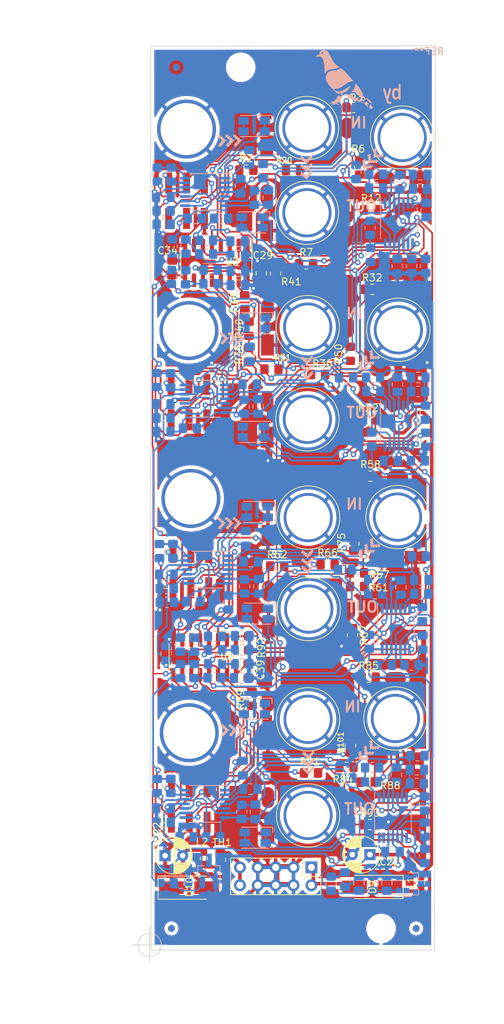
<source format=kicad_pcb>
(kicad_pcb (version 20211014) (generator pcbnew)
  (layers (0 "F.Cu" signal) (31 "B.Cu" signal) (34 "B.Paste" user) (35 "F.Paste" user) (36 "B.SilkS" user "B.Silkscreen") (37 "F.SilkS" user "F.Silkscreen") (38 "B.Mask" user) (39 "F.Mask" user) (44 "Edge.Cuts" user))
  (net 0 "")
  (net 1 "Net-(C1-Pad1)")
  (net 2 "Net-(C1-Pad2)")
  (net 3 "Net-(C2-Pad1)")
  (net 4 "Net-(C2-Pad2)")
  (net 5 "GND")
  (net 6 "Net-(C3-Pad2)")
  (net 7 "Net-(C4-Pad2)")
  (net 8 "Net-(C5-Pad1)")
  (net 9 "Net-(C5-Pad2)")
  (net 10 "Net-(C6-Pad1)")
  (net 11 "Net-(C6-Pad2)")
  (net 12 "Net-(C7-Pad1)")
  (net 13 "Net-(C7-Pad2)")
  (net 14 "Net-(C8-Pad2)")
  (net 15 "Net-(C9-Pad2)")
  (net 16 "Net-(C10-Pad1)")
  (net 17 "Net-(C10-Pad2)")
  (net 18 "Net-(C11-Pad1)")
  (net 19 "Net-(C11-Pad2)")
  (net 20 "Net-(C12-Pad1)")
  (net 21 "Net-(C12-Pad2)")
  (net 22 "Net-(C13-Pad2)")
  (net 23 "Net-(C14-Pad1)")
  (net 24 "Net-(C14-Pad2)")
  (net 25 "Net-(C15-Pad1)")
  (net 26 "Net-(C15-Pad2)")
  (net 27 "Net-(C16-Pad2)")
  (net 28 "Net-(C17-Pad2)")
  (net 29 "Net-(C18-Pad1)")
  (net 30 "Net-(C18-Pad2)")
  (net 31 "Net-(C19-Pad2)")
  (net 32 "Net-(C20-Pad1)")
  (net 33 "Net-(C20-Pad2)")
  (net 34 "VCC")
  (net 35 "VEE")
  (net 36 "AREF_+10")
  (net 37 "AREF_-10")
  (net 38 "Net-(D1-Pad1)")
  (net 39 "Net-(D1-Pad2)")
  (net 40 "Net-(D2-Pad1)")
  (net 41 "Net-(D2-Pad2)")
  (net 42 "Net-(D3-Pad1)")
  (net 43 "Net-(D3-Pad2)")
  (net 44 "Net-(D4-Pad1)")
  (net 45 "Net-(D4-Pad2)")
  (net 46 "Net-(D5-Pad1)")
  (net 47 "Net-(D5-Pad2)")
  (net 48 "Net-(D6-Pad4)")
  (net 49 "Net-(D6-Pad2)")
  (net 50 "Net-(D7-Pad1)")
  (net 51 "Net-(D7-Pad2)")
  (net 52 "Net-(D8-Pad1)")
  (net 53 "Net-(D8-Pad2)")
  (net 54 "Net-(D9-Pad1)")
  (net 55 "Net-(D9-Pad2)")
  (net 56 "Net-(J1-PadT)")
  (net 57 "Net-(J1-PadTN)")
  (net 58 "Net-(J2-PadT)")
  (net 59 "Net-(J3-PadT)")
  (net 60 "Net-(J3-PadTN)")
  (net 61 "Net-(J4-PadT)")
  (net 62 "Net-(J4-PadTN)")
  (net 63 "Net-(J5-PadT)")
  (net 64 "Net-(J6-PadT)")
  (net 65 "Net-(J6-PadTN)")
  (net 66 "Net-(J7-PadT)")
  (net 67 "Net-(J7-PadTN)")
  (net 68 "Net-(J8-PadT)")
  (net 69 "Net-(J9-PadT)")
  (net 70 "Net-(J9-PadTN)")
  (net 71 "Net-(J10-PadT)")
  (net 72 "Net-(J11-PadT)")
  (net 73 "Net-(J11-PadTN)")
  (net 74 "Net-(J12-PadT)")
  (net 76 "Net-(J13-Pad10)")
  (net 77 "Net-(L2-Pad1)")
  (net 78 "Net-(R1-Pad1)")
  (net 79 "Net-(R4-Pad1)")
  (net 80 "Net-(R4-Pad2)")
  (net 81 "Net-(R7-Pad2)")
  (net 82 "Net-(R29-Pad2)")
  (net 83 "Net-(R16-Pad2)")
  (net 84 "Net-(R13-Pad1)")
  (net 85 "Net-(R14-Pad1)")
  (net 86 "Net-(R18-Pad2)")
  (net 87 "Net-(R20-Pad1)")
  (net 88 "Net-(R23-Pad2)")
  (net 89 "Net-(R24-Pad1)")
  (net 90 "2TO3")
  (net 91 "Net-(R26-Pad1)")
  (net 92 "Net-(R30-Pad1)")
  (net 93 "Net-(R33-Pad1)")
  (net 94 "Net-(R33-Pad2)")
  (net 95 "Net-(R36-Pad2)")
  (net 96 "Net-(R38-Pad1)")
  (net 97 "Net-(R41-Pad1)")
  (net 98 "Net-(R43-Pad1)")
  (net 99 "Net-(R44-Pad1)")
  (net 100 "Net-(R48-Pad2)")
  (net 101 "Net-(R50-Pad1)")
  (net 102 "Net-(R53-Pad2)")
  (net 103 "Net-(R54-Pad1)")
  (net 104 "Net-(R59-Pad1)")
  (net 105 "Net-(R59-Pad2)")
  (net 106 "Net-(R62-Pad2)")
  (net 107 "Net-(R63-Pad2)")
  (net 108 "Net-(R64-Pad1)")
  (net 109 "Net-(R68-Pad1)")
  (net 110 "Net-(R69-Pad1)")
  (net 111 "Net-(R73-Pad2)")
  (net 112 "Net-(R75-Pad1)")
  (net 113 "Net-(R78-Pad2)")
  (net 114 "Net-(R79-Pad1)")
  (net 115 "Net-(R83-Pad1)")
  (net 116 "Net-(R86-Pad1)")
  (net 117 "Net-(R86-Pad2)")
  (net 118 "Net-(R89-Pad1)")
  (net 119 "Net-(R92-Pad1)")
  (net 120 "Net-(R94-Pad1)")
  (net 121 "Net-(R100-Pad2)")
  (net 122 "Net-(R104-Pad1)")
  (net 123 "Net-(R101-Pad1)")
  (net 124 "Net-(R104-Pad2)")
  (net 125 "Net-(R105-Pad1)")
  (net 126 "Net-(U10-Pad13)")
  (footprint "Resistor_SMD:R_0805_2012Metric_Pad1.20x1.40mm_HandSolder" (layer "F.Cu") (at 80.6 38.925 90)
    (fp_text reference "R6")
    (fp_text value "100k")
  )
  (footprint "Resistor_SMD:R_0805_2012Metric_Pad1.20x1.40mm_HandSolder" (layer "F.Cu") (at 82.35 56.25)
    (fp_text reference "R32")
    (fp_text value "100k")
  )
  (footprint "urbsLib:april22-xl" (layer "F.Cu") (at 85.2 26.6)
    (fp_text reference "april22-xl" hide)
    (fp_text value "LOGO" hide)
  )
  (footprint "urbsLib:RK097-dual-top" (layer "F.Cu") (at 54.62 41.1725 90)
    (fp_text reference "RV1" hide)
    (fp_text value "10kB" hide)
  )
  (footprint "Capacitor_SMD:C_0805_2012Metric_Pad1.18x1.45mm_HandSolder" (layer "F.Cu") (at 53.9242 53.2091 90)
    (fp_text reference "C34")
    (fp_text value "100n")
  )
  (footprint "Capacitor_SMD:C_0805_2012Metric_Pad1.18x1.45mm_HandSolder" (layer "F.Cu") (at 66.5734 53.9789 -90)
    (fp_text reference "C29")
    (fp_text value "100n")
  )
  (footprint "Capacitor_THT:CP_Radial_D5.0mm_P2.50mm" (layer "F.Cu") (at 52.896888 136.7536)
    (fp_text reference "C22")
    (fp_text value "22u")
  )
  (footprint "Resistor_SMD:R_0805_2012Metric_Pad1.20x1.40mm_HandSolder" (layer "F.Cu") (at 81.7 126.3 180)
    (fp_text reference "R88")
    (fp_text value "100k")
  )
  (footprint "Fiducial:Fiducial_1mm_Mask2mm" (layer "F.Cu") (at 58.9 24.7 90)
    (fp_text reference "fid6" hide)
    (fp_text value "Fiducial_1mm_Mask2mm")
  )
  (footprint "Resistor_SMD:R_0805_2012Metric_Pad1.20x1.40mm_HandSolder" (layer "F.Cu") (at 79.2226 65.4144 90)
    (fp_text reference "R50")
    (fp_text value "100k")
  )
  (footprint "Resistor_SMD:R_0805_2012Metric_Pad1.20x1.40mm_HandSolder" (layer "F.Cu") (at 65.25 114.45 -90)
    (fp_text reference "R89")
    (fp_text value "33k2")
  )
  (footprint "urbsLib:Jack_3.5mm_QingPu_distant" (layer "F.Cu") (at 85.952501 87.998 180)
    (fp_text reference "J4" hide)
    (fp_text value "AudioJack2_SwitchT" hide)
  )
  (footprint "Resistor_SMD:R_0805_2012Metric_Pad1.20x1.40mm_HandSolder" (layer "F.Cu") (at 60.7568 137.3632 -90)
    (fp_text reference "TH1")
    (fp_text value "Thermistor_PTC" hide)
  )
  (footprint "Resistor_SMD:R_0805_2012Metric_Pad1.20x1.40mm_HandSolder" (layer "F.Cu") (at 79.75 92.4 90)
    (fp_text reference "R75")
    (fp_text value "100k")
  )
  (footprint "Resistor_SMD:R_0805_2012Metric_Pad1.20x1.40mm_HandSolder" (layer "F.Cu") (at 64.2366 58.0992 -90)
    (fp_text reference "R38")
    (fp_text value "33k2")
  )
  (footprint "urbsLib:Jack_3.5mm_QingPu_distant" (layer "F.Cu") (at 73.8632 131.0386 90)
    (fp_text reference "J12" hide)
    (fp_text value "AudioJack2_SwitchT" hide)
  )
  (footprint "Resistor_SMD:R_0805_2012Metric_Pad1.20x1.40mm_HandSolder" (layer "F.Cu") (at 64.45 39.3)
    (fp_text reference "R2")
    (fp_text value "100k")
  )
  (footprint "urbsLib:Jack_3.5mm_QingPu_distant" (layer "F.Cu") (at 73.8632 117.3734 90)
    (fp_text reference "J10" hide)
    (fp_text value "AudioJack2_SwitchT" hide)
  )
  (footprint "urbsLib:RK097-dual-top" (layer "F.Cu") (at 55.0068 126.9857 90)
    (fp_text reference "RV4" hide)
    (fp_text value "10kB" hide)
  )
  (footprint "urbsLib:RK097-dual-top" (layer "F.Cu") (at 55.2358 93.679 90)
    (fp_text reference "RV3" hide)
    (fp_text value "10kB" hide)
  )
  (footprint "urbsLib:Jack_3.5mm_QingPu_distant" (layer "F.Cu") (at 73.8124 61.6204 90)
    (fp_text reference "J5" hide)
    (fp_text value "AudioJack2_SwitchT" hide)
  )
  (footprint "urbsLib:Jack_3.5mm_QingPu_distant" (layer "F.Cu") (at 73.9569 101.7016 90)
    (fp_text reference "J11" hide)
    (fp_text value "AudioJack2_SwitchT" hide)
  )
  (footprint "Resistor_SMD:R_0805_2012Metric_Pad1.20x1.40mm_HandSolder" (layer "F.Cu") (at 76.0128 95.3516)
    (fp_text reference "R66")
    (fp_text value "205k")
  )
  (footprint "Package_SO:SOIC-16_3.9x9.9mm_P1.27mm" (layer "F.Cu") (at 58.5216 108.5669 -90)
    (fp_text reference "U8")
    (fp_text value "SSI2164" hide)
  )
  (footprint "Resistor_SMD:R_0805_2012Metric_Pad1.20x1.40mm_HandSolder" (layer "F.Cu") (at 81.85 111.4)
    (fp_text reference "R85")
    (fp_text value "100k")
  )
  (footprint "Resistor_SMD:R_0805_2012Metric_Pad1.20x1.40mm_HandSolder" (layer "F.Cu") (at 80.2 98.5 180)
    (fp_text reference "R61")
    (fp_text value "100k")
  )
  (footprint "Capacitor_THT:CP_Radial_D5.0mm_P2.50mm" (layer "F.Cu") (at 82.027913 136.6012 180)
    (fp_text reference "C21")
    (fp_text value "22u")
  )
  (footprint "Resistor_SMD:R_0805_2012Metric_Pad1.20x1.40mm_HandSolder" (layer "F.Cu") (at 64.8208 61.8584 -90)
    (fp_text reference "R40")
    (fp_text value "205k")
  )
  (footprint "Resistor_SMD:R_0805_2012Metric_Pad1.20x1.40mm_HandSolder" (layer "F.Cu") (at 82.2038 44.958)
    (fp_text reference "R12")
    (fp_text value "402")
  )
  (footprint "Package_SO:SOIC-16_3.9x9.9mm_P1.27mm" (layer "F.Cu") (at 60.187852 52.4764 -90)
    (fp_text reference "U3")
    (fp_text value "SSI2164" hide)
  )
  (footprint "Capacitor_SMD:C_0805_2012Metric_Pad1.18x1.45mm_HandSolder" (layer "F.Cu") (at 64.77 110.4861 90)
    (fp_text reference "C39")
    (fp_text value "100n")
  )
  (footprint "Resistor_SMD:R_0805_2012Metric_Pad1.20x1.40mm_HandSolder" (layer "F.Cu") (at 80.2 96.55 180)
    (fp_text reference "R57")
    (fp_text value "100k")
  )
  (footprint "urbsLib:Jack_3.5mm_QingPu_distant" (layer "F.Cu") (at 73.7029 45.3644 90)
    (fp_text reference "J6" hide)
    (fp_text value "AudioJack2_SwitchT" hide)
  )
  (footprint "Resistor_SMD:R_0805_2012Metric_Pad1.20x1.40mm_HandSolder" (layer "F.Cu") (at 68.6054 54.0098 -90)
    (fp_text reference "R41")
    (fp_text value "DNP")
  )
  (footprint "Resistor_SMD:R_0805_2012Metric_Pad1.20x1.40mm_HandSolder" (layer "F.Cu") (at 74.66 68.3514)
    (fp_text reference "R36")
    (fp_text value "3k9")
  )
  (footprint "Inductor_SMD:L_0603_1608Metric_Pad1.05x0.95mm_HandSolder" (layer "F.Cu") (at 58.42 137.13 90)
    (fp_text reference "L2")
    (fp_text value "742792664")
  )
  (footprint "Resistor_SMD:R_0805_2012Metric_Pad1.20x1.40mm_HandSolder" (layer "F.Cu") (at 64.77 65.6 90)
    (fp_text reference "R35")
    (fp_text value "100k")
  )
  (footprint "urbsLib:Jack_3.5mm_QingPu_distant" (layer "F.Cu") (at 73.8807 88.6968 90)
    (fp_text reference "J8" hide)
    (fp_text value "AudioJack2_SwitchT" hide)
  )
  (footprint "urbsLib:taubexyz-xl" (layer "F.Cu") (at 74.4 26.67)
    (fp_text reference "taubexyz-xl" hide)
    (fp_text value "LOGO" hide)
  )
  (footprint "Fiducial:Fiducial_1mm_Mask2mm" (layer "F.Cu") (at 53.8 147.1)
    (fp_text reference "fid5" hide)
    (fp_text value "Fiducial_1mm_Mask2mm")
  )
  (footprint "MountingHole:MountingHole_3.2mm_M3" (layer "F.Cu") (at 83.6168 147.1168)
    (fp_text reference "Mount2" hide)
    (fp_text value "MountingHole_3.2mm_M3" hide)
  )
  (footprint "urbsLib:Jack_3.5mm_QingPu_distant" (layer "F.Cu") (at 73.7616 74.7268 90)
    (fp_text reference "J7" hide)
    (fp_text value "AudioJack2_SwitchT" hide)
  )
  (footprint "Diode_SMD:D_SMA_Handsoldering" (layer "F.Cu") (at 56.3 141.3)
    (fp_text reference "D10")
    (fp_text value "D")
  )
  (footprint "Resistor_SMD:R_0805_2012Metric_Pad1.20x1.40mm_HandSolder" (layer "F.Cu") (at 68.85 95.6)
    (fp_text reference "R62")
    (fp_text value "3k9")
  )
  (footprint "Resistor_SMD:R_0805_2012Metric_Pad1.20x1.40mm_HandSolder" (layer "F.Cu") (at 71.075 39.35)
    (fp_text reference "R20")
    (fp_text value "100k")
  )
  (footprint "Resistor_SMD:R_0805_2012Metric_Pad1.20x1.40mm_HandSolder" (layer "F.Cu") (at 79.55 105.4 -90)
    (fp_text reference "R67")
    (fp_text value "402")
  )
  (footprint "urbsLib:Jack_3.5mm_QingPu_distant" (layer "F.Cu") (at 86.075 61.375 180)
    (fp_text reference "J3" hide)
    (fp_text value "AudioJack2_SwitchT" hide)
  )
  (footprint "Connector_PinHeader_2.54mm:PinHeader_2x05_P2.54mm_Vertical" (layer "F.Cu") (at 73.7058 138.425 -90)
    (fp_text reference "J13" hide)
    (fp_text value "Conn_02x05_Odd_Even" hide)
  )
  (footprint "Diode_SMD:D_SMA_Handsoldering" (layer "F.Cu") (at 82.35 141.2 180)
    (fp_text reference "D9")
    (fp_text value "D")
  )
  (footprint "urbsLib:Jack_3.5mm_QingPu_distant" (layer "F.Cu") (at 85.652501 116.623 180)
    (fp_text reference "J9" hide)
    (fp_text value "AudioJack2_SwitchT" hide)
  )
  (footprint "Resistor_SMD:R_0805_2012Metric_Pad1.20x1.40mm_HandSolder" (layer "F.Cu") (at 73.65 125)
    (fp_text reference "R91")
    (fp_text value "205k")
  )
  (footprint "Resistor_SMD:R_0805_2012Metric_Pad1.20x1.40mm_HandSolder" (layer "F.Cu") (at 81.8 74.75)
    (fp_text reference "R42")
    (fp_text value "402")
  )
  (footprint "Resistor_SMD:R_0805_2012Metric_Pad1.20x1.40mm_HandSolder" (layer "F.Cu") (at 68.0306 67.6 180)
    (fp_text reference "R31")
    (fp_text value "100k")
  )
  (footprint "urbsLib:RK097-dual-top" (layer "F.Cu") (at 54.9658 69.8138 90)
    (fp_text reference "RV2" hide)
    (fp_text value "10kB" hide)
  )
  (footprint "urbsLib:Jack_3.5mm_QingPu_distant" (layer "F.Cu") (at 86.614 34.036 180)
    (fp_text reference "J1" hide)
    (fp_text value "AudioJack2_SwitchT" hide)
  )
  (footprint "Resistor_SMD:R_0805_2012Metric_Pad1.20x1.40mm_HandSolder" (layer "F.Cu") (at 72.9582 52.6288)
    (fp_text reference "R7")
    (fp_text value "3k9")
  )
  (footprint "Fiducial:Fiducial_1mm_Mask2mm" (layer "F.Cu") (at 88.6 147.1)
    (fp_text reference "fid4" hide)
    (fp_text value "Fiducial_1mm_Mask2mm")
  )
  (footprint "Resistor_SMD:R_0805_2012Metric_Pad1.20x1.40mm_HandSolder" (layer "F.Cu") (at 79.25 121.1 90)
    (fp_text reference "R101")
    (fp_text value "100k")
  )
  (footprint "Inductor_SMD:L_0603_1608Metric_Pad1.05x0.95mm_HandSolder" (layer "F.Cu") (at 89.3 140.64 90)
    (fp_text reference "L1")
    (fp_text value "742792664")
  )
  (footprint "Resistor_SMD:R_0805_2012Metric_Pad1.20x1.40mm_HandSolder" (layer "F.Cu") (at 82.042 132.334)
    (fp_text reference "R93")
    (fp_text value "402")
  )
  (footprint "Resistor_SMD:R_0805_2012Metric_Pad1.20x1.40mm_HandSolder" (layer "F.Cu") (at 64.7954 106.5651 -90)
    (fp_text reference "R92")
    (fp_text value "DNP")
  )
  (footprint "Resistor_SMD:R_0805_2012Metric_Pad1.20x1.40mm_HandSolder" (layer "F.Cu") (at 79.7 30.4)
    (fp_text reference "R3")
    (fp_text value "100k")
  )
  (footprint "MountingHole:MountingHole_3.2mm_M3" (layer "F.Cu") (at 63.6524 24.6888)
    (fp_text reference "Mount1" hide)
    (fp_text value "MountingHole_3.2mm_M3" hide)
  )
  (footprint "Resistor_SMD:R_0805_2012Metric_Pad1.20x1.40mm_HandSolder" (layer "F.Cu") (at 78.7 124.2 180)
    (fp_text reference "R84")
    (fp_text value "100k")
  )
  (footprint "Resistor_SMD:R_0805_2012Metric_Pad1.20x1.40mm_HandSolder" (layer "F.Cu") (at 82.1022 82.804)
    (fp_text reference "R58")
    (fp_text value "100k")
  )
  (footprint "urbsLib:Jack_3.5mm_QingPu_distant" (layer "F.Cu") (at 73.7 33.325 90)
    (fp_text reference "J2" hide)
    (fp_text value "AudioJack2_SwitchT" hide)
  )
  (footprint "Capacitor_SMD:C_0805_2012Metric_Pad1.18x1.45mm_HandSolder" (layer "B.Cu") (at 86.4362 98.6321 -90)
    (fp_text reference "C41" hide)
    (fp_text value "100n")
  )
  (footprint "Capacitor_SMD:C_0805_2012Metric_Pad1.18x1.45mm_HandSolder" (layer "B.Cu") (at 53.05 108.0125 90)
    (fp_text reference "C44" hide)
    (fp_text value "100n")
  )
  (footprint "Resistor_SMD:R_0805_2012Metric_Pad1.20x1.40mm_HandSolder" (layer "B.Cu") (at 82.0674 47.514 -90)
    (fp_text reference "R8" hide)
    (fp_text value "4k3")
  )
  (footprint "Resistor_SMD:R_0805_2012Metric_Pad1.20x1.40mm_HandSolder" (layer "B.Cu") (at 59.3692 53.4924 180)
    (fp_text reference "R46" hide)
    (fp_text value "510")
  )
  (footprint "LED_SMD:LED_Avago_PLCC4_3.2x2.8mm_CW" (layer "B.Cu") (at 65.4318 76.5168 180)
    (fp_text reference "D4" hide)
    (fp_text value "LED_Dual_KAKA" hide)
  )
  (footprint "urbsLib:pfeil" (layer "B.Cu") (at 62.484 118.9228 180)
    (fp_text reference "G***" hide)
    (fp_text value "LOGO" hide)
  )
  (footprint "Resistor_SMD:R_0805_2012Metric_Pad1.20x1.40mm_HandSolder" (layer "B.Cu") (at 52.689 45.085)
    (fp_text reference "R28" hide)
    (fp_text value "1k2")
  )
  (footprint "Capacitor_SMD:C_0805_2012Metric_Pad1.18x1.45mm_HandSolder" (layer "B.Cu") (at 63.2245 51.435 180)
    (fp_text reference "C3" hide)
    (fp_text value "560p")
  )
  (footprint "Package_SO:TSSOP-14_4.4x5mm_P0.65mm" (layer "B.Cu") (at 85.3 131.3375 -90)
    (fp_text reference "U10" hide)
    (fp_text value "OPA4171")
  )
  (footprint "urbsLib:inside-out" (layer "B.Cu") (at 87.3 26.6 180)
    (fp_text reference "inside-out" hide)
    (fp_text value "LOGO" hide)
  )
  (footprint "Fiducial:Fiducial_1mm_Mask2mm" (layer "B.Cu") (at 53.8 147.1 180)
    (fp_text reference "fid2" hide)
    (fp_text value "Fiducial_1mm_Mask2mm")
  )
  (footprint "urbsLib:taubexyz" (layer "B.Cu") (at 69.15 28.1 180)
    (fp_text reference "taubexyz" hide)
    (fp_text value "LOGO" hide)
  )
  (footprint "Resistor_SMD:R_0805_2012Metric_Pad1.20x1.40mm_HandSolder" (layer "B.Cu") (at 55.0711 106.7656 -90)
    (fp_text reference "R68" hide)
    (fp_text value "100k")
  )
  (footprint "Resistor_SMD:R_0805_2012Metric_Pad1.20x1.40mm_HandSolder" (layer "B.Cu") (at 82.7626 97.536 180)
    (fp_text reference "R60" hide)
    (fp_text value "4k3")
  )
  (footprint "urbsLib:Taube-2" (layer "B.Cu") (at 78.45 26.55 180)
    (fp_text reference "taube2" hide)
    (fp_text value "LOGO" hide)
  )
  (footprint "Resistor_SMD:R_0805_2012Metric_Pad1.20x1.40mm_HandSolder" (layer "B.Cu") (at 60.0241 107.5182)
    (fp_text reference "R70" hide)
    (fp_text value "510")
  )
  (footprint "Resistor_SMD:R_0805_2012Metric_Pad1.20x1.40mm_HandSolder" (layer "B.Cu") (at 53.7718 39.9382 -90)
    (fp_text reference "R23" hide)
    (fp_text value "100k")
  )
  (footprint "Resistor_SMD:R_0805_2012Metric_Pad1.20x1.40mm_HandSolder" (layer "B.Cu") (at 56.4228 75.9968)
    (fp_text reference "R54" hide)
    (fp_text value "1M")
  )
  (footprint "LED_SMD:LED_Avago_PLCC4_3.2x2.8mm_CW" (layer "B.Cu") (at 65.278 46.736 180)
    (fp_text reference "D3" hide)
    (fp_text value "LED_Dual_KAKA" hide)
  )
  (footprint "Resistor_SMD:R_0805_2012Metric_Pad1.20x1.40mm_HandSolder" (layer "B.Cu") (at 82.35 124.2375 180)
    (fp_text reference "R87" hide)
    (fp_text value "4k3")
  )
  (footprint "urbsLib:pfeil" (layer "B.Cu") (at 72.9996 38.9128 90)
    (fp_text reference "G***" hide)
    (fp_text value "LOGO" hide)
  )
  (footprint "Resistor_SMD:R_0805_2012Metric_Pad1.20x1.40mm_HandSolder" (layer "B.Cu") (at 82.7626 99.5172)
    (fp_text reference "R59" hide)
    (fp_text value "4k3")
  )
  (footprint "urbsLib:pfeil" (layer "B.Cu") (at 62 89.5 180)
    (fp_text reference "G***" hide)
    (fp_text value "LOGO" hide)
  )
  (footprint "Resistor_SMD:R_0805_2012Metric_Pad1.20x1.40mm_HandSolder" (layer "B.Cu") (at 89.8 129.35 90)
    (fp_text reference "R95" hide)
    (fp_text value "1M")
  )
  (footprint "Resistor_SMD:R_0805_2012Metric_Pad1.20x1.40mm_HandSolder" (layer "B.Cu") (at 90.043 44.9834 90)
    (fp_text reference "R14" hide)
    (fp_text value "1M")
  )
  (footprint "Capacitor_SMD:C_0805_2012Metric_Pad1.18x1.45mm_HandSolder" (layer "B.Cu") (at 63.85 109.5 180)
    (fp_text reference "C19" hide)
    (fp_text value "560p")
  )
  (footprint "Resistor_SMD:R_0805_2012Metric_Pad1.20x1.40mm_HandSolder" (layer "B.Cu") (at 89.535 106.4514 90)
    (fp_text reference "R77" hide)
    (fp_text value "1k2")
  )
  (footprint "Resistor_SMD:R_0805_2012Metric_Pad1.20x1.40mm_HandSolder" (layer "B.Cu") (at 61.8998 100.7712 90)
    (fp_text reference "R64" hide)
    (fp_text value "33k2")
  )
  (footprint "Capacitor_SMD:C_0805_2012Metric_Pad1.18x1.45mm_HandSolder" (layer "B.Cu") (at 63.627 41.5837 -90)
    (fp_text reference "C30" hide)
    (fp_text value "100n")
  )
  (footprint "Capacitor_SMD:C_0805_2012Metric_Pad1.18x1.45mm_HandSolder" (layer "B.Cu") (at 80.472 140.6945 -90)
    (fp_text reference "C25" hide)
    (fp_text value "100n" hide)
  )
  (footprint "Resistor_SMD:R_0805_2012Metric_Pad1.20x1.40mm_HandSolder" (layer "B.Cu") (at 53.6956 126.8316 -90)
    (fp_text reference "R104" hide)
    (fp_text value "100k")
  )
  (footprint "Capacitor_SMD:C_0805_2012Metric_Pad1.18x1.45mm_HandSolder" (layer "B.Cu") (at 64.9439 69.75)
    (fp_text reference "C32" hide)
    (fp_text value "100n")
  )
  (footprint "Resistor_SMD:R_0805_2012Metric_Pad1.20x1.40mm_HandSolder" (layer "B.Cu") (at 89.932 73.7776 90)
    (fp_text reference "R44" hide)
    (fp_text value "1M")
  )
  (footprint "urbsLib:pfeil" (layer "B.Cu") (at 73.152 94.9452 90)
    (fp_text reference "G***" hide)
    (fp_text value "LOGO" hide)
  )
  (footprint "Capacitor_SMD:C_0805_2012Metric_Pad1.18x1.45mm_HandSolder" (layer "B.Cu") (at 63.7286 111.506 180)
    (fp_text reference "C13" hide)
    (fp_text value "560p")
  )
  (footprint "Capacitor_SMD:C_0805_2012Metric_Pad1.18x1.45mm_HandSolder" (layer "B.Cu") (at 89.325 97.55 180)
    (fp_text reference "C7" hide)
    (fp_text value "47p")
  )
  (footprint "Capacitor_SMD:C_0805_2012Metric_Pad1.18x1.45mm_HandSolder" (layer "B.Cu") (at 52.6327 72.5678 180)
    (fp_text reference "C37" hide)
    (fp_text value "100n")
  )
  (footprint "Package_SO:TSSOP-14_4.4x5mm_P0.65mm" (layer "B.Cu") (at 85.725 104.5133 -90)
    (fp_text reference "U7" hide)
    (fp_text value "OPA4171")
  )
  (footprint "Resistor_SMD:R_0805_2012Metric_Pad1.20x1.40mm_HandSolder" (layer "B.Cu") (at 58.7342 49.276 180)
    (fp_text reference "R16" hide)
    (fp_text value "510")
  )
  (footprint "LED_SMD:LED_Avago_PLCC4_3.2x2.8mm_CW" (layer "B.Cu") (at 66.0414 102.35 180)
    (fp_text reference "D7" hide)
    (fp_text value "LED_Dual_KAKA" hide)
  )
  (footprint "urbsLib:pfeil" (layer "B.Cu") (at 73.1012 67.4116 90)
    (fp_text reference "G***" hide)
    (fp_text value "LOGO" hide)
  )
  (footprint "Resistor_SMD:R_0805_2012Metric_Pad1.20x1.40mm_HandSolder" (layer "B.Cu") (at 89.9668 52.943 90)
    (fp_text reference "R22" hide)
    (fp_text value "1k2")
  )
  (footprint "Resistor_SMD:R_0805_2012Metric_Pad1.20x1.40mm_HandSolder" (layer "B.Cu") (at 76.5048 140.73 90)
    (fp_text reference "R108" hide)
    (fp_text value "1k2")
  )
  (footprint "Package_SO:TSSOP-14_4.4x5mm_P0.65mm" (layer "B.Cu") (at 86.137 75.6335 -90)
    (fp_text reference "U5" hide)
    (fp_text value "OPA4171")
  )
  (footprint "Package_SO:TSSOP-14_4.4x5mm_P0.65mm" (layer "B.Cu") (at 58.6155 42.4076 180)
    (fp_text reference "U1" hide)
    (fp_text value "OPA4171")
  )
  (footprint "urbsLib:pfeil" (layer "B.Cu") (at 82.2452 37.846 45)
    (fp_text reference "G***" hide)
    (fp_text value "LOGO" hide)
  )
  (footprint "Resistor_SMD:R_0805_2012Metric_Pad1.20x1.40mm_HandSolder" (layer "B.Cu") (at 60.0241 109.4994 180)
    (fp_text reference "R97" hide)
    (fp_text value "510")
  )
  (footprint "Resistor_SMD:R_0805_2012Metric_Pad1.20x1.40mm_HandSolder" (layer "B.Cu") (at 88.7 126.5 180)
    (fp_text reference "R90" hide)
    (fp_text value "66k5")
  )
  (footprint "Resistor_SMD:R_0805_2012Metric_Pad1.20x1.40mm_HandSolder" (layer "B.Cu") (at 65.6082 43.2214 90)
    (fp_text reference "R21" hide)
    (fp_text value "100k")
  )
  (footprint "Capacitor_SMD:C_0805_2012Metric_Pad1.18x1.45mm_HandSolder" (layer "B.Cu") (at 78.486 140.1357 90)
    (fp_text reference "C23" hide)
    (fp_text value "100n")
  )
  (footprint "Fiducial:Fiducial_1mm_Mask2mm" (layer "B.Cu") (at 88.6 147.1 180)
    (fp_text reference "fid3" hide)
    (fp_text value "Fiducial_1mm_Mask2mm")
  )
  (footprint "Capacitor_SMD:C_0805_2012Metric_Pad1.18x1.45mm_HandSolder" (layer "B.Cu") (at 64.8716 37.4865 -90)
    (fp_text reference "C1" hide)
    (fp_text value "47p")
  )
  (footprint "Resistor_SMD:R_0805_2012Metric_Pad1.20x1.40mm_HandSolder" (layer "B.Cu") (at 52.14 139.63 90)
    (fp_text reference "R109" hide)
    (fp_text value "1k2")
  )
  (footprint "Resistor_SMD:R_0805_2012Metric_Pad1.20x1.40mm_HandSolder" (layer "B.Cu") (at 88.875 70.775 180)
    (fp_text reference "R39" hide)
    (fp_text value "66k5")
  )
  (footprint "Resistor_SMD:R_0805_2012Metric_Pad1.20x1.40mm_HandSolder" (layer "B.Cu") (at 78.6478 68.8086 180)
    (fp_text reference "R47" hide)
    (fp_text value "33k2")
  )
  (footprint "Capacitor_SMD:C_0805_2012Metric_Pad1.18x1.45mm_HandSolder" (layer "B.Cu") (at 89.1755 39.9542 180)
    (fp_text reference "C2" hide)
    (fp_text value "47p")
  )
  (footprint "Package_TO_SOT_SMD:SOT-23_Handsoldering" (layer "B.Cu") (at 88.1888 140.7668)
    (fp_text reference "D11" hide)
    (fp_text value "LM4040DBZ-10" hide)
  )
  (footprint "urbsLib:pfeil" (layer "B.Cu") (at 81.7372 66.4972 45)
    (fp_text reference "G***" hide)
    (fp_text value "LOGO" hide)
  )
  (footprint "Capacitor_SMD:C_0805_2012Metric_Pad1.18x1.45mm_HandSolder" (layer "B.Cu") (at 66.1416 72.8941 90)
    (fp_text reference "C18" hide)
    (fp_text value "47p")
  )
  (footprint "Capacitor_SMD:C_0805_2012Metric_Pad1.18x1.45mm_HandSolder" (layer "B.Cu") (at 63.9572 124.3115 -90)
    (fp_text reference "C11" hide)
    (fp_text value "47p")
  )
  (footprint "Capacitor_SMD:C_0805_2012Metric_Pad1.18x1.45mm_HandSolder" (layer "B.Cu") (at 63.2245 49.4284 180)
    (fp_text reference "C4" hide)
    (fp_text value "560p")
  )
  (footprint "urbsLib:pfeil" (layer "B.Cu") (at 81.788 93.2688 45)
    (fp_text reference "G***" hide)
    (fp_text value "LOGO" hide)
  )
  (footprint "urbsLib:Taube-1" (layer "B.Cu") (at 78.3844 26.416 180)
    (fp_text reference "taube1" hide)
    (fp_text value "LOGO" hide)
  )
  (footprint "Resistor_SMD:R_0805_2012Metric_Pad1.20x1.40mm_HandSolder" (layer "B.Cu") (at 89.8144 136.8 -90)
    (fp_text reference "R103" hide)
    (fp_text value "1k2")
  )
  (footprint "Resistor_SMD:R_0805_2012Metric_Pad1.20x1.40mm_HandSolder" (layer "B.Cu") (at 80.0608 39.5826 -90)
    (fp_text reference "R17" hide)
    (fp_text value "33k2")
  )
  (footprint "Resistor_SMD:R_0805_2012Metric_Pad1.20x1.40mm_HandSolder" (layer "B.Cu") (at 57.0777 106.7722 -90)
    (fp_text reference "R26" hide)
    (fp_text value "100k")
  )
  (footprint "Resistor_SMD:R_0805_2012Metric_Pad1.20x1.40mm_HandSolder" (layer "B.Cu") (at 82.4898 68.7578 180)
    (fp_text reference "R34" hide)
    (fp_text value "4k3")
  )
  (footprint "Resistor_SMD:R_0805_2012Metric_Pad1.20x1.40mm_HandSolder" (layer "B.Cu") (at 52.6702 76.4794)
    (fp_text reference "R55" hide)
    (fp_text value "1M")
  )
  (footprint "Resistor_SMD:R_0805_2012Metric_Pad1.20x1.40mm_HandSolder" (layer "B.Cu") (at 59.3477 55.4482)
    (fp_text reference "R45" hide)
    (fp_text value "510")
  )
  (footprint "Capacitor_SMD:C_0805_2012Metric_Pad1.18x1.45mm_HandSolder" (layer "B.Cu") (at 85.2375 136.2 180)
    (fp_text reference "C48" hide)
    (fp_text value "100n")
  )
  (footprint "Capacitor_SMD:C_0805_2012Metric_Pad1.18x1.45mm_HandSolder" (layer "B.Cu") (at 84.9829 80.6196 180)
    (fp_text reference "C38" hide)
    (fp_text value "100n")
  )
  (footprint "Resistor_SMD:R_0805_2012Metric_Pad1.20x1.40mm_HandSolder" (layer "B.Cu") (at 64.2112 98.4852 90)
    (fp_text reference "R76" hide)
    (fp_text value "100k")
  )
  (footprint "Capacitor_SMD:C_0805_2012Metric_Pad1.18x1.45mm_HandSolder" (layer "B.Cu") (at 85.9442 69.7777 -90)
    (fp_text reference "C33" hide)
    (fp_text value "100n")
  )
  (footprint "Capacitor_SMD:C_0805_2012Metric_Pad1.18x1.45mm_HandSolder" (layer "B.Cu") (at 88.8875 68.775 180)
    (fp_text reference "C15" hide)
    (fp_text value "47p")
  )
  (footprint "Package_SO:TSSOP-14_4.4x5mm_P0.65mm" (layer "B.Cu") (at 58.5647 71.8058 180)
    (fp_text reference "U4" hide)
    (fp_text value "OPA4171")
  )
  (footprint "Capacitor_SMD:C_0805_2012Metric_Pad1.18x1.45mm_HandSolder" (layer "B.Cu") (at 82.4532 140.7013 -90)
    (fp_text reference "C24" hide)
    (fp_text value "100n" hide)
  )
  (footprint "Resistor_SMD:R_0805_2012Metric_Pad1.20x1.40mm_HandSolder" (layer "B.Cu") (at 53.8988 50.149 -90)
    (fp_text reference "R13" hide)
    (fp_text value "100k")
  )
  (footprint "Resistor_SMD:R_0805_2012Metric_Pad1.20x1.40mm_HandSolder" (layer "B.Cu") (at 87.9602 52.943 90)
    (fp_text reference "R19" hide)
    (fp_text value "1M")
  )
  (footprint "LED_SMD:LED_Avago_PLCC4_3.2x2.8mm_CW" (layer "B.Cu") (at 65.7112 134.2016 180)
    (fp_text reference "D8" hide)
    (fp_text value "LED_Dual_KAKA" hide)
  )
  (footprint "Resistor_SMD:R_0805_2012Metric_Pad1.20x1.40mm_HandSolder" (layer "B.Cu") (at 78.4954 96.1 180)
    (fp_text reference "R72" hide)
    (fp_text value "33k2")
  )
  (footprint "Resistor_SMD:R_0805_2012Metric_Pad1.20x1.40mm_HandSolder" (layer "B.Cu") (at 82.9404 39.9034 180)
    (fp_text reference "R5" hide)
    (fp_text value "4k3")
  )
  (footprint "Resistor_SMD:R_0805_2012Metric_Pad1.20x1.40mm_HandSolder" (layer "B.Cu") (at 54.0258 93.4372 -90)
    (fp_text reference "R78" hide)
    (fp_text value "100k")
  )
  (footprint "Resistor_SMD:R_0805_2012Metric_Pad1.20x1.40mm_HandSolder" (layer "B.Cu") (at 55.8292 54.5432 90)
    (fp_text reference "R30" hide)
    (fp_text value "100k")
  )
  (footprint "Resistor_SMD:R_0805_2012Metric_Pad1.20x1.40mm_HandSolder" (layer "B.Cu") (at 89.9574 77.6318 90)
    (fp_text reference "R52" hide)
    (fp_text value "1k2")
  )
  (footprint "Resistor_SMD:R_0805_2012Metric_Pad1.20x1.40mm_HandSolder" (layer "B.Cu") (at 56.9214 100.6348)
    (fp_text reference "R79" hide)
    (fp_text value "1M")
  )
  (footprint "Resistor_SMD:R_0805_2012Metric_Pad1.20x1.40mm_HandSolder" (layer "B.Cu") (at 82.915 41.8592)
    (fp_text reference "R4" hide)
    (fp_text value "4k3")
  )
  (footprint "Resistor_SMD:R_0805_2012Metric_Pad1.20x1.40mm_HandSolder" (layer "B.Cu") (at 66.8274 39.4368 90)
    (fp_text reference "R11" hide)
    (fp_text value "205k")
  )
  (footprint "Resistor_SMD:R_0805_2012Metric_Pad1.20x1.40mm_HandSolder" (layer "B.Cu") (at 57.1152 46.1772)
    (fp_text reference "R24" hide)
    (fp_text value "1M")
  )
  (footprint "Resistor_SMD:R_0805_2012Metric_Pad1.20x1.40mm_HandSolder" (layer "B.Cu") (at 88.8492 80.6196 180)
    (fp_text reference "R49" hide)
    (fp_text value "1M")
  )
  (footprint "Capacitor_SMD:C_0805_2012Metric_Pad1.18x1.45mm_HandSolder" (layer "B.Cu") (at 53.086 96.774 180)
    (fp_text reference "C45" hide)
    (fp_text value "100n")
  )
  (footprint "Resistor_SMD:R_0805_2012Metric_Pad1.20x1.40mm_HandSolder" (layer "B.Cu") (at 89.1634 41.9862 180)
    (fp_text reference "R10" hide)
    (fp_text value "66k5")
  )
  (footprint "Capacitor_SMD:C_0805_2012Metric_Pad1.18x1.45mm_HandSolder" (layer "B.Cu") (at 86.2584 41.0249 -90)
    (fp_text reference "C31" hide)
    (fp_text value "100n")
  )
  (footprint "Resistor_SMD:R_0805_2012Metric_Pad1.20x1.40mm_HandSolder" (layer "B.Cu") (at 52.0954 93.456 90)
    (fp_text reference "R73" hide)
    (fp_text value "100k")
  )
  (footprint "Package_SO:TSSOP-14_4.4x5mm_P0.65mm" (layer "B.Cu") (at 58.5393 129.3922 180)
    (fp_text reference "U9" hide)
    (fp_text value "OPA4171")
  )
  (footprint "Resistor_SMD:R_0805_2012Metric_Pad1.20x1.40mm_HandSolder" (layer "B.Cu") (at 82.4992 70.739)
    (fp_text reference "R33" hide)
    (fp_text value "4k3")
  )
  (footprint "Resistor_SMD:R_0805_2012Metric_Pad1.20x1.40mm_HandSolder" (layer "B.Cu") (at 89.4842 102.4288 90)
    (fp_text reference "R69" hide)
    (fp_text value "1M")
  )
  (footprint "Capacitor_SMD:C_0805_2012Metric_Pad1.18x1.45mm_HandSolder" (layer "B.Cu") (at 65.0963 94.9706)
    (fp_text reference "C40" hide)
    (fp_text value "100n")
  )
  (footprint "Package_SO:TSSOP-14_4.4x5mm_P0.65mm" (layer "B.Cu") (at 86.1502 46.8553 -90)
    (fp_text reference "U2" hide)
    (fp_text value "OPA4171")
  )
  (footprint "Capacitor_SMD:C_0805_2012Metric_Pad1.18x1.45mm_HandSolder" (layer "B.Cu") (at 65.0279 127.2794)
    (fp_text reference "C42" hide)
    (fp_text value "100n")
  )
  (footprint "urbsLib:blinds-clone" (layer "B.Cu") (at 67.947596 148.551856 180)
    (fp_text reference "blinds-clone" hide)
    (fp_text value "LOGO" hide)
  )
  (footprint "Capacitor_SMD:C_0805_2012Metric_Pad1.18x1.45mm_HandSolder" (layer "B.Cu") (at 64.389 91.6471 -90)
    (fp_text reference "C6" hide)
    (fp_text value "47p")
  )
  (footprint "Capacitor_SMD:C_0805_2012Metric_Pad1.18x1.45mm_HandSolder" (layer "B.Cu") (at 65.75 130.5345 90)
    (fp_text reference "C20" hide)
    (fp_text value "47p")
  )
  (footprint "Resistor_SMD:R_0805_2012Metric_Pad1.20x1.40mm_HandSolder" (layer "B.Cu") (at 53.6702 69.1802 -90)
    (fp_text reference "R53" hide)
    (fp_text value "100k")
  )
  (footprint "Resistor_SMD:R_0805_2012Metric_Pad1.20x1.40mm_HandSolder" (layer "B.Cu") (at 53.1434 100.7364)
    (fp_text reference "R80" hide)
    (fp_text value "1M")
  )
  (footprint "urbsLib:by" (layer "B.Cu") (at 85.15 28.45 180)
    (fp_text reference "by" hide)
    (fp_text value "LOGO" hide)
  )
  (footprint "LED_SMD:LED_Avago_PLCC4_3.2x2.8mm_CW" (layer "B.Cu") (at 65.683 61.0496 180)
    (fp_text reference "D2" hide)
    (fp_text value "LED_Dual_KAKA" hide)
  )
  (footprint "Resistor_SMD:R_0805_2012Metric_Pad1.20x1.40mm_HandSolder" (layer "B.Cu") (at 82.1182 51.3682 90)
    (fp_text reference "R29" hide)
    (fp_text value "66k5")
  )
  (footprint "Resistor_SMD:R_0805_2012Metric_Pad1.20x1.40mm_HandSolder" (layer "B.Cu") (at 59.9225 111.4552)
    (fp_text reference "R96" hide)
    (fp_text value "510")
  )
  (footprint "urbsLib:pfeil" (layer "B.Cu") (at 62.05 35.1 180)
    (fp_text reference "G***" hide)
    (fp_text value "LOGO" hide)
  )
  (footprint "Resistor_SMD:R_0805_2012Metric_Pad1.20x1.40mm_HandSolder" (layer "B.Cu") (at 51.816 39.9382 90)
    (fp_text reference "R18" hide)
    (fp_text value "100k")
  )
  (footprint "Resistor_SMD:R_0805_2012Metric_Pad1.20x1.40mm_HandSolder" (layer "B.Cu") (at 55.9654 134.1)
    (fp_text reference "R106" hide)
    (fp_text value "1M")
  )
  (footprint "Capacitor_SMD:C_0805_2012Metric_Pad1.18x1.45mm_HandSolder" (layer "B.Cu") (at 55.13 138.66 180)
    (fp_text reference "C28" hide)
    (fp_text value "100n")
  )
  (footprint "Capacitor_SMD:C_0805_2012Metric_Pad1.18x1.45mm_HandSolder" (layer "B.Cu") (at 84.1033 109.6518 180)
    (fp_text reference "C46" hide)
    (fp_text value "100n")
  )
  (footprint "Resistor_SMD:R_0805_2012Metric_Pad1.20x1.40mm_HandSolder" (layer "B.Cu") (at 64.135 72.9394 90)
    (fp_text reference "R51" hide)
    (fp_text value "100k")
  )
  (footprint "LED_SMD:LED_Avago_PLCC4_3.2x2.8mm_CW" (layer "B.Cu") (at 65.6096 115.8628 180)
    (fp_text reference "D6" hide)
    (fp_text value "LED_Dual_KAKA" hide)
  )
  (footprint "Resistor_SMD:R_0805_2012Metric_Pad1.20x1.40mm_HandSolder" (layer "B.Cu") (at 87.9348 109.6518 180)
    (fp_text reference "R74" hide)
    (fp_text value "1M")
  )
  (footprint "Resistor_SMD:R_0805_2012Metric_Pad1.20x1.40mm_HandSolder" (layer "B.Cu") (at 53.7718 54.4736 90)
    (fp_text reference "R43" hide)
    (fp_text value "100k")
  )
  (footprint "Capacitor_SMD:C_0805_2012Metric_Pad1.18x1.45mm_HandSolder" (layer "B.Cu") (at 64.9478 65.4343 -90)
    (fp_text reference "C14" hide)
    (fp_text value "47p")
  )
  (footprint "Capacitor_SMD:C_0805_2012Metric_Pad1.18x1.45mm_HandSolder" (layer "B.Cu") (at 52.6581 43.1292 180)
    (fp_text reference "C35" hide)
    (fp_text value "100n")
  )
  (footprint "Resistor_SMD:R_0805_2012Metric_Pad1.20x1.40mm_HandSolder" (layer "B.Cu") (at 55.8546 50.1744 -90)
    (fp_text reference "R1" hide)
    (fp_text value "100k")
  )
  (footprint "LED_SMD:LED_Avago_PLCC4_3.2x2.8mm_CW" (layer "B.Cu") (at 65.556 33.032 180)
    (fp_text reference "D1" hide)
    (fp_text value "LED_Dual_KAKA" hide)
  )
  (footprint "Resistor_SMD:R_0805_2012Metric_Pad1.20x1.40mm_HandSolder" (layer "B.Cu") (at 57.0523 110.5248 90)
    (fp_text reference "R83" hide)
    (fp_text value "100k")
  )
  (footprint "Resistor_SMD:R_0805_2012Metric_Pad1.20x1.40mm_HandSolder" (layer "B.Cu") (at 82.35 126.2375)
    (fp_text reference "R86" hide)
    (fp_text value "4k3")
  )
  (footprint "Capacitor_SMD:C_0805_2012Metric_Pad1.18x1.45mm_HandSolder" (layer "B.Cu") (at 85.9282 52.9551 -90)
    (fp_text reference "C36" hide)
    (fp_text value "100n")
  )
  (footprint "Resistor_SMD:R_0805_2012Metric_Pad1.20x1.40mm_HandSolder" (layer "B.Cu") (at 88.8 122.55)
    (fp_text reference "R82" hide)
    (fp_text value "66k5")
  )
  (footprint "Resistor_SMD:R_0805_2012Metric_Pad1.20x1.40mm_HandSolder" (layer "B.Cu") (at 52.6702 74.549)
    (fp_text reference "R56" hide)
    (fp_text value "1k2")
  )
  (footprint "Capacitor_SMD:C_0805_2012Metric_Pad1.18x1.45mm_HandSolder" (layer "B.Cu") (at 88.7 124.55 180)
    (fp_text reference "C12" hide)
    (fp_text value "47p")
  )
  (footprint "Fiducial:Fiducial_1mm_Mask2mm" (layer "B.Cu") (at 54.5 24.7 180)
    (fp_text reference "fid1" hide)
    (fp_text value "Fiducial_1mm_Mask2mm")
  )
  (footprint "Resistor_SMD:R_0805_2012Metric_Pad1.20x1.40mm_HandSolder" (layer "B.Cu") (at 78.55 125.725 180)
    (fp_text reference "R98" hide)
    (fp_text value "33k2")
  )
  (footprint "Capacitor_SMD:C_0805_2012Metric_Pad1.18x1.45mm_HandSolder" (layer "B.Cu") (at 66.2432 98.4719 90)
    (fp_text reference "C10" hide)
    (fp_text value "47p")
  )
  (footprint "Capacitor_SMD:C_0805_2012Metric_Pad1.18x1.45mm_HandSolder" (layer "B.Cu") (at 63.2421 53.6448 180)
    (fp_text reference "C17" hide)
    (fp_text value "560p")
  )
  (footprint "LED_SMD:LED_Avago_PLCC4_3.2x2.8mm_CW" (layer "B.Cu") (at 65.9906 87.8974 180)
    (fp_text reference "D5" hide)
    (fp_text value "LED_Dual_KAKA" hide)
  )
  (footprint "urbsLib:pfeil" (layer "B.Cu") (at 81.6864 121.9708 45)
    (fp_text reference "G***" hide)
    (fp_text value "LOGO" hide)
  )
  (footprint "Resistor_SMD:R_0805_2012Metric_Pad1.20x1.40mm_HandSolder" (layer "B.Cu") (at 89.8 133.05 90)
    (fp_text reference "R100" hide)
    (fp_text value "1M")
  )
  (footprint "Resistor_SMD:R_0805_2012Metric_Pad1.20x1.40mm_HandSolder" (layer "B.Cu") (at 55.0965 110.5248 90)
    (fp_text reference "R94" hide)
    (fp_text value "100k")
  )
  (footprint "Resistor_SMD:R_0805_2012Metric_Pad1.20x1.40mm_HandSolder" (layer "B.Cu") (at 59.75 134.1)
    (fp_text reference "R105" hide)
    (fp_text value "1M")
  )
  (footprint "Resistor_SMD:R_0805_2012Metric_Pad1.20x1.40mm_HandSolder" (layer "B.Cu") (at 58.7342 51.2318)
    (fp_text reference "R15" hide)
    (fp_text value "510")
  )
  (footprint "Fiducial:Fiducial_0.5mm_Mask1.5mm" (layer "B.Cu") (at 90.4 24.15 180)
    (fp_text reference "REF**")
    (fp_text value "Fiducial_0.5mm_Mask1.5mm")
  )
  (footprint "Capacitor_SMD:C_0805_2012Metric_Pad1.18x1.45mm_HandSolder" (layer "B.Cu") (at 63.85 107.5 180)
    (fp_text reference "C8" hide)
    (fp_text value "560p")
  )
  (footprint "Resistor_SMD:R_0805_2012Metric_Pad1.20x1.40mm_HandSolder" (layer "B.Cu") (at 63.8 130.5212 90)
    (fp_text reference "R102" hide)
    (fp_text value "100k")
  )
  (footprint "Package_TO_SOT_SMD:SOT-23_Handsoldering" (layer "B.Cu") (at 59.13 138.93 90)
    (fp_text reference "D12" hide)
    (fp_text value "LM4040DBZ-10" hide)
  )
  (footprint "Resistor_SMD:R_0805_2012Metric_Pad1.20x1.40mm_HandSolder" (layer "B.Cu") (at 52.7 132)
    (fp_text reference "R107" hide)
    (fp_text value "1k2")
  )
  (footprint "Capacitor_SMD:C_0805_2012Metric_Pad1.18x1.45mm_HandSolder" (layer "B.Cu") (at 67.564 43.2 90)
    (fp_text reference "C5" hide)
    (fp_text value "47p")
  )
  (footprint "Capacitor_SMD:C_0805_2012Metric_Pad1.18x1.45mm_HandSolder" (layer "B.Cu") (at 52.7011 130.0226 180)
    (fp_text reference "C47" hide)
    (fp_text value "100n")
  )
  (footprint "Package_SO:TSSOP-14_4.4x5mm_P0.65mm" (layer "B.Cu") (at 58.8949 96.0928 180)
    (fp_text reference "U6" hide)
    (fp_text value "OPA4171")
  )
  (footprint "Resistor_SMD:R_0805_2012Metric_Pad1.20x1.40mm_HandSolder" (layer "B.Cu") (at 81.915 106.3592 -90)
    (fp_text reference "R63" hide)
    (fp_text value "4k3")
  )
  (footprint "Capacitor_SMD:C_0805_2012Metric_Pad1.18x1.45mm_HandSolder" (layer "B.Cu") (at 84.4344 140.7013 -90)
    (fp_text reference "C26" hide)
    (fp_text value "100n" hide)
  )
  (footprint "Resistor_SMD:R_0805_2012Metric_Pad1.20x1.40mm_HandSolder" (layer "B.Cu") (at 53.1434 98.7806)
    (fp_text reference "R81" hide)
    (fp_text value "1k2")
  )
  (footprint "Resistor_SMD:R_0805_2012Metric_Pad1.20x1.40mm_HandSolder" (layer "B.Cu") (at 89 94.2)
    (fp_text reference "R25" hide)
    (fp_text value "66k5")
  )
  (footprint "urbsLib:pfeil" (layer "B.Cu") (at 73.3044 123.5456 90)
    (fp_text reference "G***" hide)
    (fp_text value "LOGO" hide)
  )
  (footprint "Resistor_SMD:R_0805_2012Metric_Pad1.20x1.40mm_HandSolder" (layer "B.Cu") (at 89.3224 99.5426 180)
    (fp_text reference "R65" hide)
    (fp_text value "66k5")
  )
  (footprint "Resistor_SMD:R_0805_2012Metric_Pad1.20x1.40mm_HandSolder" (layer "B.Cu") (at 59.9987 105.5878 180)
    (fp_text reference "R71" hide)
    (fp_text value "510")
  )
  (footprint "Capacitor_SMD:C_0805_2012Metric_Pad1.18x1.45mm_HandSolder" (layer "B.Cu") (at 63.2499 55.6514 180)
    (fp_text reference "C16" hide)
    (fp_text value "560p")
  )
  (footprint "Resistor_SMD:R_0805_2012Metric_Pad1.20x1.40mm_HandSolder" (layer "B.Cu") (at 60.8678 46.1772)
    (fp_text reference "R9" hide)
    (fp_text value "33k2")
  )
  (footprint "Resistor_SMD:R_0805_2012Metric_Pad1.20x1.40mm_HandSolder" (layer "B.Cu") (at 82.296 77.5876 -90)
    (fp_text reference "R37" hide)
    (fp_text value "4k3")
  )
  (footprint "Capacitor_SMD:C_0805_2012Metric_Pad1.18x1.45mm_HandSolder" (layer "B.Cu") (at 85.8 125.2375 -90)
    (fp_text reference "C43" hide)
    (fp_text value "100n")
  )
  (footprint "Resistor_SMD:R_0805_2012Metric_Pad1.20x1.40mm_HandSolder" (layer "B.Cu") (at 52.6956 47.0154)
    (fp_text reference "R27" hide)
    (fp_text value "1M")
  )
  (footprint "Capacitor_SMD:C_0805_2012Metric_Pad1.18x1.45mm_HandSolder" (layer "B.Cu") (at 55.19 140.66 180)
    (fp_text reference "C27" hide)
    (fp_text value "100n")
  )
  (footprint "Resistor_SMD:R_0805_2012Metric_Pad1.20x1.40mm_HandSolder" (layer "B.Cu") (at 51.7652 126.857 90)
    (fp_text reference "R99" hide)
    (fp_text value "100k")
  )
  (footprint "Capacitor_SMD:C_0805_2012Metric_Pad1.18x1.45mm_HandSolder" (layer "B.Cu") (at 63.8595 105.5116 180)
    (fp_text reference "C9" hide)
    (fp_text value "560p")
  )
  (footprint "urbsLib:pfeil" (layer "B.Cu") (at 62.4 63.2 180)
    (fp_text reference "G***" hide)
    (fp_text value "LOGO" hide)
  )
  (footprint "Resistor_SMD:R_0805_2012Metric_Pad1.20x1.40mm_HandSolder" (layer "B.Cu") (at 51.7144 69.1482 90)
    (fp_text reference "R48" hide)
    (fp_text value "100k")
  )
  (gr_line (start 50.8508 21.6916) (end 50.9016 150.1648) (layer "Edge.Cuts") (width 0.1))
  (gr_line (start 91.3384 21.6408) (end 50.8508 21.6916) (layer "Edge.Cuts") (width 0.1))
  (gr_line (start 91.2368 150.1648) (end 91.3384 21.6408) (layer "Edge.Cuts") (width 0.1))
  (gr_line (start 50.9016 150.1648) (end 91.2368 150.1648) (layer "Edge.Cuts") (width 0.1))
  (gr_text "IN" (at 79.5528 115.57) (layer "B.SilkS") (effects (font (size 1.5 1.5) (thickness 0.3)) (justify mirror)))
  (gr_text "OUT" (at 80.8736 73.7616) (layer "B.SilkS") (effects (font (size 1.5 1.5) (thickness 0.3)) (justify mirror)))
  (gr_text "OUT" (at 80.8228 44.3992) (layer "B.SilkS") (effects (font (size 1.5 1.5) (thickness 0.3)) (justify mirror)))
  (gr_text "OUT" (at 80.518 130.0988) (layer "B.SilkS") (effects (font (size 1.5 1.5) (thickness 0.3)) (justify mirror)))
  (gr_text "IN" (at 79.8068 86.7664) (layer "B.SilkS") (effects (font (size 1.5 1.5) (thickness 0.3)) (justify mirror)))
  (gr_text "OUT" (at 80.9752 101.3968) (layer "B.SilkS") (effects (font (size 1.5 1.5) (thickness 0.3)) (justify mirror)))
  (gr_text "IN" (at 79.8068 59.69) (layer "B.SilkS") (effects (font (size 1.5 1.5) (thickness 0.3)) (justify mirror)))
  (gr_text "IN" (at 80.4164 32.5628) (layer "B.SilkS") (effects (font (size 1.5 1.5) (thickness 0.3)) (justify mirror)))
  (target plus (at 50.7 149.45) (size 5) (width 0.1) (layer "Edge.Cuts"))
  (segment (start 60.81753 43.627988) (end 60.81753 48.133) (width 0.25) (layer "F.Cu") (net 1))
  (segment (start 62.092852 50.937148) (end 61.72908 51.30092) (width 0.25) (layer "F.Cu") (net 1))
  (segment (start 60.0456 51.2826) (end 59.9186 51.4096) (width 0.25) (layer "F.Cu") (net 1))
  (segment (start 62.2 38.95) (end 62.216277 39.063754) (width 0.25) (layer "F.Cu") (net 1))
  (segment (start 58.282852 50.0014) (end 58.282852 50.866052) (width 0.25) (layer "F.Cu") (net 1))
  (segment (start 62.092852 50.0014) (end 62.092852 50.937148) (width 0.25) (layer "F.Cu") (net 1))
  (segment (start 62.092852 49.408322) (end 62.092852 50.0014) (width 0.25) (layer "F.Cu") (net 1))
  (segment (start 59.9186 51.4096) (end 58.928 51.4096) (width 0.25) (layer "F.Cu") (net 1))
  (segment (start 61.880031 42.565486) (end 60.81753 43.627988) (width 0.25) (layer "F.Cu") (net 1))
  (segment (start 60.81753 48.133) (end 62.092852 49.408322) (width 0.25) (layer "F.Cu") (net 1))
  (segment (start 60.26712 51.30092) (end 60.2488 51.2826) (width 0.25) (layer "F.Cu") (net 1))
  (segment (start 62.216277 39.063754) (end 61.880031 39.4) (width 0.25) (layer "F.Cu") (net 1))
  (segment (start 61.880031 39.4) (end 61.880031 42.565486) (width 0.25) (layer "F.Cu") (net 1))
  (segment (start 58.928 51.4096) (end 58.282852 50.764452) (width 0.25) (layer "F.Cu") (net 1))
  (segment (start 61.72908 51.30092) (end 60.26712 51.30092) (width 0.25) (layer "F.Cu") (net 1))
  (segment (start 58.282852 50.764452) (end 58.282852 50.0014) (width 0.25) (layer "F.Cu") (net 1))
  (segment (start 60.2488 51.2826) (end 60.0456 51.2826) (width 0.25) (layer "F.Cu") (net 1))
  (via (at 62.2 38.95) (size 0.8) (drill 0.4) (layers "F.Cu" "B.Cu") (net 1))
  (segment (start 62.200989 38.999) (end 61.478 38.999) (width 0.25) (layer "B.Cu") (net 1))
  (segment (start 61.478 38.999) (end 61.478 38.751836) (width 0.25) (layer "B.Cu") (net 1))
  (segment (start 61.478 38.751836) (end 63.780836 36.449) (width 0.25) (layer "B.Cu") (net 1))
  (segment (start 61.478 40.4576) (end 61.478 38.999) (width 0.25) (layer "B.Cu") (net 1))
  (segment (start 63.780836 36.449) (end 64.8716 36.449) (width 0.25) (layer "B.Cu") (net 1))
  (segment (start 62.2 38.95) (end 62.200989 38.999) (width 0.25) (layer "B.Cu") (net 1))
  (segment (start 60.36801 48.65861) (end 60.36801 43.44179) (width 0.25) (layer "F.Cu") (net 2))
  (segment (start 60.822852 49.113452) (end 60.36801 48.65861) (width 0.25) (layer "F.Cu") (net 2))
  (segment (start 60.36801 43.44179) (end 61.430511 42.379289) (width 0.25) (layer "F.Cu") (net 2))
  (segment (start 61.430511 38.669489) (end 62.2 37.9) (width 0.25) (layer "F.Cu") (net 2))
  (segment (start 61.430511 42.379289) (end 61.430511 38.669489) (width 0.25) (layer "F.Cu") (net 2))
  (segment (start 63.4246 37.9) (end 63.55 37.95) (width 0.25) (layer "F.Cu") (net 2))
  (segment (start 63.55 37.95) (end 63.55 39.35) (width 0.25) (layer "F.Cu") (net 2))
  (segment (start 62.2 37.9) (end 63.4246 37.9) (width 0.25) (layer "F.Cu") (net 2))
  (segment (start 78.675 29.45) (end 78.675 30.375) (width 0.25) (layer "F.Cu") (net 2))
  (segment (start 60.822852 50.0014) (end 60.822852 49.113452) (width 0.25) (layer "F.Cu") (net 2))
  (segment (start 78.675 30.375) (end 78.7 30.4) (width 0.25) (layer "F.Cu") (net 2))
  (via (at 78.675 29.45) (size 0.8) (drill 0.4) (layers "F.Cu" "B.Cu") (net 2))
  (via (at 63.55 37.95) (size 0.8) (drill 0.4) (layers "F.Cu" "B.Cu") (net 2))
  (segment (start 63.8478 38.524) (end 64.8716 38.524) (width 0.25) (layer "B.Cu") (net 2))
  (segment (start 61.478 41.1076) (end 62.165861 41.1076) (width 0.25) (layer "B.Cu") (net 2))
  (segment (start 69.596 38.5572) (end 76.564838 38.5572) (width 0.25) (layer "B.Cu") (net 2))
  (segment (start 64.024207 38.524) (end 64.8716 38.524) (width 0.25) (layer "B.Cu") (net 2))
  (segment (start 63.55 37.95) (end 63.8478 38.524) (width 0.25) (layer "B.Cu") (net 2))
  (segment (start 78.675 36.447038) (end 78.675 35.925) (width 0.25) (layer "B.Cu") (net 2))
  (segment (start 78.675 35.925) (end 78.675 29.45) (width 0.25) (layer "B.Cu") (net 2))
  (segment (start 62.57748 39.970727) (end 64.024207 38.524) (width 0.25) (layer "B.Cu") (net 2))
  (segment (start 62.165861 41.1076) (end 62.57748 40.695981) (width 0.25) (layer "B.Cu") (net 2))
  (segment (start 68.7832 37.7444) (end 69.596 38.5572) (width 0.25) (layer "B.Cu") (net 2))
  (segment (start 76.564838 38.5572) (end 78.675 36.447038) (width 0.25) (layer "B.Cu") (net 2))
  (segment (start 68.7832 37.719) (end 68.7832 37.7444) (width 0.25) (layer "B.Cu") (net 2))
  (segment (start 62.57748 40.695981) (end 62.57748 39.970727) (width 0.25) (layer "B.Cu") (net 2))
  (segment (start 64.8716 38.524) (end 66.1846 37.211) (width 0.25) (layer "B.Cu") (net 2))
  (segment (start 66.1846 37.211) (end 68.2752 37.211) (width 0.25) (layer "B.Cu") (net 2))
  (segment (start 68.2752 37.211) (end 68.7832 37.719) (width 0.25) (layer "B.Cu") (net 2))
  (segment (start 84.1756 44.958) (end 85.8266 43.307) (width 0.25) (layer "F.Cu") (net 3))
  (segment (start 85.8266 43.307) (end 88.4295 43.307) (width 0.25) (layer "F.Cu") (net 3))
  (segment (start 83.2038 44.958) (end 84.1756 44.958) (width 0.25) (layer "F.Cu") (net 3))
  (via (at 88.4295 43.307) (size 0.8) (drill 0.4) (layers "F.Cu" "B.Cu") (net 3))
  (segment (start 90.213 39.9542) (end 90.213 41.9366) (width 0.25) (layer "B.Cu") (net 3))
  (segment (start 90.0336 43.9928) (end 90.043 43.9834) (width 0.25) (layer "B.Cu") (net 3))
  (segment (start 88.1002 43.6363) (end 88.4295 43.307) (width 0.25) (layer "B.Cu") (net 3))
  (segment (start 90.043 42.1066) (end 90.1634 41.9862) (width 0.25) (layer "B.Cu") (net 3))
  (segment (start 90.043 43.9834) (end 90.043 42.1066) (width 0.25) (layer "B.Cu") (net 3))
  (segment (start 90.213 41.9366) (end 90.1634 41.9862) (width 0.25) (layer "B.Cu") (net 3))
  (segment (start 88.1002 43.9928) (end 90.0336 43.9928) (width 0.25) (layer "B.Cu") (net 3))
  (segment (start 87.249 39.0652) (end 88.138 39.9542) (width 0.25) (layer "B.Cu") (net 4))
  (segment (start 88.138 41.9608) (end 88.1634 41.9862) (width 0.25) (layer "B.Cu") (net 4))
  (segment (start 87.4502 42.6994) (end 87.4502 43.9928) (width 0.25) (layer "B.Cu") (net 4))
  (segment (start 83.9404 39.9034) (end 83.8454 39.9034) (width 0.25) (layer "B.Cu") (net 4))
  (segment (start 80.0862 38.608) (end 80.0608 38.5826) (width 0.25) (layer "B.Cu") (net 4))
  (segment (start 83.9404 39.9034) (end 84.5058 39.9034) (width 0.25) (layer "B.Cu") (net 4))
  (segment (start 88.138 39.9542) (end 88.138 41.9608) (width 0.25) (layer "B.Cu") (net 4))
  (segment (start 83.8454 39.9034) (end 82.55 38.608) (width 0.25) (layer "B.Cu") (net 4))
  (segment (start 85.344 39.0652) (end 87.249 39.0652) (width 0.25) (layer "B.Cu") (net 4))
  (segment (start 82.55 38.608) (end 80.0862 38.608) (width 0.25) (layer "B.Cu") (net 4))
  (segment (start 84.5058 39.9034) (end 85.344 39.0652) (width 0.25) (layer "B.Cu") (net 4))
  (segment (start 88.1634 41.9862) (end 87.4502 42.6994) (width 0.25) (layer "B.Cu") (net 4))
  (segment (start 67.3529 48.0997) (end 67.7799 48.5267) (width 0.25) (layer "F.Cu") (net 5))
  (segment (start 89.916 41.148) (end 89.154 40.386) (width 0.25) (layer "F.Cu") (net 5))
  (segment (start 66.625 126.375) (end 66.651511 126.401511) (width 0.504) (layer "F.Cu") (net 5))
  (segment (start 55.742852 50.0014) (end 55.742852 51.653452) (width 0.25) (layer "F.Cu") (net 5))
  (segment (start 52.944888 136.285112) (end 54.356 134.874) (width 0.504) (layer "F.Cu") (net 5))
  (segment (start 66.8 111.3) (end 66.8 112.475) (width 0.504) (layer "F.Cu") (net 5))
  (segment (start 79.3496 49.784) (end 81.1022 49.784) (width 0.25) (layer "F.Cu") (net 5))
  (segment (start 52.5659 48.4124) (end 55.4874 48.4124) (width 0.25) (layer "F.Cu") (net 5))
  (segment (start 66.8 106.45) (end 67.35 106.45) (width 0.504) (layer "F.Cu") (net 5))
  (segment (start 58.0136 132.3848) (end 58.4777 132.3848) (width 0.25) (layer "F.Cu") (net 5))
  (segment (start 53.5 106) (end 53.9847 106) (width 0.25) (layer "F.Cu") (net 5))
  (segment (start 54.0766 106.0919) (end 54.325 105.8435) (width 0.25) (layer "F.Cu") (net 5))
  (segment (start 69.625 80.65062) (end 81.19938 80.65062) (width 0.504) (layer "F.Cu") (net 5))
  (segment (start 66.5734 52.9414) (end 66.4132 52.9414) (width 0.25) (layer "F.Cu") (net 5))
  (segment (start 65.461243 56.09844) (end 67.4624 58.099597) (width 0.25) (layer "F.Cu") (net 5))
  (segment (start 77.1 28.75) (end 76.625 28.275) (width 0.25) (layer "F.Cu") (net 5))
  (segment (start 52.15 103.3) (end 52.15 101.825) (width 0.25) (layer "F.Cu") (net 5))
  (segment (start 58.8358 76.0824) (end 61.2902 78.5368) (width 0.25) (layer "F.Cu") (net 5))
  (segment (start 80.3148 35.9156) (end 80.3148 32.3148) (width 0.25) (layer "F.Cu") (net 5))
  (segment (start 67.4624 64.1604) (end 67.4624 59.0804) (width 0.25) (layer "F.Cu") (net 5))
  (segment (start 67.5132 122.4132) (end 67.5132 119.9134) (width 0.504) (layer "F.Cu") (net 5))
  (segment (start 56.15 103.275) (end 57.4948 101.9302) (width 0.25) (layer "F.Cu") (net 5))
  (segment (start 68.15 123.575) (end 68.15 123.05) (width 0.504) (layer "F.Cu") (net 5))
  (segment (start 88.7984 94.361) (end 88.4428 94.361) (width 0.25) (layer "F.Cu") (net 5))
  (segment (start 54.356 134.874) (end 56.642 134.874) (width 0.504) (layer "F.Cu") (net 5))
  (segment (start 52.832 78.382) (end 52.832 78.5368) (width 0.25) (layer "F.Cu") (net 5))
  (segment (start 68.15 125.95) (end 68.15 123.575) (width 0.504) (layer "F.Cu") (net 5))
  (segment (start 65.775 127.225) (end 66.625 126.375) (width 0.504) (layer "F.Cu") (net 5))
  (segment (start 56.475 48.325) (end 56.475 48.296522) (width 0.25) (layer "F.Cu") (net 5))
  (segment (start 86.9696 40.386) (end 85.2932 38.7096) (width 0.25) (layer "F.Cu") (net 5))
  (segment (start 79.5 31.5) (end 78.075 31.5) (width 0.25) (layer "F.Cu") (net 5))
  (segment (start 67.5132 137.9728) (end 67.281 138.205) (width 0.504) (layer "F.Cu") (net 5))
  (segment (start 58.4962 101.9302) (end 59.1058 101.3206) (width 0.25) (layer "F.Cu") (net 5))
  (segment (start 68.905 138.205) (end 67.281 138.205) (width 0.504) (layer "F.Cu") (net 5))
  (segment (start 66.04 52.197) (end 66.04 52.408) (width 0.25) (layer "F.Cu") (net 5))
  (segment (start 66.85 123.5245) (end 68.0995 123.5245) (width 0.25) (layer "F.Cu") (net 5))
  (segment (start 67.5307 80.6021) (end 67.5307 77.3859) (width 0.504) (layer "F.Cu") (net 5))
  (segment (start 62.84 35.56) (end 67.31 35.56) (width 0.25) (layer "F.Cu") (net 5))
  (segment (start 57.338803 38.75048) (end 58.32452 38.75048) (width 0.25) (layer "F.Cu") (net 5))
  (segment (start 55.742852 51.653452) (end 55.753 51.6636) (width 0.25) (layer "F.Cu") (net 5))
  (segment (start 86.5124 44.3738) (end 89.3826 44.3738) (width 0.25) (layer "F.Cu") (net 5))
  (segment (start 55.118 143.256) (end 63.854 143.256) (width 0.504) (layer "F.Cu") (net 5))
  (segment (start 65.675 102.3097) (end 65.675 93.0925) (width 0.504) (layer "F.Cu") (net 5))
  (segment (start 82.98064 78.86936) (end 87.075 78.86936) (width 0.504) (layer "F.Cu") (net 5))
  (segment (start 52.832 78.5368) (end 61.2902 78.5368) (width 0.25) (layer "F.Cu") (net 5))
  (segment (start 68.0995 123.5245) (end 68.15 123.575) (width 0.25) (layer "F.Cu") (net 5))
  (segment (start 58.49 46.281522) (end 58.49 46.1725) (width 0.25) (layer "F.Cu") (net 5))
  (segment (start 61.2902 78.5368) (end 66.1416 78.5368) (width 0.25) (layer "F.Cu") (net 5))
  (segment (start 87.05 122.2) (end 88.291 122.2) (width 0.25) (layer "F.Cu") (net 5))
  (segment (start 53.9847 106) (end 54.0766 106.0919) (width 0.25) (layer "F.Cu") (net 5))
  (segment (start 82.7532 37.9476) (end 82.7532 37.5412) (width 0.25) (layer "F.Cu") (net 5))
  (segment (start 67.5132 114.8334) (end 67.5132 113.1882) (width 0.504) (layer "F.Cu") (net 5))
  (segment (start 53.475 104.625) (end 52.15 103.3) (width 0.25) (layer "F.Cu") (net 5))
  (segment (start 85.2932 38.7096) (end 83.5152 38.7096) (width 0.25) (layer "F.Cu") (net 5))
  (segment (start 55.753 51.6636) (end 55.4736 51.6636) (width 0.25) (layer "F.Cu") (net 5))
  (segment (start 78.075 31.5) (end 77.1 30.525) (width 0.25) (layer "F.Cu") (net 5))
  (segment (start 87.990501 123.5) (end 88.542501 122.948) (width 0.25) (layer "F.Cu") (net 5))
  (segment (start 67.31 35.56) (end 67.31 30.48) (width 0.25) (layer "F.Cu") (net 5))
  (segment (start 67.5307 86.1568) (end 67.5307 80.6021) (width 0.504) (layer "F.Cu") (net 5))
  (segment (start 57.063652 51.653452) (end 55.742852 51.653452) (width 0.25) (layer "F.Cu") (net 5))
  (segment (start 67.3529 49.0903) (end 69.2404 50.9778) (width 0.25) (layer "F.Cu") (net 5))
  (segment (start 67.5307 77.3859) (end 67.4116 77.2668) (width 0.504) (layer "F.Cu") (net 5))
  (segment (start 66.1416 78.5368) (end 67.4116 77.2668) (width 0.25) (layer "F.Cu") (net 5))
  (segment (start 58.4777 132.3848) (end 58.8768 131.9857) (width 0.25) (layer "F.Cu") (net 5))
  (segment (start 78.160711 50.972889) (end 79.3496 49.784) (width 0.25) (layer "F.Cu") (net 5))
  (segment (start 67.698489 126.401511) (end 68.15 125.95) (width 0.504) (layer "F.Cu") (net 5))
  (segment (start 67.3529 47.9044) (end 67.3529 48.0997) (width 0.25) (layer "F.Cu") (net 5))
  (segment (start 52.944888 136.53) (end 52.944888 136.285112) (width 0.504) (layer "F.Cu") (net 5))
  (segment (start 54.325 104.625) (end 53.475 104.625) (width 0.25) (layer "F.Cu") (net 5))
  (segment (start 81.3308 36.1188) (end 80.518 36.1188) (width 0.25) (layer "F.Cu") (net 5))
  (segment (start 55.725 48.65) (end 56.05 48.325) (width 0.25) (layer "F.Cu") (net 5))
  (segment (start 51.95 77.5) (end 52.832 78.382) (width 0.25) (layer "F.Cu") (net 5))
  (segment (start 71.445 138.205) (end 68.905 138.205) (width 0.504) (layer "F.Cu") (net 5))
  (segment (start 58.8358 74.8138) (end 58.8358 76.0824) (width 0.25) (layer "F.Cu") (net 5))
  (segment (start 57.15 134.366) (end 62.526 134.366) (width 0.504) (layer "F.Cu") (net 5))
  (segment (start 87.075 78.86936) (end 87.289151 79.083511) (width 0.504) (layer "F.Cu") (net 5))
  (segment (start 79.527913 136.6012) (end 72.7864 136.6012) (width 0.504) (layer "F.Cu") (net 5))
  (segment (start 68.905 140.745) (end 68.905 138.205) (width 0.504) (layer "F.Cu") (net 5))
  (segment (start 58.8768 132.6932) (end 58.8768 131.9857) (width 0.504) (layer "F.Cu") (net 5))
  (segment (start 66.8 112.475) (end 66.8125 112.4875) (width 0.504) (layer "F.Cu") (net 5))
  (segment (start 67.35 106.45) (end 67.6069 106.1931) (width 0.504) (layer "F.Cu") (net 5))
  (segment (start 65.675 93.0925) (end 67.5307 91.2368) (width 0.504) (layer "F.Cu") (net 5))
  (segment (start 88.25 131.8) (end 84.65 131.8) (width 0.25) (layer "F.Cu") (net 5))
  (segment (start 67.5132 133.5786) (end 67.5132 137.9728) (width 0.504) (layer "F.Cu") (net 5))
  (segment (start 69.2404 50.9778) (end 69.245311 50.972889) (width 0.25) (layer "F.Cu") (net 5))
  (segment (start 89.2048 67.7672) (end 89.2048 67.6148) (width 0.25) (layer "F.Cu") (net 5))
  (segment (start 67.3529 47.9044) (end 67.3529 49.0903) (width 0.25) (layer "F.Cu") (net 5))
  (segment (start 62.46568 52.75284) (end 58.16304 52.75284) (width 0.25) (layer "F.Cu") (net 5))
  (segment (start 68.15 123.05) (end 67.5132 122.4132) (width 0.504) (layer "F.Cu") (net 5))
  (segment (start 56.475 48.296522) (end 58.49 46.281522) (width 0.25) (layer "F.Cu") (net 5))
  (segment (start 88.4428 94.361) (end 87.0966 95.7072) (width 0.25) (layer "F.Cu") (net 5))
  (segment (start 56.15 103.95) (end 56.15 103.275) (width 0.25) (layer "F.Cu") (net 5))
  (segment (start 54.325 105.8435) (end 54.325 104.625) (width 0.25) (layer "F.Cu") (net 5))
  (segment (start 52.844888 136.95) (end 52.844888 136.705112) (width 0.504) (layer "F.Cu") (net 5))
  (segment (start 63.854 143.256) (end 66.365 140.745) (width 0.504) (layer "F.Cu") (net 5))
  (segment (start 62.526 134.366) (end 66.365 138.205) (width 0.504) (layer "F.Cu") (net 5))
  (segment (start 67.281 138.205) (end 66.365 138.205) (width 0.504) (layer "F.Cu") (net 5))
  (segment (start 66.651511 126.401511) (end 67.698489 126.401511) (width 0.504) (layer "F.Cu") (net 5))
  (segment (start 80.518 36.1188) (end 80.3148 35.9156) (width 0.25) (layer "F.Cu") (net 5))
  (segment (start 72.7864 136.6012) (end 71.1658 138.2218) (width 0.504) (layer "F.Cu") (net 5))
  (segment (start 67.6069 104.2416) (end 65.675 102.3097) (width 0.504) (layer "F.Cu") (net 5))
  (segment (start 55.475 104.625) (end 56.15 103.95) (width 0.25) (layer "F.Cu") (net 5))
  (segment (start 65.775 131.4) (end 65.775 127.225) (width 0.504) (layer "F.Cu") (net 5))
  (segment (start 87.289151 79.083511) (end 89.108511 79.083511) (width 0.504) (layer "F.Cu") (net 5))
  (segment (start 66.365 140.745) (end 68.905 140.745) (width 0.504) (layer "F.Cu") (net 5))
  (segment (start 69.86 28.275) (end 67.35 30.785) (width 0.25) (layer "F.Cu") (net 5))
  (segment (start 62.95124 53.2384) (end 62.46568 52.75284) (width 0.25) (layer "F.Cu") (net 5))
  (segment (start 56.642 134.874) (end 57.15 134.366) (width 0.504) (layer "F.Cu") (net 5))
  (segment (start 81.19938 80.65062) (end 82.98064 78.86936) (width 0.504) (layer "F.Cu") (net 5))
  (segment (start 51.4 40.125) (end 52.325 39.2) (width 0.25) (layer "F.Cu") (net 5))
  (segment (start 81.1022 49.784) (end 86.5124 44.3738) (width 0.25) (layer "F.Cu") (net 5))
  (segment (start 67.5132 113.1882) (end 66.8125 112.4875) (width 0.504) (layer "F.Cu") (net 5))
  (segment (start 59.1058 101.3206) (end 59.1058 98.679) (width 0.25) (layer "F.Cu") (net 5))
  (segment (start 67.6069 106.1931) (end 67.6069 104.2416) (width 0.504) (layer "F.Cu") (net 5))
  (segment (start 67.5307 91.4987) (end 64.8208 94.2086) (width 0.25) (layer "F.Cu") (net 5))
  (segment (start 53.9242 52.1716) (end 54.9656 52.1716) (width 0.25) (layer "F.Cu") (net 5))
  (segment (start 89.5 133.45) (end 88.25 131.8) (width 0.25) (layer "F.Cu") (net 5))
  (segment (start 66.5764 111.5236) (end 66.8 111.3) (width 0.25) (layer "F.Cu") (net 5))
  (segment (start 67.3608 48.1076) (end 67.7799 48.5267) (width 0.25) (layer "F.Cu") (net 5))
  (segment (start 56.05 48.325) (end 56.475 48.325) (width 0.25) (layer "F.Cu") (net 5))
  (segment (start 55.725 49.983548) (end 55.725 48.65) (width 0.25) (layer "F.Cu") (net 5))
  (segment (start 89.916 43.8404) (end 89.916 41.148) (width 0.25) (layer "F.Cu") (net 5))
  (segment (start 59.025 38.05) (end 60.35 38.05) (width 0.25) (layer "F.Cu") (net 5))
  (segment (start 67.5132 133.5786) (end 67.5132 133.1382) (width 0.504) (layer "F.Cu") (net 5))
  (segment (start 60.35 38.05) (end 62.84 35.56) (width 0.25) (layer "F.Cu") (net 5))
  (segment (start 66.4132 52.9414) (end 66.1162 53.2384) (width 0.25) (layer "F.Cu") (net 5))
  (segment (start 80.3148 32.3148) (end 79.5 31.5) (width 0.25) (layer "F.Cu") (net 5))
  (segment (start 67.5132 133.1382) (end 65.775 131.4) (width 0.504) (layer "F.Cu") (net 5))
  (segment (start 58.32452 38.75048) (end 59.025 38.05) (width 0.25) (layer "F.Cu") (net 5))
  (segment (start 89.2048 67.6148) (end 90.17 66.6496) (width 0.25) (layer "F.Cu") (net 5))
  (segment (start 89.154 40.386) (end 86.9696 40.386) (width 0.25) (layer "F.Cu") (net 5))
  (segment (start 66.04 52.408) (end 66.5734 52.9414) (width 0.25) (layer "F.Cu") (net 5))
  (segment (start 67.4624 58.099597) (end 67.4624 59.0804) (width 0.25) (layer "F.Cu") (net 5))
  (segment (start 83.5152 38.7096) (end 82.7532 37.9476) (width 0.25) (layer "F.Cu") (net 5))
  (segment (start 52.325 39.2) (end 56.889282 39.2) (width 0.25) (layer "F.Cu") (net 5))
  (segment (start 89.3826 44.3738) (end 89.916 43.8404) (width 0.25) (layer "F.Cu") (net 5))
  (segment (start 87.8225 122.948) (end 86.7 121.8255) (width 0.25) (layer "F.Cu") (net 5))
  (segment (start 57.4948 101.9302) (end 58.4962 101.9302) (width 0.25) (layer "F.Cu") (net 5))
  (segment (start 55.4874 48.4124) (end 55.725 48.65) (width 0.25) (layer "F.Cu") (net 5))
  (segment (start 82.7532 37.5412) (end 81.3308 36.1188) (width 0.25) (layer "F.Cu") (net 5))
  (segment (start 67.5307 91.2368) (end 67.5307 86.1568) (width 0.504) (layer "F.Cu") (net 5))
  (segment (start 67.5132 119.9134) (end 67.5132 114.8334) (width 0.504) (layer "F.Cu") (net 5))
  (segment (start 77.1 30.525) (end 77.1 28.75) (width 0.25) (layer "F.Cu") (net 5))
  (segment (start 89.108511 79.083511) (end 89.325 79.3) (width 0.504) (layer "F.Cu") (net 5))
  (segment (start 68.905 140.745) (end 71.445 140.745) (width 0.504) (layer "F.Cu") (net 5))
  (segment (start 76.625 28.275) (end 69.86 28.275) (width 0.25) (layer "F.Cu") (net 5))
  (segment (start 54.325 104.625) (end 55.475 104.625) (width 0.25) (layer "F.Cu") (net 5))
  (segment (start 69.245311 50.972889) (end 78.160711 50.972889) (width 0.25) (layer "F.Cu") (net 5))
  (segment (start 51.4 42.4) (end 51.4 40.125) (width 0.25) (layer "F.Cu") (net 5))
  (segment (start 54.9656 52.1716) (end 55.4736 51.6636) (width 0.25) (layer "F.Cu") (net 5))
  (segment (start 53.14 141.278) (end 55.118 143.256) (width 0.504) (layer "F.Cu") (net 5))
  (segment (start 66.1162 53.2384) (end 62.95124 53.2384) (width 0.25) (layer "F.Cu") (net 5))
  (segment (start 87.0966 95.7072) (end 85.3694 97.4344) (width 0.25) (layer "F.Cu") (net 5))
  (segment (start 88.542501 122.948) (end 87.8225 122.948) (width 0.25) (layer "F.Cu") (net 5))
  (segment (start 64.77 111.5236) (end 66.5764 111.5236) (width 0.25) (layer "F.Cu") (net 5))
  (segment (start 56.889282 39.2) (end 57.338803 38.75048) (width 0.25) (layer "F.Cu") (net 5))
  (segment (start 58.16304 52.75284) (end 57.063652 51.653452) (width 0.25) (layer "F.Cu") (net 5))
  (via (at 84.65 131.95) (size 0.8) (drill 0.4) (layers "F.Cu" "B.Cu") (net 5))
  (via (at 85.351766 45.536409) (size 0.8) (drill 0.4) (layers "F.Cu" "B.Cu") (net 5))
  (via (at 65.461243 56.09844) (size 0.8) (drill 0.4) (layers "F.Cu" "B.Cu") (net 5))
  (via (at 86.45 123.525) (size 0.8) (drill 0.4) (layers "F.Cu" "B.Cu") (net 5))
  (via (at 67.5307 80.6021) (size 0.8) (drill 0.4) (layers "F.Cu" "B.Cu") (net 5))
  (via (at 51.95 77.5) (size 0.8) (drill 0.4) (layers "F.Cu" "B.Cu") (net 5))
  (via (at 52.5659 48.4124) (size 0.8) (drill 0.4) (layers "F.Cu" "B.Cu") (net 5))
  (via (at 53.5 106) (size 0.8) (drill 0.4) (layers "F.Cu" "B.Cu") (net 5))
  (via (at 66.8 106.45) (size 0.8) (drill 0.4) (layers "F.Cu" "B.Cu") (net 5))
  (via (at 66.04 52.197) (size 0.8) (drill 0.4) (layers "F.Cu" "B.Cu") (net 5))
  (via (at 89.325 79.3) (size 0.8) (drill 0.4) (layers "F.Cu" "B.Cu") (net 5))
  (via (at 69.625 80.65062) (size 0.8) (drill 0.4) (layers "F.Cu" "B.Cu") (net 5))
  (via (at 87.0966 95.7072) (size 0.8) (drill 0.4) (layers "F.Cu" "B.Cu") (net 5))
  (via (at 66.8 111.3) (size 0.8) (drill 0.4) (layers "F.Cu" "B.Cu") (net 5))
  (via (at 85.3694 97.4344) (size 0.8) (drill 0.4) (layers "F.Cu" "B.Cu") (net 5))
  (via (at 86.35 121.8505) (size 0.8) (drill 0.4) (layers "F.Cu" "B.Cu") (net 5))
  (via (at 58.0136 132.3848) (size 0.8) (drill 0.4) (layers "F.Cu" "B.Cu") (net 5))
  (via (at 66.85 123.5245) (size 0.8) (drill 0.4) (layers "F.Cu" "B.Cu") (net 5))
  (via (at 78 106.975) (size 0.8) (drill 0.4) (layers "F.Cu" "B.Cu") (net 5))
  (via (at 64.8208 94.2086) (size 0.8) (drill 0.4) (layers "F.Cu" "B.Cu") (net 5))
  (via (at 53.6 113.05) (size 0.8) (drill 0.4) (layers "F.Cu" "B.Cu") (net 5))
  (via (at 90.17 66.6496) (size 0.8) (drill 0.4) (layers "F.Cu" "B.Cu") (net 5))
  (via (at 89.5 133.45) (size 0.8) (drill 0.4) (layers "F.Cu" "B.Cu") (net 5))
  (via (at 52.15 101.825) (size 0.8) (drill 0.4) (layers "F.Cu" "B.Cu") (net 5))
  (via (at 51.4 42.4) (size 0.8) (drill 0.4) (layers "F.Cu" "B.Cu") (net 5))
  (via (at 59.525 66.725) (size 0.8) (drill 0.4) (layers "F.Cu" "B.Cu") (net 5))
  (segment (start 83.8708 136.0424) (end 84.1541 136.0424) (width 0.25) (layer "B.Cu") (net 5))
  (segment (start 51.6956 47.5421) (end 52.5659 48.4124) (width 0.25) (layer "B.Cu") (net 5))
  (segment (start 83.2392 135.4108) (end 83.8708 136.0424) (width 0.25) (layer "B.Cu") (net 5))
  (segment (start 84.675 125.325) (end 84.675 128.3) (width 0.25) (layer "B.Cu") (net 5))
  (segment (start 80.718314 135.4108) (end 83.2392 135.4108) (width 0.25) (layer "B.Cu") (net 5))
  (segment (start 60.4012 41.9354) (end 60.325 42.0116) (width 0.25) (layer "B.Cu") (net 5))
  (segment (start 67.0245 123.35) (end 75.575 123.35) (width 0.25) (layer "B.Cu") (net 5))
  (segment (start 57.05 69.8) (end 56.875 69.625) (width 0.25) (layer "B.Cu") (net 5))
  (segment (start 61.4018 130.0422) (end 60.4422 130.0422) (width 0.25) (layer "B.Cu") (net 5))
  (segment (start 81.090111 95.009311) (end 81.661 95.5802) (width 0.25) (layer "B.Cu") (net 5))
  (segment (start 90.9352 67.4148) (end 90.9352 58.0602) (width 0.25) (layer "B.Cu") (net 5))
  (segment (start 64.2835 55.3974) (end 64.2835 53.2892) (width 0.25) (layer "B.Cu") (net 5))
  (segment (start 61.4018 128.7422) (end 62.2578 128.7422) (width 0.25) (layer "B.Cu") (net 5))
  (segment (start 85.075 107.3758) (end 85.075 103.998) (width 0.25) (layer "B.Cu") (net 5))
  (segment (start 54.7116 41.7576) (end 55.753 41.7576) (width 0.25) (layer "B.Cu") (net 5))
  (segment (start 80.5192 139.657) (end 82.4992 139.657) (width 0.25) (layer "B.Cu") (net 5))
  (segment (start 89.8 134.05) (end 89.8 133.825) (width 0.25) (layer "B.Cu") (net 5))
  (segment (start 66.85 123.5245) (end 67.0245 123.35) (width 0.25) (layer "B.Cu") (net 5))
  (segment (start 60.2578 128.7422) (end 61.4018 128.7422) (width 0.25) (layer "B.Cu") (net 5))
  (segment (start 83.9454 80.6196) (end 84.201 80.6196) (width 0.25) (layer "B.Cu") (net 5))
  (segment (start 89.9668 53.943) (end 90.107 53.943) (width 0.25) (layer "B.Cu") (net 5))
  (segment (start 79.527913 136.6012) (end 80.718314 135.4108) (width 0.25) (layer "B.Cu") (net 5))
  (segment (start 52.15 101.825) (end 52.15 100.743) (width 0.25) (layer "B.Cu") (net 5))
  (segment (start 60.325 42.0116) (end 60.325 42.7736) (width 0.25) (layer "B.Cu") (net 5))
  (segment (start 86.923614 47.4002) (end 85.5002 47.4002) (width 0.25) (layer "B.Cu") (net 5))
  (segment (start 66.7255 123.5245) (end 66.85 123.5245) (width 0.25) (layer "B.Cu") (net 5))
  (segment (start 86.787 73.5536) (end 86.787 72.771) (width 0.25) (layer "B.Cu") (net 5))
  (segment (start 51.8208 43.1292) (end 52.9892 41.9608) (width 0.25) (layer "B.Cu") (net 5))
  (segment (start 87.9106 53.9926) (end 87.9602 53.943) (width 0.25) (layer "B.Cu") (net 5))
  (segment (start 80.15 122.4) (end 85.8 122.4) (width 0.25) (layer "B.Cu") (net 5))
  (segment (start 56.4455 138.938) (end 58.588 138.938) (width 0.25) (layer "B.Cu") (net 5))
  (segment (start 60.2996 70.3326) (end 59.6392 69.6722) (width 0.25) (layer "B.Cu") (net 5))
  (segment (start 85.26 53.9926) (end 85.9282 53.9926) (width 0.25) (layer "B.Cu") (net 5))
  (segment (start 58.15 66.725) (end 59.525 66.725) (width 0.25) (layer "B.Cu") (net 5))
  (segment (start 87.6046 46.2026) (end 87.6046 46.719214) (width 0.25) (layer "B.Cu") (net 5))
  (segment (start 66.8 106.45) (end 66.8 107.75) (width 0.504) (layer "B.Cu") (net 5))
  (segment (start 54.5084 41.9608) (end 54.7116 41.7576) (width 0.25) (layer "B.Cu") (net 5))
  (segment (start 85.0392 40.64) (end 85.0392 42.5196) (width 0.25) (layer "B.Cu") (net 5))
  (segment (start 85.487 72.771) (end 85.487 71.982993) (width 0.25) (layer "B.Cu") (net 5))
  (segment (start 57.825 70.575) (end 57.05 69.8) (width 0.25) (layer "B.Cu") (net 5))
  (segment (start 57.4 126.6) (end 59.1 126.6) (width 0.25) (layer "B.Cu") (net 5))
  (segment (start 51.5952 72.5678) (end 51.5952 74.474) (width 0.25) (layer "B.Cu") (net 5))
  (segment (start 85.3694 97.4344) (end 86.276 97.4344) (width 0.25) (layer "B.Cu") (net 5))
  (segment (start 54.7078 128.7422) (end 55.6768 128.7422) (width 0.25) (layer "B.Cu") (net 5))
  (segment (start 88.9348 110.4044) (end 88.9348 109.6518) (width 0.25) (layer "B.Cu") (net 5))
  (segment (start 84.1541 136.0424) (end 84.65 135.5465) (width 0.25) (layer "B.Cu") (net 5))
  (segment (start 84.709 51.196861) (end 84.709 53.4416) (width 0.25) (layer "B.Cu") (net 5))
  (segment (start 59.6392 69.6722) (end 58.9778 69.6722) (width 0.25) (layer "B.Cu") (net 5))
  (segment (start 86.3 129.875) (end 86.3 130.875) (width 0.25) (layer "B.Cu") (net 5))
  (segment (start 60.6194 72.4558) (end 60.2996 72.136) (width 0.25) (layer "B.Cu") (net 5))
  (segment (start 69.57648 80.6021) (end 69.625 80.65062) (width 0.504) (layer "B.Cu") (net 5))
  (segment (start 53.05 106.45) (end 53.5 106) (width 0.25) (layer "B.Cu") (net 5))
  (segment (start 78.745029 95.009311) (end 81.090111 95.009311) (width 0.25) (layer "B.Cu") (net 5))
  (segment (start 85.075 108.063661) (end 83.486861 109.6518) (width 0.25) (layer "B.Cu") (net 5))
  (segment (start 57.825 70.825) (end 57.4942 71.1558) (width 0.25) (layer "B.Cu") (net 5))
  (segment (start 85.95 129.525) (end 86.3 129.875) (width 0.25) (layer "B.Cu") (net 5))
  (segment (start 89.325 79.2642) (end 89.9574 78.6318) (width 0.504) (layer "B.Cu") (net 5))
  (segment (start 62.6514 71.1558) (end 61.4272 71.1558) (width 0.25) (layer "B.Cu") (net 5))
  (segment (start 61.5796 41.7484) (end 62.4248 41.7484) (width 0.25) (layer "B.Cu") (net 5))
  (segment (start 52.1434 100.7364) (end 52.1434 98.7806) (width 0.25) (layer "B.Cu") (net 5))
  (segment (start 54.6 128.85) (end 54.7078 128.7422) (width 0.25) (layer "B.Cu") (net 5))
  (segment (start 64.2796 52.2908) (end 64.2796 51.4526) (width 0.25) (layer "B.Cu") (net 5))
  (segment (start 58.4708 39.9542) (end 59.9948 39.9542) (width 0.25) (layer "B.Cu") (net 5))
  (segment (start 52.1434 96.8689) (end 52.0485 96.774) (width 0.25) (layer "B.Cu") (net 5))
  (segment (start 84.675 128.3) (end 84.65 128.325) (width 0.25) (layer "B.Cu") (net 5))
  (segment (start 64.3734 52.197) (end 64.2796 52.2908) (width 0.25) (layer "B.Cu") (net 5))
  (segment (start 89.8 133.825) (end 89.8144 133.8394) (width 0.25) (layer "B.Cu") (net 5))
  (segment (start 56.55 68.325) (end 58.15 66.725) (width 0.25) (layer "B.Cu") (net 5))
  (segment (start 84.65 135.5465) (end 84.65 134.05) (width 0.25) (layer "B.Cu") (net 5))
  (segment (start 89.9668 57.0918) (end 89.9668 53.943) (width 0.25) (layer "B.Cu") (net 5))
  (segment (start 51.6128 76.5368) (end 51.6702 76.4794) (width 0.25) (layer "B.Cu") (net 5))
  (segment (start 86.3854 103.9876) (end 86.7918 103.5812) (width 0.25) (layer "B.Cu") (net 5))
  (segment (start 84.65 131.95) (end 84.65 130.675) (width 0.25) (layer "B.Cu") (net 5))
  (segment (start 56.875 69.625) (end 56.875 68.8) (width 0.25) (layer "B.Cu") (net 5))
  (segment (start 54.9654 133.4518) (end 55.9308 132.4864) (width 0.25) (layer "B.Cu") (net 5))
  (segment (start 85.487 75.073) (end 85.487 74.1266) (width 0.25) (layer "B.Cu") (net 5))
  (segment (start 86.3 130.875) (end 86 131.175) (width 0.25) (layer "B.Cu") (net 5))
  (segment (start 64.897 105.5116) (end 65.8616 105.5116) (width 0.25) (layer "B.Cu") (net 5))
  (segment (start 61.4272 72.4558) (end 60.6194 72.4558) (width 0.25) (layer "B.Cu") (net 5))
  (segment (start 85.075 101.6508) (end 85.075 103.5916) (width 0.25) (layer "B.Cu") (net 5))
  (segment (start 64.8208 94.2086) (end 65.26028 93.76912) (width 0.25) (layer "B.Cu") (net 5))
  (segment (start 85.487 75.073) (end 86.725 75.073) (width 0.25) (layer "B.Cu") (net 5))
  (segment (start 58.9778 69.6722) (end 57.825 70.825) (width 0.25) (layer "B.Cu") (net 5))
  (segment (start 83.0658 109.6518) (end 84.3358 110.9218) (width 0.25) (layer "B.Cu") (net 5))
  (segment (start 83.9454 80.872) (end 84.9884 81.915) (width 0.25) (layer "B.Cu") (net 5))
  (segment (start 60.2 127.7) (end 60.2 128.8) (width 0.25) (layer "B.Cu") (net 5))
  (segment (start 63.9064 69.9008) (end 62.6514 71.1558) (width 0.25) (layer "B.Cu") (net 5))
  (segment (start 85.487 71.982993) (end 84.7852 71.281193) (width 0.25) (layer "B.Cu") (net 5))
  (segment (start 89.9574 78.6318) (end 90.1682 78.6318) (width 0.25) (layer "B.Cu") (net 5))
  (segment (start 85.4606 103.998) (end 85.075 103.998) (width 0.25) (layer "B.Cu") (net 5))
  (segment (start 60.325 42.7736) (end 60.609 43.0576) (width 0.25) (layer "B.Cu") (net 5))
  (segment (start 65.014203 55.6514) (end 65.461243 56.09844) (width 0.25) (layer "B.Cu") (net 5))
  (segment (start 53.0108 41.9608) (end 54.5084 41.9608) (width 0.25) (layer "B.Cu") (net 5))
  (segment (start 85.5002 45.5384) (end 85.5002 45.5113) (width 0.25) (layer "B.Cu") (net 5))
  (segment (start 57 127) (end 57.4 126.6) (width 0.25) (layer "B.Cu") (net 5))
  (segment (start 84.65 128.475) (end 84.65 130.675) (width 0.25) (layer "B.Cu") (net 5))
  (segment (start 64.2874 55.6514) (end 65.014203 55.6514) (width 0.25) (layer "B.Cu") (net 5))
  (segment (start 54.9654 134.1) (end 54.9654 133.4518) (width 0.25) (layer "B.Cu") (net 5))
  (segment (start 86.375 102.504) (end 86.7918 102.9208) (width 0.25) (layer "B.Cu") (net 5))
  (segment (start 64.8875 109.5) (end 66.65 109.5) (width 0.25) (layer "B.Cu") (net 5))
  (segment (start 60.579 41.7576) (end 60.4012 41.9354) (width 0.25) (layer "B.Cu") (net 5))
  (segment (start 84.201 80.6196) (end 85.487 79.3336) (width 0.25) (layer "B.Cu") (net 5))
  (segment (start 85.5002 45.387975) (end 85.351766 45.536409) (width 0.25) (layer "B.Cu") (net 5))
  (segment (start 51.6206 42.6206) (end 51.4 42.4) (width 0.25) (layer "B.Cu") (net 5))
  (segment (start 86.1568 39.835) (end 85.8442 39.835) (width 0.25) (layer "B.Cu") (net 5))
  (segment (start 63.9904 127.2096) (end 65.15 126.05) (width 0.25) (layer "B.Cu") (net 5))
  (segment (start 52.1434 98.7806) (end 52.1434 96.8689) (width 0.25) (layer "B.Cu") (net 5))
  (segment (start 56.6674 41.7576) (end 58.4708 39.9542) (width 0.25) (layer "B.Cu") (net 5))
  (segment (start 58.0644 94.5134) (end 59.944 94.5134) (width 0.25) (layer "B.Cu") (net 5))
  (segment (start 62.2578 128.7422) (end 63.7206 127.2794) (width 0.25) (layer "B.Cu") (net 5))
  (segment (start 51.6702 45.0596) (end 51.6448 45.0342) (width 0.25) (layer "B.Cu") (net 5))
  (segment (start 61.7216 95.4786) (end 61.7574 95.4428) (width 0.25) (layer "B.Cu") (net 5))
  (segment (start 86.9696 95.5802) (end 87.0966 95.7072) (width 0.25) (layer "B.Cu") (net 5))
  (segment (start 84.5874 139.8168) (end 84.4344 139.6638) (width 0.25) (layer "B.Cu") (net 5))
  (segment (start 85.5002 45.5113) (end 85.4257 45.4368) (width 0.25) (layer "B.Cu") (net 5))
  (segment (start 67.37644 94.11468) (end 77.850398 94.11468) (width 0.25) (layer "B.Cu") (net 5))
  (segment (start 59.9948 39.9542) (end 60.4012 40.3606) (width 0.25) (layer "B.Cu") (net 5))
  (segment (start 87.1728 73.9394) (end 86.787 73.5536) (width 0.25) (layer "B.Cu") (net 5))
  (segment (start 84.65 130.675) (end 85.15 131.175) (width 0.25) (layer "B.Cu") (net 5))
  (segment (start 63.7206 127.2794) (end 63.9904 127.2794) (width 0.25) (layer "B.Cu") (net 5))
  (segment (start 63.9904 127.2794) (end 63.9904 127.2096) (width 0.25) (layer "B.Cu") (net 5))
  (segment (start 67.5307 80.6021) (end 69.57648 80.6021) (width 0.504) (layer "B.Cu") (net 5))
  (segment (start 65.15 126.05) (end 65.15 125.1) (width 0.25) (layer "B.Cu") (net 5))
  (segment (start 53.05 106.975) (end 53.05 106.45) (width 0.25) (layer "B.Cu") (net 5))
  (segment (start 60.609 43.0576) (end 61.478 43.0576) (width 0.25) (layer "B.Cu") (net 5))
  (segment (start 85.6918 39.9874) (end 85.5853 40.0939) (width 0.25) (layer "B.Cu") (net 5))
  (segment (start 86.7918 102.9208) (end 86.7918 103.5812) (width 0.25) (layer "B.Cu") (net 5))
  (segment (start 60.3654 71.1558) (end 60.2996 71.2216) (width 0.25) (layer "B.Cu") (net 5))
  (segment (start 89.325 80.0954) (end 89.8492 80.6196) (width 0.504) (layer "B.Cu") (net 5))
  (segment (start 60.2996 72.136) (end 60.2996 71.2216) (width 0.25) (layer "B.Cu") (net 5))
  (segment (start 65.15 125.1) (end 66.7255 123.5245) (width 0.25) (layer "B.Cu") (net 5))
  (segment (start 56.4578 128.7422) (end 57 128.2) (width 0.25) (layer "B.Cu") (net 5))
  (segment (start 84.709 53.4416) (end 85.26 53.9926) (width 0.25) (layer "B.Cu") (net 5))
  (segment (start 64.2796 53.6448) (end 64.2796 52.2908) (width 0.25) (layer "B.Cu") (net 5))
  (segment (start 85.376875 45.5113) (end 85.5002 45.5113) (width 0.25) (layer "B.Cu") (net 5))
  (segment (start 85.4886 68.7402) (end 85.9442 68.7402) (width 0.25) (layer "B.Cu") (net 5))
  (segment (start 51.6636 131.4636) (end 51.6636 130.0226) (width 0.25) (layer "B.Cu") (net 5))
  (segment (start 66.8 109.35) (end 66.8 111.3) (width 0.504) (layer "B.Cu") (net 5))
  (segment (start 64.0588 94.9706) (end 64.8208 94.2086) (width 0.25) (layer "B.Cu") (net 5))
  (segment (start 86.725 75.073) (end 87.1728 74.6252) (width 0.25) (layer "B.Cu") (net 5))
  (segment (start 84.9884 81.915) (end 88.5538 81.915) (width 0.25) (layer "B.Cu") (net 5))
  (segment (start 90.98192 77.81808) (end 90.98192 67.46152) (width 0.25) (layer "B.Cu") (net 5))
  (segment (start 85.351766 45.536409) (end 85.376875 45.5113) (width 0.25) (layer "B.Cu") (net 5))
  (segment (start 85.5853 40.0939) (end 85.0392 40.64) (width 0.25) (layer "B.Cu") (net 5))
  (segment (start 57.4942 71.1558) (end 55.7022 71.1558) (width 0.25) (layer "B.Cu") (net 5))
  (segment (start 58.588 138.938) (end 60.08 140.43) (width 0.25) (layer "B.Cu") (net 5))
  (segment (start 56.875 68.65) (end 56.55 68.325) (width 0.25) (layer "B.Cu") (net 5))
  (segment (start 66.55 107.5) (end 66.8 107.75) (width 0.25) (layer "B.Cu") (net 5))
  (segment (start 75.575 123.35) (end 76.125 123.9) (width 0.25) (layer "B.Cu") (net 5))
  (segment (start 66.8 107.75) (end 66.8 109.35) (width 0.504) (layer "B.Cu") (net 5))
  (segment (start 57.825 70.825) (end 57.825 70.575) (width 0.25) (layer "B.Cu") (net 5))
  (segment (start 61.7574 96.7428) (end 60.8018 96.7428) (width 0.25) (layer "B.Cu") (net 5))
  (segment (start 85.075 103.998) (end 85.075 103.5916) (width 0.25) (layer "B.Cu") (net 5))
  (segment (start 85.5002 50.405661) (end 84.709 51.196861) (width 0.25) (layer "B.Cu") (net 5))
  (segment (start 60.6298 95.4786) (end 61.7216 95.4786) (width 0.25) (layer "B.Cu") (net 5))
  (segment (start 85.487 78.496) (end 85.487 75.073) (width 0.25) (layer "B.Cu") (net 5))
  (segment (start 55.6768 128.7422) (end 56.4578 128.7422) (width 0.25) (layer "B.Cu") (net 5))
  (segment (start 85.8 124.175) (end 86.45 123.525) (width 0.25) (layer "B.Cu") (net 5))
  (segment (start 85.95 128.475) (end 85.95 129.525) (width 0.25) (layer "B.Cu") (net 5))
  (segment (start 51.6206 43.1292) (end 51.6206 42.6206) (width 0.25) (layer "B.Cu") (net 5))
  (segment (start 51.6702 74.549) (end 51.6702 76.4794) (width 0.25) (layer "B.Cu") (net 5))
  (segment (start 66.65 109.5) (end 66.8 109.35) (width 0.25) (layer "B.Cu") (net 5))
  (segment (start 90.9352 58.0602) (end 89.9668 57.0918) (width 0.25) (layer "B.Cu") (net 5))
  (segment (start 90.98192 67.46152) (end 90.9352 67.4148) (width 0.25) (layer "B.Cu") (net 5))
  (segment (start 51.5952 74.474) (end 51.6702 74.549) (width 0.25) (layer "B.Cu") (net 5))
  (segment (start 56.2275 138.72) (end 56.1675 138.66) (width 0.25) (layer "B.Cu") (net 5))
  (segment (start 52.0485 96.774) (end 53.3797 95.4428) (width 0.25) (layer "B.Cu") (net 5))
  (segment (start 53.3797 95.4428) (end 56.0324 95.4428) (width 0.25) (layer "B.Cu") (net 5))
  (segment (start 61.7574 95.4428) (end 63.5866 95.4428) (width 0.25) (layer "B.Cu") (net 5))
  (segment (start 53 128.85) (end 54.6 128.85) (width 0.25) (layer "B.Cu") (net 5))
  (segment (start 85.5002 49.7178) (end 85.5002 50.405661) (width 0.25) (layer "B.Cu") (net 5))
  (segment (start 60.6298 95.1992) (end 60.6298 95.4786) (width 0.25) (layer "B.Cu") (net 5))
  (segment (start 89.8144 133.8394) (end 89.8144 135.5504) (width 0.25) (layer "B.Cu") (net 5))
  (segment (start 85.471 103.9876) (end 85.4606 103.998) (width 0.25) (layer "B.Cu") (net 5))
  (segment (start 85.8 122.4) (end 85.80025 122.40025) (width 0.25) (layer "B.Cu") (net 5))
  (segment (start 78.486 140.7275) (end 79.4015 140.7275) (width 0.25) (layer "B.Cu") (net 5))
  (segment (start 85.5002 46.9684) (end 85.5002 47.4002) (width 0.25) (layer "B.Cu") (net 5))
  (segment (start 55.753 41.7576) (end 56.6674 41.7576) (width 0.25) (layer "B.Cu") (net 5))
  (segment (start 88.9348 108.0516) (end 89.535 107.4514) (width 0.25) (layer "B.Cu") (net 5))
  (segment (start 51.5952 72.5678) (end 52.80672 71.35628) (width 0.25) (layer "B.Cu") (net 5))
  (segment (start 85.15 131.175) (end 86 131.175) (width 0.25) (layer "B.Cu") (net 5))
  (segment (start 85.9282 53.9926) (end 87.9106 53.9926) (width 0.25) (layer "B.Cu") (net 5))
  (segment (start 85.80025 122.40025) (end 86.35 121.8505) (width 0.25) (layer "B.Cu") (net 5))
  (segment (start 52.9892 41.9608) (end 53.0108 41.9608) (width 0.25) (layer "B.Cu") (net 5))
  (segment (start 85.5002 43.9928) (end 85.5002 45.387975) (width 0.25) (layer "B.Cu") (net 5))
  (segment (start 87.1728 74.6252) (end 87.1728 73.9394) (width 0.25) (layer "B.Cu") (net 5))
  (segment (start 89.8492 78.74) (end 89.9574 78.6318) (width 0.25) (layer "B.Cu") (net 5))
  (segment (start 64.262 51.435) (end 64.262 49.4284) (width 0.25) (layer "B.Cu") (net 5))
  (segment (start 86.6888 139.8168) (end 84.5874 139.8168) (width 0.25) (layer "B.Cu") (net 5))
  (segment (start 88.4174 110.9218) (end 88.9348 110.4044) (width 0.25) (layer "B.Cu") (net 5))
  (segment (start 86.276 97.4344) (end 86.4362 97.5946) (width 0.25) (layer "B.Cu") (net 5))
  (segment (start 81.661 95.5802) (end 86.9696 95.5802) (width 0.25) (layer "B.Cu") (net 5))
  (segment (start 86.7918 45.3898) (end 87.6046 46.2026) (width 0.25) (layer "B.Cu") (net 5))
  (segment (start 87.9602 53.943) (end 89.9668 53.943) (width 0.25) (layer "B.Cu") (net 5))
  (segment (start 51.6956 47.0154) (end 51.6956 47.5421) (width 0.25) (layer "B.Cu") (net 5))
  (segment (start 88.5538 81.915) (end 89.8492 80.6196) (width 0.25) (layer "B.Cu") (net 5))
  (segment (start 61.4272 71.1558) (end 60.3654 71.1558) (width 0.25) (layer "B.Cu") (net 5))
  (segment (start 60.4012 40.3606) (end 60.4012 41.9354) (width 0.25) (layer "B.Cu") (net 5))
  (segment (start 52.80672 71.35628) (end 54.01812 71.35628) (width 0.25) (layer "B.Cu") (net 5))
  (segment (start 55.9308 132.4864) (end 56.0324 132.3848) (width 0.25) (layer "B.Cu") (net 5))
  (segment (start 79.4015 140.7275) (end 80.472 139.657) (width 0.25) (layer "B.Cu") (net 5))
  (segment (start 84.7852 69.4436) (end 85.4886 68.7402) (width 0.25) (layer "B.Cu") (net 5))
  (segment (start 52.15 100.743) (end 52.1434 100.7364) (width 0.25) (layer "B.Cu") (net 5))
  (segment (start 76.125 123.9) (end 78.65 123.9) (width 0.25) (layer "B.Cu") (net 5))
  (segment (start 84.6092 139.737) (end 82.5792 139.737) (width 0.25) (layer "B.Cu") (net 5))
  (segment (start 85.487 74.1266) (end 85.487 72.771) (width 0.25) (layer "B.Cu") (net 5))
  (segment (start 60.2996 71.2216) (end 60.2996 70.3326) (width 0.25) (layer "B.Cu") (net 5))
  (segment (start 51.6206 43.1292) (end 51.8208 43.1292) (width 0.25) (layer "B.Cu") (net 5))
  (segment (start 85.487 79.3336) (end 85.487 78.496) (width 0.25) (layer "B.Cu") (net 5))
  (segment (start 54.2186 71.1558) (end 55.7022 71.1558) (width 0.25) (layer "B.Cu") (net 5))
  (segment (start 85.5002 47.4002) (end 85.5002 49.7178) (width 0.25) (layer "B.Cu") (net 5))
  (segment (start 66.594 111.506) (end 66.8 111.3) (width 0.25) (layer "B.Cu") (net 5))
  (segment (start 88.9348 109.6518) (end 88.9348 108.0516) (width 0.25) (layer "B.Cu") (net 5))
  (segment (start 86.2584 39.9874) (end 85.6918 39.9874) (width 0.25) (layer "B.Cu") (net 5))
  (segment (start 51.8274 130.0226) (end 53 128.85) (width 0.25) (layer "B.Cu") (net 5))
  (segment (start 83.9454 80.6196) (end 83.9454 80.872) (width 0.25) (layer "B.Cu") (net 5))
  (segment (start 89.325 79.3) (end 89.325 80.0954) (width 0.504) (layer "B.Cu") (net 5))
  (segment (start 57 128.2) (end 57 127) (width 0.25) (layer "B.Cu") (net 5))
  (segment (start 87.6046 46.719214) (end 86.923614 47.4002) (width 0.25) (layer "B.Cu") (net 5))
  (segment (start 84.3358 110.9218) (end 88.4174 110.9218) (width 0.25) (layer "B.Cu") (net 5))
  (segment (start 67.03088 93.76912) (end 67.37644 94.11468) (width 0.25) (layer "B.Cu") (net 5))
  (segment (start 85.0392 42.5196) (end 85.5002 42.9806) (width 0.25) (layer "B.Cu") (net 5))
  (segment (start 51.6448 45.0342) (end 51.6448 43.1534) (width 0.25) (layer "B.Cu") (net 5))
  (segment (start 85.075 98.9558) (end 85.075 101.6508) (width 0.25) (layer "B.Cu") (net 5))
  (segment (start 65.26028 93.76912) (end 67.03088 93.76912) (width 0.25) (layer "B.Cu") (net 5))
  (segment (start 90.17 66.6496) (end 90.9352 67.4148) (width 0.25) (layer "B.Cu") (net 5))
  (segment (start 56.0324 132.3848) (end 58.0136 132.3848) (width 0.25) (layer "B.Cu") (net 5))
  (segment (start 64.7661 111.506) (end 66.594 111.506) (width 0.25) (layer "B.Cu") (net 5))
  (segment (start 78.65 123.9) (end 80.15 122.4) (width 0.25) (layer "B.Cu") (net 5))
  (segment (start 60.2 129.8) (end 60.2 128.8) (width 0.25) (layer "B.Cu") (net 5))
  (segment (start 51.6702 76.4794) (end 51.6702 77.2202) (width 0.25) (layer "B.Cu") (net 5))
  (segment (start 86.4362 97.5946) (end 85.075 98.9558) (width 0.25) (layer "B.Cu") (net 5))
  (segment (start 54.9654 134.1) (end 54.9654 134.1626) (width 0.25) (layer "B.Cu") (net 5))
  (segment (start 51.6448 43.1534) (end 51.6206 43.1292) (width 0.25) (layer "B.Cu") (net 5))
  (segment (start 83.486861 109.6518) (end 83.0658 109.6518) (width 0.25) (layer "B.Cu") (net 5))
  (segment (start 56.2275 140.66) (end 56.2275 138.72) (width 0.25) (layer "B.Cu") (net 5))
  (segment (start 51.6636 130.0226) (end 51.8274 130.0226) (width 0.25) (layer "B.Cu") (net 5))
  (segment (start 85.8 124.2) (end 84.675 125.325) (width 0.25) (layer "B.Cu") (net 5))
  (segment (start 89.325 79.3) (end 89.325 79.2642) (width 0.504) (layer "B.Cu") (net 5))
  (segment (start 77.850398 94.11468) (end 78.745029 95.009311) (width 0.25) (layer "B.Cu") (net 5))
  (segment (start 51.6702 77.2202) (end 51.95 77.5) (width 0.25) (layer "B.Cu") (net 5))
  (segment (start 57.135 95.4428) (end 58.0644 94.5134) (width 0.25) (layer "B.Cu") (net 5))
  (segment (start 56.875 68.8) (end 56.875 68.65) (width 0.25) (layer "B.Cu") (net 5))
  (segment (start 85.471 103.9876) (end 86.3854 103.9876) (width 0.25) (layer "B.Cu") (net 5))
  (segment (start 85.075 107.3758) (end 85.075 108.063661) (width 0.25) (layer "B.Cu") (net 5))
  (segment (start 60.6298 95.4786) (end 60.6298 96.5708) (width 0.25) (layer "B.Cu") (net 5))
  (segment (start 60.2 128.8) (end 60.2578 128.7422) (width 0.25) (layer "B.Cu") (net 5))
  (segment (start 66.75 106.5) (end 66.8 106.45) (width 0.504) (layer "B.Cu") (net 5))
  (segment (start 51.6956 47.0154) (end 51.6956 45.0916) (width 0.25) (layer "B.Cu") (net 5))
  (segment (start 54.01812 71.35628) (end 54.2186 71.1558) (width 0.25) (layer "B.Cu") (net 5))
  (segment (start 64.2796 51.4526) (end 64.262 51.435) (width 0.25) (layer "B.Cu") (net 5))
  (segment (start 64.8875 107.5) (end 66.55 107.5) (width 0.25) (layer "B.Cu") (net 5))
  (segment (start 56.1675 138.66) (end 56.4455 138.938) (width 0.25) (layer "B.Cu") (net 5))
  (segment (start 66.04 52.197) (end 64.3734 52.197) (width 0.25) (layer "B.Cu") (net 5))
  (segment (start 86.375 101.6508) (end 86.375 102.504) (width 0.25) (layer "B.Cu") (net 5))
  (segment (start 59.1 126.6) (end 60.2 127.7) (width 0.25) (layer "B.Cu") (net 5))
  (segment (start 85.8442 39.835) (end 85.5853 40.0939) (width 0.25) (layer "B.Cu") (net 5))
  (segment (start 84.7852 71.281193) (end 84.7852 69.4436) (width 0.25) (layer "B.Cu") (net 5))
  (segment (start 85.5002 42.9806) (end 85.5002 43.9928) (width 0.25) (layer "B.Cu") (net 5))
  (segment (start 85.5002 45.5384) (end 85.5002 46.9684) (width 0.25) (layer "B.Cu") (net 5))
  (segment (start 60.4422 130.0422) (end 60.2 129.8) (width 0.25) (layer "B.Cu") (net 5))
  (segment (start 59.944 94.5134) (end 60.6298 95.1992) (width 0.25) (layer "B.Cu") (net 5))
  (segment (start 84.65 134.2) (end 84.65 131.95) (width 0.25) (layer "B.Cu") (net 5))
  (segment (start 63.5866 95.4428) (end 64.0588 94.9706) (width 0.25) (layer "B.Cu") (net 5))
  (segment (start 86.7918 44.0012) (end 86.7918 45.3898) (width 0.25) (layer "B.Cu") (net 5))
  (segment (start 62.4248 41.7484) (end 63.627 40.5462) (width 0.25) (layer "B.Cu") (net 5))
  (segment (start 51.6956 45.0916) (end 51.689 45.085) (width 0.25) (layer "B.Cu") (net 5))
  (segment (start 89.5 133.45) (end 89.8 134.05) (width 0.25) (layer "B.Cu") (net 5))
  (segment (start 90.1682 78.6318) (end 90.98192 77.81808) (width 0.25) (layer "B.Cu") (net 5))
  (segment (start 61.478 41.7576) (end 60.579 41.7576) (width 0.25) (layer "B.Cu") (net 5))
  (segment (start 85.8 124.2) (end 85.8 124.175) (width 0.25) (layer "B.Cu") (net 5))
  (segment (start 65.8616 105.5116) (end 66.8 106.45) (width 0.25) (layer "B.Cu") (net 5))
  (segment (start 60.8018 96.7428) (end 60.6298 96.5708) (width 0.25) (layer "B.Cu") (net 5))
  (segment (start 56.0324 95.4428) (end 57.135 95.4428) (width 0.25) (layer "B.Cu") (net 5))
  (segment (start 85.5002 43.9928) (end 85.5002 45.5384) (width 0.25) (layer "B.Cu") (net 5))
  (segment (start 61.7552 51.0032) (end 60.1472 51.0032) (width 0.25) (layer "B.Cu") (net 6))
  (segment (start 62.187 51.435) (end 61.7552 51.0032) (width 0.25) (layer "B.Cu") (net 6))
  (segment (start 62.0346 49.276) (end 62.187 49.4284) (width 0.25) (layer "B.Cu") (net 7))
  (segment (start 59.7342 49.276) (end 62.0346 49.276) (width 0.25) (layer "B.Cu") (net 7))
  (segment (start 61.6392 46.2534) (end 61.6392 45.0154) (width 0.25) (layer "B.Cu") (net 8))
  (segment (start 69.0372 39.4716) (end 77.1144 39.4716) (width 0.25) (layer "B.Cu") (net 8))
  (segment (start 79.4446 40.5826) (end 80.0608 40.5826) (width 0.25) (layer "B.Cu") (net 8))
  (segment (start 61.6392 44.5188) (end 61.478 44.3576) (width 0.25) (layer "B.Cu") (net 8))
  (segment (start 79.0448 39.0652) (end 79.0448 40.1828) (width 0.25) (layer "B.Cu") (net 8))
  (segment (start 61.6392 45.0154) (end 61.6392 44.5188) (width 0.25) (layer "B.Cu") (net 8))
  (segment (start 77.7748 38.608) (end 78.5876 38.608) (width 0.25) (layer "B.Cu") (net 8))
  (segment (start 61.5796 44.3484) (end 65.4812 44.3484) (width 0.25) (layer "B.Cu") (net 8))
  (segment (start 68.61352 43.13868) (end 68.61352 39.98772) (width 0.25) (layer "B.Cu") (net 8))
  (segment (start 68.61352 39.89528) (end 69.0372 39.4716) (width 0.25) (layer "B.Cu") (net 8))
  (segment (start 65.4812 44.3484) (end 65.6082 44.2214) (width 0.25) (layer "B.Cu") (net 8))
  (segment (start 68.61352 39.98772) (end 68.6054 39.9796) (width 0.25) (layer "B.Cu") (net 8))
  (segment (start 79.0448 40.1828) (end 79.4446 40.5826) (width 0.25) (layer "B.Cu") (net 8))
  (segment (start 77.1144 39.4716) (end 77.3684 39.2176) (width 0.25) (layer "B.Cu") (net 8))
  (segment (start 59.277 45.0154) (end 61.6392 45.0154) (width 0.25) (layer "B.Cu") (net 8))
  (segment (start 67.564 44.1882) (end 68.61352 43.13868) (width 0.25) (layer "B.Cu") (net 8))
  (segment (start 58.1152 46.1772) (end 59.277 45.0154) (width 0.25) (layer "B.Cu") (net 8))
  (segment (start 77.3684 39.2176) (end 77.3684 39.0144) (width 0.25) (layer "B.Cu") (net 8))
  (segment (start 68.61352 39.98772) (end 68.61352 39.89528) (width 0.25) (layer "B.Cu") (net 8))
  (segment (start 77.3684 39.0144) (end 77.7748 38.608) (width 0.25) (layer "B.Cu") (net 8))
  (segment (start 78.5876 38.608) (end 79.0448 39.0652) (width 0.25) (layer "B.Cu") (net 8))
  (segment (start 65.6082 44.2214) (end 67.5464 44.2214) (width 0.25) (layer "B.Cu") (net 8))
  (segment (start 52.550489 43.050489) (end 53.525489 43.050489) (width 0.25) (layer "F.Cu") (net 9))
  (segment (start 52.240498 41.55) (end 52.25 41.559502) (width 0.25) (layer "F.Cu") (net 9))
  (segment (start 53.34 45.72) (end 53.34 45.4914) (width 0.25) (layer "F.Cu") (net 9))
  (segment (start 58.9934 40.68) (end 59.5122 41.1988) (width 0.25) (layer "F.Cu") (net 9))
  (segment (start 53.525489 43.050489) (end 54.6532 44.1782) (width 0.25) (layer "F.Cu") (net 9))
  (segment (start 56.5593 43.5157) (end 58.49 41.585) (width 0.25) (layer "F.Cu") (net 9))
  (segment (start 55.3157 43.5157) (end 56.5593 43.5157) (width 0.25) (layer "F.Cu") (net 9))
  (segment (start 54.6532 44.1782) (end 55.3157 43.5157) (width 0.25) (layer "F.Cu") (net 9))
  (segment (start 52.25 42.75) (end 52.550489 43.050489) (width 0.25) (layer "F.Cu") (net 9))
  (segment (start 58.49 41.585) (end 58.49 41.1325) (width 0.25) (layer "F.Cu") (net 9))
  (segment (start 53.34 45.4914) (end 54.6532 44.1782) (width 0.25) (layer "F.Cu") (net 9))
  (segment (start 52.25 41.559502) (end 52.25 42.75) (width 0.25) (layer "F.Cu") (net 9))
  (segment (start 58.42 40.68) (end 58.9934 40.68) (width 0.25) (layer "F.Cu") (net 9))
  (via (at 52.240498 41.55) (size 0.8) (drill 0.4) (layers "F.Cu" "B.Cu") (net 9))
  (via (at 59.5122 41.1988) (size 0.8) (drill 0.4) (layers "F.Cu" "B.Cu") (net 9))
  (segment (start 65.6082 42.2214) (end 67.4558 42.2214) (width 0.25) (layer "B.Cu") (net 9))
  (segment (start 51.816 40.9382) (end 51.816 41.125502) (width 0.25) (layer "B.Cu") (net 9))
  (segment (start 65.6082 42.5418) (end 65.6082 42.2214) (width 0.25) (layer "B.Cu") (net 9))
  (segment (start 67.4558 42.2214) (end 67.564 42.1132) (width 0.25) (layer "B.Cu") (net 9))
  (segment (start 60.5478 43.7076) (end 61.478 43.7076) (width 0.25) (layer "B.Cu") (net 9))
  (segment (start 59.5122 41.1988) (end 59.5122 42.672) (width 0.25) (layer "B.Cu") (net 9))
  (segment (start 61.5796 43.6984) (end 64.4516 43.6984) (width 0.25) (layer "B.Cu") (net 9))
  (segment (start 59.5122 42.672) (end 60.5478 43.7076) (width 0.25) (layer "B.Cu") (net 9))
  (segment (start 51.816 41.125502) (end 52.240498 41.55) (width 0.25) (layer "B.Cu") (net 9))
  (segment (start 67.564 41.1734) (end 66.8274 40.4368) (width 0.25) (layer "B.Cu") (net 9))
  (segment (start 64.4516 43.6984) (end 65.6082 42.5418) (width 0.25) (layer "B.Cu") (net 9))
  (segment (start 67.564 42.1132) (end 67.564 41.1734) (width 0.25) (layer "B.Cu") (net 9))
  (segment (start 60.5282 104.0892) (end 60.4266 104.1908) (width 0.25) (layer "F.Cu") (net 10))
  (segment (start 59.817 107.442) (end 57.023 107.442) (width 0.25) (layer "F.Cu") (net 10))
  (segment (start 62.484 93.895808) (end 62.484 102.1588) (width 0.25) (layer "F.Cu") (net 10))
  (segment (start 60.4266 106.0919) (end 60.4266 106.8324) (width 0.25) (layer "F.Cu") (net 10))
  (segment (start 60.5536 104.0892) (end 60.5282 104.0892) (width 0.25) (layer "F.Cu") (net 10))
  (segment (start 60.4266 104.1908) (end 60.4266 106.0919) (width 0.25) (layer "F.Cu") (net 10))
  (segment (start 60.4266 106.8324) (end 59.817 107.442) (width 0.25) (layer "F.Cu") (net 10))
  (segment (start 62.484 102.1588) (end 60.5536 104.0892) (width 0.25) (layer "F.Cu") (net 10))
  (segment (start 62.810204 93.569604) (end 62.484 93.895808) (width 0.25) (layer "F.Cu") (net 10))
  (segment (start 56.6166 107.0356) (end 56.6166 106.0919) (width 0.25) (layer "F.Cu") (net 10))
  (segment (start 57.023 107.442) (end 56.6166 107.0356) (width 0.25) (layer "F.Cu") (net 10))
  (via (at 62.810204 93.569604) (size 0.8) (drill 0.4) (layers "F.Cu" "B.Cu") (net 10))
  (segment (start 63.5176 90.6096) (end 62.0268 92.1004) (width 0.25) (layer "B.Cu") (net 10))
  (segment (start 62.0268 92.1004) (end 62.0268 93.8734) (width 0.25) (layer "B.Cu") (net 10))
  (segment (start 62.0268 93.8734) (end 61.7574 94.1428) (width 0.25) (layer "B.Cu") (net 10))
  (segment (start 61.7574 94.1428) (end 62.237008 94.1428) (width 0.25) (layer "B.Cu") (net 10))
  (segment (start 62.237008 94.1428) (end 62.810204 93.569604) (width 0.25) (layer "B.Cu") (net 10))
  (segment (start 64.389 90.6096) (end 63.5176 90.6096) (width 0.25) (layer "B.Cu") (net 10))
  (segment (start 61.0108 102.7176) (end 62.0014 101.727) (width 0.25) (layer "F.Cu") (net 11))
  (segment (start 59.1566 106.0919) (end 59.1566 104.5718) (width 0.25) (layer "F.Cu") (net 11))
  (segment (start 81.25 94.4) (end 81.0768 94.5732) (width 0.25) (layer "F.Cu") (net 11))
  (segment (start 62.6872 92.4814) (end 62.9666 92.4814) (width 0.25) (layer "F.Cu") (net 11))
  (segment (start 81.25 94.2) (end 81.25 94.4) (width 0.25) (layer "F.Cu") (net 11))
  (segment (start 59.1566 104.5718) (end 61.0108 102.7176) (width 0.25) (layer "F.Cu") (net 11))
  (segment (start 81.1022 82.804) (end 81.1022 86.6648) (width 0.25) (layer "F.Cu") (net 11))
  (segment (start 81.0768 94.5732) (end 81.0768 96.4268) (width 0.25) (layer "F.Cu") (net 11))
  (segment (start 81.0768 96.4268) (end 81.2 96.55) (width 0.25) (layer "F.Cu") (net 11))
  (segment (start 62.0014 93.1672) (end 62.6872 92.4814) (width 0.25) (layer "F.Cu") (net 11))
  (segment (start 81.0768 86.6902) (end 81.0768 94.5732) (width 0.25) (layer "F.Cu") (net 11))
  (segment (start 62.0014 101.727) (end 62.0014 93.1672) (width 0.25) (layer "F.Cu") (net 11))
  (segment (start 81.1022 86.6648) (end 81.0768 86.6902) (width 0.25) (layer "F.Cu") (net 11))
  (via (at 62.9666 92.4814) (size 0.8) (drill 0.4) (layers "F.Cu" "B.Cu") (net 11))
  (via (at 81.25 94.2) (size 0.8) (drill 0.4) (layers "F.Cu" "B.Cu") (net 11))
  (segment (start 64.1858 92.4814) (end 64.389 92.6846) (width 0.25) (layer "B.Cu") (net 11))
  (segment (start 64.4086 93.3) (end 67.25 93.3) (width 0.25) (layer "B.Cu") (net 11))
  (segment (start 62.7126 94.7928) (end 63.0174 94.488) (width 0.25) (layer "B.Cu") (net 11))
  (segment (start 64.389 93.3196) (end 64.4086 93.3) (width 0.25) (layer "B.Cu") (net 11))
  (segment (start 63.0174 94.488) (end 63.0174 94.387007) (width 0.25) (layer "B.Cu") (net 11))
  (segment (start 63.0174 94.387007) (end 63.729207 93.6752) (width 0.25) (layer "B.Cu") (net 11))
  (segment (start 78.6 94.2) (end 81.25 94.2) (width 0.25) (layer "B.Cu") (net 11))
  (segment (start 67.25 93.3) (end 67.61516 93.66516) (width 0.25) (layer "B.Cu") (net 11))
  (segment (start 61.7574 94.7928) (end 62.7126 94.7928) (width 0.25) (layer "B.Cu") (net 11))
  (segment (start 62.9666 92.4814) (end 64.1858 92.4814) (width 0.25) (layer "B.Cu") (net 11))
  (segment (start 78.06516 93.66516) (end 78.6 94.2) (width 0.25) (layer "B.Cu") (net 11))
  (segment (start 63.729207 93.6752) (end 64.0334 93.6752) (width 0.25) (layer "B.Cu") (net 11))
  (segment (start 64.0334 93.6752) (end 64.389 93.3196) (width 0.25) (layer "B.Cu") (net 11))
  (segment (start 67.61516 93.66516) (end 78.06516 93.66516) (width 0.25) (layer "B.Cu") (net 11))
  (segment (start 64.389 93.3196) (end 64.389 92.6846) (width 0.25) (layer "B.Cu") (net 11))
  (segment (start 88.138 101.912) (end 88.138 101.8794) (width 0.25) (layer "F.Cu") (net 12))
  (segment (start 79.55 106.4) (end 80.128986 106.4) (width 0.25) (layer "F.Cu") (net 12))
  (segment (start 84.1 102.4) (end 87.65 102.4) (width 0.25) (layer "F.Cu") (net 12))
  (segment (start 83.8 102.728986) (end 83.8 102.7) (width 0.25) (layer "F.Cu") (net 12))
  (segment (start 80.128986 106.4) (end 83.8 102.728986) (width 0.25) (layer "F.Cu") (net 12))
  (segment (start 87.65 102.4) (end 88.138 101.912) (width 0.25) (layer "F.Cu") (net 12))
  (segment (start 83.8 102.7) (end 84.1 102.4) (width 0.25) (layer "F.Cu") (net 12))
  (via (at 88.138 101.8794) (size 0.8) (drill 0.4) (layers "F.Cu" "B.Cu") (net 12))
  (segment (start 89.4842 101.4288) (end 89.4842 100.3808) (width 0.25) (layer "B.Cu") (net 12))
  (segment (start 87.897 101.4288) (end 87.675 101.6508) (width 0.25) (layer "B.Cu") (net 12))
  (segment (start 90.3732 97.5106) (end 90.3732 99.4918) (width 0.25) (layer "B.Cu") (net 12))
  (segment (start 88.138 101.8794) (end 87.9036 101.8794) (width 0.25) (layer "B.Cu") (net 12))
  (segment (start 90.3732 99.4918) (end 90.3224 99.5426) (width 0.25) (layer "B.Cu") (net 12))
  (segment (start 89.4842 101.4288) (end 87.897 101.4288) (width 0.25) (layer "B.Cu") (net 12))
  (segment (start 87.9036 101.8794) (end 87.675 101.6508) (width 0.25) (layer "B.Cu") (net 12))
  (segment (start 89.4842 100.3808) (end 90.3224 99.5426) (width 0.25) (layer "B.Cu") (net 12))
  (segment (start 88.2982 97.5106) (end 88.2982 99.5184) (width 0.25) (layer "B.Cu") (net 13))
  (segment (start 88 96.45) (end 87.98892 96.46108) (width 0.25) (layer "B.Cu") (net 13))
  (segment (start 87.867327 96.46108) (end 87.98892 96.46108) (width 0.25) (layer "B.Cu") (net 13))
  (segment (start 87.98892 96.46108) (end 88.18068 96.46108) (width 0.25) (layer "B.Cu") (net 13))
  (segment (start 88.2982 97.5106) (end 88.2982 96.5786) (width 0.25) (layer "B.Cu") (net 13))
  (segment (start 88 94.2) (end 88 96.45) (width 0.25) (layer "B.Cu") (net 13))
  (segment (start 84.0232 96.52) (end 83.96428 96.46108) (width 0.25) (layer "B.Cu") (net 13))
  (segment (start 79.4954 96.1644) (end 82.6262 96.1644) (width 0.25) (layer "B.Cu") (net 13))
  (segment (start 87.867327 96.46108) (end 83.96428 96.46108) (width 0.25) (layer "B.Cu") (net 13))
  (segment (start 82.6262 96.1644) (end 82.9183 96.4565) (width 0.25) (layer "B.Cu") (net 13))
  (segment (start 84.0232 97.5614) (end 84.0232 96.52) (width 0.25) (layer "B.Cu") (net 13))
  (segment (start 87.025 101.6508) (end 87.025 100.84) (width 0.25) (layer "B.Cu") (net 13))
  (segment (start 82.92288 96.46108) (end 82.9183 96.4565) (width 0.25) (layer "B.Cu") (net 13))
  (segment (start 87.025 100.84) (end 88.3224 99.5426) (width 0.25) (layer "B.Cu") (net 13))
  (segment (start 88.2982 99.5184) (end 88.3224 99.5426) (width 0.25) (layer "B.Cu") (net 13))
  (segment (start 83.96428 96.46108) (end 82.92288 96.46108) (width 0.25) (layer "B.Cu") (net 13))
  (segment (start 88.2982 96.5786) (end 88.18068 96.46108) (width 0.25) (layer "B.Cu") (net 13))
  (segment (start 61.0241 107.5182) (end 62.7833 107.5182) (width 0.25) (layer "B.Cu") (net 14))
  (segment (start 60.9987 105.5878) (end 62.7458 105.5878) (width 0.25) (layer "B.Cu") (net 15))
  (segment (start 62.7458 105.5878) (end 62.822 105.5116) (width 0.25) (layer "B.Cu") (net 15))
  (segment (start 64.2354 99.5094) (end 64.2112 99.4852) (width 0.25) (layer "B.Cu") (net 16))
  (segment (start 66.2432 99.5094) (end 64.2354 99.5094) (width 0.25) (layer "B.Cu") (net 16))
  (segment (start 61.7574 98.0428) (end 61.7574 99.6288) (width 0.25) (layer "B.Cu") (net 16))
  (segment (start 77.4598 96.2) (end 77.4954 96.1644) (width 0.25) (layer "B.Cu") (net 16))
  (segment (start 60.2072 98.0428) (end 61.7574 98.0428) (width 0.25) (layer "B.Cu") (net 16))
  (segment (start 61.7574 99.6288) (end 61.8998 99.7712) (width 0.25) (layer "B.Cu") (net 16))
  (segment (start 62.1858 99.4852) (end 61.8998 99.7712) (width 0.25) (layer "B.Cu") (net 16))
  (segment (start 58.547 99.7204) (end 58.547 99.703) (width 0.25) (layer "B.Cu") (net 16))
  (segment (start 64.2112 99.4852) (end 62.1858 99.4852) (width 0.25) (layer "B.Cu") (net 16))
  (segment (start 66.2432 99.4068) (end 70.05 95.6) (width 0.25) (layer "B.Cu") (net 16))
  (segment (start 58.547 99.703) (end 60.2072 98.0428) (width 0.25) (layer "B.Cu") (net 16))
  (segment (start 73.7 96.2) (end 77.4598 96.2) (width 0.25) (layer "B.Cu") (net 16))
  (segment (start 61.849 99.7204) (end 61.8998 99.7712) (width 0.25) (layer "B.Cu") (net 16))
  (segment (start 57.9214 100.6348) (end 57.9214 100.346) (width 0.25) (layer "B.Cu") (net 16))
  (segment (start 57.9214 100.346) (end 58.547 99.7204) (width 0.25) (layer "B.Cu") (net 16))
  (segment (start 73.1 95.6) (end 73.7 96.2) (width 0.25) (layer "B.Cu") (net 16))
  (segment (start 70.05 95.6) (end 73.1 95.6) (width 0.25) (layer "B.Cu") (net 16))
  (segment (start 54.0258 98.0694) (end 56.3118 95.7834) (width 0.25) (layer "F.Cu") (net 17))
  (segment (start 59.1058 93.853) (end 59.1058 93.639) (width 0.25) (layer "F.Cu") (net 17))
  (segment (start 54.0258 98.679) (end 54.0258 98.0694) (width 0.25) (layer "F.Cu") (net 17))
  (segment (start 52.301151 96.954351) (end 54.0258 98.679) (width 0.25) (layer "F.Cu") (net 17))
  (segment (start 56.3118 95.7834) (end 57.1754 95.7834) (width 0.25) (layer "F.Cu") (net 17))
  (segment (start 52.301151 95.184949) (end 52.301151 96.954351) (width 0.25) (layer "F.Cu") (net 17))
  (segment (start 59.576016 95.390016) (end 59.1058 94.9198) (width 0.25) (layer "F.Cu") (net 17))
  (segment (start 74.0664 95.3516) (end 75.0128 95.3516) (width 0.25) (layer "F.Cu") (net 17))
  (segment (start 59.794346 95.390016) (end 59.576016 95.390016) (width 0.25) (layer "F.Cu") (net 17))
  (segment (start 57.1754 95.7834) (end 59.1058 93.853) (width 0.25) (layer "F.Cu") (net 17))
  (segment (start 59.1058 94.9198) (end 59.1058 93.639) (width 0.25) (layer "F.Cu") (net 17))
  (via (at 59.794346 95.390016) (size 0.8) (drill 0.4) (layers "F.Cu" "B.Cu") (net 17))
  (via (at 52.301151 95.184949) (size 0.8) (drill 0.4) (layers "F.Cu" "B.Cu") (net 17))
  (via (at 74.0664 95.3516) (size 0.8) (drill 0.4) (layers "F.Cu" "B.Cu") (net 17))
  (segment (start 66.2656 97.4344) (end 68.68628 95.01372) (width 0.25) (layer "B.Cu") (net 17))
  (segment (start 68.68628 95.01372) (end 73.72852 95.01372) (width 0.25) (layer "B.Cu") (net 17))
  (segment (start 52.0954 94.979198) (end 52.301151 95.184949) (width 0.25) (layer "B.Cu") (net 17))
  (segment (start 60.816082 97.3928) (end 59.794346 96.371064) (width 0.25) (layer "B.Cu") (net 17))
  (segment (start 61.7574 97.3928) (end 60.816082 97.3928) (width 0.25) (layer "B.Cu") (net 17))
  (segment (start 64.1188 97.3928) (end 64.2112 97.4852) (width 0.25) (layer "B.Cu") (net 17))
  (segment (start 52.0954 94.456) (end 52.0954 94.979198) (width 0.25) (layer "B.Cu") (net 17))
  (segment (start 61.7574 97.3928) (end 64.1188 97.3928) (width 0.25) (layer "B.Cu") (net 17))
  (segment (start 66.2432 97.4344) (end 66.2656 97.4344) (width 0.25) (layer "B.Cu") (net 17))
  (segment (start 66.1924 97.4852) (end 66.2432 97.4344) (width 0.25) (layer "B.Cu") (net 17))
  (segment (start 64.2112 97.4852) (end 66.1924 97.4852) (width 0.25) (layer "B.Cu") (net 17))
  (segment (start 73.72852 95.01372) (end 74.0664 95.3516) (width 0.25) (layer "B.Cu") (net 17))
  (segment (start 59.794346 96.371064) (end 59.794346 95.390016) (width 0.25) (layer "B.Cu") (net 17))
  (segment (start 59.6646 109.6772) (end 57.2008 109.6772) (width 0.25) (layer "F.Cu") (net 18))
  (segment (start 60.4266 111.0419) (end 60.4266 111.5766) (width 0.25) (layer "F.Cu") (net 18))
  (segment (start 61.55 112.7) (end 62 112.7) (width 0.25) (layer "F.Cu") (net 18))
  (segment (start 64.05 118.8) (end 64.05 119.85) (width 0.25) (layer "F.Cu") (net 18))
  (segment (start 60.4266 111.5766) (end 61.55 112.7) (width 0.25) (layer "F.Cu") (net 18))
  (segment (start 63.55 122.75) (end 62.85 123.45) (width 0.25) (layer "F.Cu") (net 18))
  (segment (start 64.05 116.15) (end 64.5 116.6) (width 0.25) (layer "F.Cu") (net 18))
  (segment (start 64.5 118.35) (end 64.05 118.8) (width 0.25) (layer "F.Cu") (net 18))
  (segment (start 62 112.7) (end 64.05 114.75) (width 0.25) (layer "F.Cu") (net 18))
  (segment (start 60.0456 109.7788) (end 59.7662 109.7788) (width 0.25) (layer "F.Cu") (net 18))
  (segment (start 64.05 114.75) (end 64.05 116.15) (width 0.25) (layer "F.Cu") (net 18))
  (segment (start 59.7662 109.7788) (end 59.6646 109.6772) (width 0.25) (layer "F.Cu") (net 18))
  (segment (start 63.55 120.35) (end 63.55 122.75) (width 0.25) (layer "F.Cu") (net 18))
  (segment (start 57.2008 109.6772) (end 56.6166 110.2614) (width 0.25) (layer "F.Cu") (net 18))
  (segment (start 60.4266 110.1598) (end 60.0456 109.7788) (width 0.25) (layer "F.Cu") (net 18))
  (segment (start 56.6166 110.2614) (end 56.6166 111.0419) (width 0.25) (layer "F.Cu") (net 18))
  (segment (start 64.05 119.85) (end 63.55 120.35) (width 0.25) (layer "F.Cu") (net 18))
  (segment (start 64.5 116.6) (end 64.5 118.35) (width 0.25) (layer "F.Cu") (net 18))
  (segment (start 60.4266 111.0419) (end 60.4266 110.1598) (width 0.25) (layer "F.Cu") (net 18))
  (via (at 62.85 123.45) (size 0.8) (drill 0.4) (layers "F.Cu" "B.Cu") (net 18))
  (segment (start 62.65 124.4) (end 63.776 123.274) (width 0.25) (layer "B.Cu") (net 18))
  (segment (start 61.4018 127.4422) (end 61.4018 127.0982) (width 0.25) (layer "B.Cu") (net 18))
  (segment (start 62.65 125.85) (end 62.65 124.4) (width 0.25) (layer "B.Cu") (net 18))
  (segment (start 61.4018 127.0982) (end 62.65 125.85) (width 0.25) (layer "B.Cu") (net 18))
  (segment (start 62.85 123.45) (end 63.7812 123.45) (width 0.25) (layer "B.Cu") (net 18))
  (segment (start 59.48267 113.35) (end 58.78267 112.65) (width 0.25) (layer "F.Cu") (net 19))
  (segment (start 62.014282 113.35) (end 59.48267 113.35) (width 0.25) (layer "F.Cu") (net 19))
  (segment (start 58.3 112.65) (end 58.3 112.6) (width 0.25) (layer "F.Cu") (net 19))
  (segment (start 80.35 123.15) (end 79.9 123.15) (width 0.25) (layer "F.Cu") (net 19))
  (segment (start 79.85 124.2) (end 79.85 123.2) (width 0.25) (layer "F.Cu") (net 19))
  (segment (start 57.8866 112.1866) (end 57.8866 111.0419) (width 0.25) (layer "F.Cu") (net 19))
  (segment (start 58.3 112.6) (end 57.8866 112.1866) (width 0.25) (layer "F.Cu") (net 19))
  (segment (start 79.6 123.15) (end 77.4 123.15) (width 0.25) (layer "F.Cu") (net 19))
  (segment (start 80.45 123.05) (end 80.35 123.15) (width 0.25) (layer "F.Cu") (net 19))
  (segment (start 62.507141 113.842859) (end 62.014282 113.35) (width 0.25) (layer "F.Cu") (net 19))
  (segment (start 79.9 123.15) (end 79.6 123.15) (width 0.25) (layer "F.Cu") (net 19))
  (segment (start 76.475 123.15) (end 76.4 123.075) (width 0.25) (layer "F.Cu") (net 19))
  (segment (start 62.507141 114.257141) (end 62.55 114.3) (width 0.25) (layer "F.Cu") (net 19))
  (segment (start 77.4 123.15) (end 76.475 123.15) (width 0.25) (layer "F.Cu") (net 19))
  (segment (start 79.85 123.2) (end 79.9 123.15) (width 0.25) (layer "F.Cu") (net 19))
  (segment (start 58.78267 112.65) (end 58.3 112.65) (width 0.25) (layer "F.Cu") (net 19))
  (segment (start 80.85 111.75) (end 80.45 112.15) (width 0.25) (layer "F.Cu") (net 19))
  (segment (start 62.507141 113.842859) (end 62.507141 114.257141) (width 0.25) (layer "F.Cu") (net 19))
  (segment (start 80.45 112.15) (end 80.45 123.05) (width 0.25) (layer "F.Cu") (net 19))
  (via (at 76.4 123.075) (size 0.8) (drill 0.4) (layers "F.Cu" "B.Cu") (net 19))
  (via (at 62.55 114.3) (size 0.8) (drill 0.4) (layers "F.Cu" "B.Cu") (net 19))
  (segment (start 62.9 114.65) (end 62.55 114.3) (width 0.25) (layer "B.Cu") (net 19))
  (segment (start 62.9 117.4) (end 62.9 114.65) (width 0.25) (layer "B.Cu") (net 19))
  (segment (start 76.125 122.8) (end 76.025 122.8) (width 0.25) (layer "B.Cu") (net 19))
  (segment (start 61.4018 128.0922) (end 62.1578 128.0922) (width 0.25) (layer "B.Cu") (net 19))
  (segment (start 65.25 122.6) (end 64.8 122.15) (width 0.25) (layer "B.Cu") (net 19))
  (segment (start 64.35 122.15) (end 63.55 121.35) (width 0.25) (layer "B.Cu") (net 19))
  (segment (start 63.55 118.05) (end 62.9 117.4) (width 0.25) (layer "B.Cu") (net 19))
  (segment (start 62.1578 128.0922) (end 62.9 127.35) (width 0.25) (layer "B.Cu") (net 19))
  (segment (start 76.025 122.8) (end 65.25 122.8) (width 0.25) (layer "B.Cu") (net 19))
  (segment (start 65.25 124.0562) (end 63.9572 125.349) (width 0.25) (layer "B.Cu") (net 19))
  (segment (start 65.25 122.8) (end 65.25 122.6) (width 0.25) (layer "B.Cu") (net 19))
  (segment (start 65.25 122.8) (end 65.25 123.15) (width 0.25) (layer "B.Cu") (net 19))
  (segment (start 65.25 123.15) (end 65.25 124.0562) (width 0.25) (layer "B.Cu") (net 19))
  (segment (start 63.55 121.35) (end 63.55 118.05) (width 0.25) (layer "B.Cu") (net 19))
  (segment (start 64.8 122.15) (end 64.35 122.15) (width 0.25) (layer "B.Cu") (net 19))
  (segment (start 62.9 127.35) (end 62.9 126.4062) (width 0.25) (layer "B.Cu") (net 19))
  (segment (start 62.9 126.4062) (end 63.9572 125.349) (width 0.25) (layer "B.Cu") (net 19))
  (segment (start 76.4 123.075) (end 76.125 122.8) (width 0.25) (layer "B.Cu") (net 19))
  (segment (start 83.094 129.25) (end 82.804 129.54) (width 0.25) (layer "F.Cu") (net 20))
  (segment (start 82.804 132.096) (end 83.042 132.334) (width 0.25) (layer "F.Cu") (net 20))
  (segment (start 87.35 129.25) (end 83.094 129.25) (width 0.25) (layer "F.Cu") (net 20))
  (segment (start 82.804 129.54) (end 82.804 132.096) (width 0.25) (layer "F.Cu") (net 20))
  (segment (start 88.3 128.3) (end 87.35 129.25) (width 0.25) (layer "F.Cu") (net 20))
  (via (at 88.3 128.3) (size 0.8) (drill 0.4) (layers "F.Cu" "B.Cu") (net 20))
  (segment (start 89.625 128.3) (end 89.8 128.125) (width 0.25) (layer "B.Cu") (net 20))
  (segment (start 87.25 128.325) (end 88.275 128.325) (width 0.25) (layer "B.Cu") (net 20))
  (segment (start 89.7 126.2375) (end 89.7 128.025) (width 0.25) (layer "B.Cu") (net 20))
  (segment (start 88.3 128.3) (end 89.625 128.3) (width 0.25) (layer "B.Cu") (net 20))
  (segment (start 89.7375 124.2375) (end 89.7375 126.2) (width 0.25) (layer "B.Cu") (net 20))
  (segment (start 88.275 128.325) (end 88.3 128.3) (width 0.25) (layer "B.Cu") (net 20))
  (segment (start 83.35 124.2375) (end 83.35 123.05) (width 0.25) (layer "B.Cu") (net 21))
  (segment (start 88.05 126.2125) (end 88.05 126.25) (width 0.25) (layer "B.Cu") (net 21))
  (segment (start 86.65 127.325) (end 86.65 128.275) (width 0.25) (layer "B.Cu") (net 21))
  (segment (start 79.7 125.725) (end 79.7 124.175) (width 0.25) (layer "B.Cu") (net 21))
  (segment (start 88.0125 126.175) (end 88.05 126.2125) (width 0.25) (layer "B.Cu") (net 21))
  (segment (start 87.6625 124.2375) (end 87.6625 126.2) (width 0.25) (layer "B.Cu") (net 21))
  (segment (start 86.150386 122.8) (end 87.25 122.8) (width 0.25) (layer "B.Cu") (net 21))
  (segment (start 83.2875 122.9875) (end 83.35 123.05) (width 0.25) (layer "B.Cu") (net 21))
  (segment (start 79.7 124.175) (end 80.8875 122.9875) (width 0.25) (layer "B.Cu") (net 21))
  (segment (start 85.900386 123.05) (end 86.150386 122.8) (width 0.25) (layer "B.Cu") (net 21))
  (segment (start 87.7 122.2875) (end 87.7 124.2) (width 0.25) (layer "B.Cu") (net 21))
  (segment (start 87.7 126.275) (end 86.65 127.325) (width 0.25) (layer "B.Cu") (net 21))
  (segment (start 80.8875 122.9875) (end 83.2875 122.9875) (width 0.25) (layer "B.Cu") (net 21))
  (segment (start 83.35 123.05) (end 85.900386 123.05) (width 0.25) (layer "B.Cu") (net 21))
  (segment (start 62.6403 111.4552) (end 62.6911 111.506) (width 0.25) (layer "B.Cu") (net 22))
  (segment (start 60.9225 111.4552) (end 62.6403 111.4552) (width 0.25) (layer "B.Cu") (net 22))
  (segment (start 58.282852 53.985148) (end 58.61612 53.65188) (width 0.25) (layer "F.Cu") (net 23))
  (segment (start 62.1792 58.8518) (end 62.1792 59.393814) (width 0.25) (layer "F.Cu") (net 23))
  (segment (start 62.1284 54.915852) (end 62.092852 54.9514) (width 0.25) (layer "F.Cu") (net 23))
  (segment (start 61.90688 53.65188) (end 62.1284 53.8734) (width 0.25) (layer "F.Cu") (net 23))
  (segment (start 58.282852 54.9514) (end 58.282852 55.666652) (width 0.25) (layer "F.Cu") (net 23))
  (segment (start 62.6364 59.817) (end 62.738 59.9186) (width 0.25) (layer "F.Cu") (net 23))
  (segment (start 62.738 67.0306) (end 62.2046 67.564) (width 0.25) (layer "F.Cu") (net 23))
  (segment (start 62.738 59.9186) (end 62.738 67.0306) (width 0.25) (layer "F.Cu") (net 23))
  (segment (start 62.1792 59.393814) (end 62.602386 59.817) (width 0.25) (layer "F.Cu") (net 23))
  (segment (start 59.2582 56.642) (end 59.9694 56.642) (width 0.25) (layer "F.Cu") (net 23))
  (segment (start 58.282852 55.666652) (end 59.2582 56.642) (width 0.25) (layer "F.Cu") (net 23))
  (segment (start 59.9694 56.642) (end 62.1792 58.8518) (width 0.25) (layer "F.Cu") (net 23))
  (segment (start 58.61612 53.65188) (end 61.90688 53.65188) (width 0.25) (layer "F.Cu") (net 23))
  (segment (start 62.602386 59.817) (end 62.6364 59.817) (width 0.25) (layer "F.Cu") (net 23))
  (segment (start 58.282852 54.9514) (end 58.282852 53.985148) (width 0.25) (layer "F.Cu") (net 23))
  (segment (start 62.1284 53.8734) (end 62.1284 54.915852) (width 0.25) (layer "F.Cu") (net 23))
  (via (at 62.2046 67.564) (size 0.8) (drill 0.4) (layers "F.Cu" "B.Cu") (net 23))
  (segment (start 63.716977 65.621259) (end 62.2046 67.133636) (width 0.25) (layer "B.Cu") (net 23))
  (segment (start 61.709911 68.644111) (end 61.709911 69.573089) (width 0.25) (layer "B.Cu") (net 23))
  (segment (start 63.766341 65.621259) (end 63.716977 65.621259) (width 0.25) (layer "B.Cu") (net 23))
  (segment (start 61.709911 69.573089) (end 61.4272 69.8558) (width 0.25) (layer "B.Cu") (net 23))
  (segment (start 64.9478 64.4398) (end 63.766341 65.621259) (width 0.25) (layer "B.Cu") (net 23))
  (segment (start 61.709911 68.070789) (end 61.709911 68.058689) (width 0.25) (layer "B.Cu") (net 23))
  (segment (start 61.709911 68.058689) (end 62.2046 67.564) (width 0.25) (layer "B.Cu") (net 23))
  (segment (start 62.2046 67.133636) (end 62.2046 67.564) (width 0.25) (layer "B.Cu") (net 23))
  (segment (start 61.709911 68.644111) (end 61.709911 68.070789) (width 0.25) (layer "B.Cu") (net 23))
  (segment (start 63.157711 58.381289) (end 62.369089 58.381289) (width 0.25) (layer "F.Cu") (net 24))
  (segment (start 66.51408 66.18388) (end 66.222889 65.892689) (width 0.25) (layer "F.Cu") (net 24))
  (segment (start 80.5942 67.1576) (end 80.5942 58.6058) (width 0.25) (layer "F.Cu") (net 24))
  (segment (start 59.552852 55.565052) (end 59.552852 54.9514) (width 0.25) (layer "F.Cu") (net 24))
  (segment (start 76.8096 66.294) (end 78.0796 67.564) (width 0.25) (layer "F.Cu") (net 24))
  (segment (start 65.2526 57.7088) (end 64.8208 58.1406) (width 0.25) (layer "F.Cu") (net 24))
  (segment (start 63.4238 58.1152) (end 63.157711 58.381289) (width 0.25) (layer "F.Cu") (net 24))
  (segment (start 80.1878 67.564) (end 80.5942 67.1576) (width 0.25) (layer "F.Cu") (net 24))
  (segment (start 68.00608 66.18388) (end 66.51408 66.18388) (width 0.25) (layer "F.Cu") (net 24))
  (segment (start 81.35 57.85) (end 81.35 56.25) (width 0.25) (layer "F.Cu") (net 24))
  (segment (start 66.222889 65.892689) (end 66.222889 58.145689) (width 0.25) (layer "F.Cu") (net 24))
  (segment (start 68.1162 66.294) (end 68.00608 66.18388) (width 0.25) (layer "F.Cu") (net 24))
  (segment (start 64.8208 58.1406) (end 64.7954 58.1152) (width 0.25) (layer "F.Cu") (net 24))
  (segment (start 70.994 66.294) (end 68.1162 66.294) (width 0.25) (layer "F.Cu") (net 24))
  (segment (start 64.7954 58.1152) (end 63.4238 58.1152) (width 0.25) (layer "F.Cu") (net 24))
  (segment (start 62.369089 58.381289) (end 59.552852 55.565052) (width 0.25) (layer "F.Cu") (net 24))
  (segment (start 78.0796 67.564) (end 80.1878 67.564) (width 0.25) (layer "F.Cu") (net 24))
  (segment (start 66.222889 58.145689) (end 65.786 57.7088) (width 0.25) (layer "F.Cu") (net 24))
  (segment (start 68.75 66.65) (end 68.75 67.3194) (width 0.25) (layer "F.Cu") (net 24))
  (segment (start 68.75 67.3194) (end 69.0306 67.6) (width 0.25) (layer "F.Cu") (net 24))
  (segment (start 80.5942 58.6058) (end 81.35 57.85) (width 0.25) (layer "F.Cu") (net 24))
  (segment (start 65.786 57.7088) (end 65.2526 57.7088) (width 0.25) (layer "F.Cu") (net 24))
  (segment (start 70.994 66.294) (end 76.8096 66.294) (width 0.25) (layer "F.Cu") (net 24))
  (via (at 68.75 66.65) (size 0.8) (drill 0.4) (layers "F.Cu" "B.Cu") (net 24))
  (segment (start 68.5718 66.4718) (end 68.75 66.65) (width 0.25) (layer "B.Cu") (net 24))
  (segment (start 62.3108 70.5058) (end 62.5348 70.2818) (width 0.25) (layer "B.Cu") (net 24))
  (segment (start 62.5348 69.3166) (end 63.2968 68.5546) (width 0.25) (layer "B.Cu") (net 24))
  (segment (start 62.5348 70.2818) (end 62.5348 69.3166) (width 0.25) (layer "B.Cu") (net 24))
  (segment (start 63.2968 68.5546) (end 63.2968 67.945) (width 0.25) (layer "B.Cu") (net 24))
  (segment (start 64.9478 66.4718) (end 68.5718 66.4718) (width 0.25) (layer "B.Cu") (net 24))
  (segment (start 61.4272 70.5058) (end 62.3108 70.5058) (width 0.25) (layer "B.Cu") (net 24))
  (segment (start 64.77 66.4718) (end 64.9478 66.4718) (width 0.25) (layer "B.Cu") (net 24))
  (segment (start 63.2968 67.945) (end 64.77 66.4718) (width 0.25) (layer "B.Cu") (net 24))
  (segment (start 88.5952 74.8792) (end 88.5952 75.556386) (width 0.25) (layer "F.Cu") (net 25))
  (segment (start 87.2562 77.3938) (end 83.9938 77.3938) (width 0.25) (layer "F.Cu") (net 25))
  (segment (start 88.675 75.975) (end 87.2562 77.3938) (width 0.25) (layer "F.Cu") (net 25))
  (segment (start 88.675 75.636186) (end 88.675 75.975) (width 0.25) (layer "F.Cu") (net 25))
  (segment (start 88.5952 75.556386) (end 88.675 75.636186) (width 0.25) (layer "F.Cu") (net 25))
  (segment (start 82.8 76.2) (end 82.8 74.75) (width 0.25) (layer "F.Cu") (net 25))
  (segment (start 83.9938 77.3938) (end 82.8 76.2) (width 0.25) (layer "F.Cu") (net 25))
  (via (at 88.5952 74.8792) (size 0.8) (drill 0.4) (layers "F.Cu" "B.Cu") (net 25))
  (segment (start 88.6206 72.771) (end 88.9254 72.771) (width 0.25) (layer "B.Cu") (net 25))
  (segment (start 89.8332 68.707) (end 89.8332 70.6734) (width 0.25) (layer "B.Cu") (net 25))
  (segment (start 89.8734 72.719) (end 89.932 72.7776) (width 0.25) (layer "B.Cu") (net 25))
  (segment (start 88.087 72.771) (end 88.6206 72.771) (width 0.25) (layer "B.Cu") (net 25))
  (segment (start 89.9254 72.771) (end 89.932 72.7776) (width 0.25) (layer "B.Cu") (net 25))
  (segment (start 89.8332 70.6734) (end 89.8734 70.7136) (width 0.25) (layer "B.Cu") (net 25))
  (segment (start 88.9254 72.771) (end 89.9254 72.771) (width 0.25) (layer "B.Cu") (net 25))
  (segment (start 89.8734 70.7136) (end 89.8734 72.719) (width 0.25) (layer "B.Cu") (net 25))
  (segment (start 88.5952 74.8792) (end 88.5952 72.7964) (width 0.25) (layer "B.Cu") (net 25))
  (segment (start 80.645 64.895) (end 81.309 65.559) (width 0.25) (layer "B.Cu") (net 26))
  (segment (start 87.7984 70.7136) (end 87.437 71.075) (width 0.25) (layer "B.Cu") (net 26))
  (segment (start 84.455 67.7926) (end 83.4898 68.7578) (width 0.25) (layer "B.Cu") (net 26))
  (segment (start 87.8332 68.707) (end 87.8332 70.6788) (width 0.25) (layer "B.Cu") (net 26))
  (segment (start 82.423 67.691) (end 83.4898 68.7578) (width 0.25) (layer "B.Cu") (net 26))
  (segment (start 87.437 71.075) (end 87.437 72.771) (width 0.25) (layer "B.Cu") (net 26))
  (segment (start 81.309 65.559) (end 81.309 67.691) (width 0.25) (layer "B.Cu") (net 26))
  (segment (start 80.645 53.8414) (end 80.645 64.895) (width 0.25) (layer "B.Cu") (net 26))
  (segment (start 80.7466 67.691) (end 81.309 67.691) (width 0.25) (layer "B.Cu") (net 26))
  (segment (start 81.309 67.691) (end 82.423 67.691) (width 0.25) (layer "B.Cu") (net 26))
  (segment (start 87.8332 68.707) (end 86.9188 67.7926) (width 0.25) (layer "B.Cu") (net 26))
  (segment (start 79.6478 68.7898) (end 80.7466 67.691) (width 0.25) (layer "B.Cu") (net 26))
  (segment (start 87.8332 70.6788) (end 87.7984 70.7136) (width 0.25) (layer "B.Cu") (net 26))
  (segment (start 86.9188 67.7926) (end 84.455 67.7926) (width 0.25) (layer "B.Cu") (net 26))
  (segment (start 79.6478 68.8086) (end 79.6478 68.7898) (width 0.25) (layer "B.Cu") (net 26))
  (segment (start 82.1182 52.3682) (end 80.645 53.8414) (width 0.25) (layer "B.Cu") (net 26))
  (segment (start 60.3477 55.4482) (end 62.1577 55.4482) (width 0.25) (layer "B.Cu") (net 27))
  (segment (start 62.2593 53.2384) (end 60.5763 53.2384) (width 0.25) (layer "B.Cu") (net 28))
  (segment (start 60.5763 53.2384) (end 60.3985 53.4162) (width 0.25) (layer "B.Cu") (net 28))
  (segment (start 64.1 69.7) (end 65.1482 68.6518) (width 0.25) (layer "F.Cu") (net 29))
  (segment (start 64.1 72.15) (end 64.1 69.7) (width 0.25) (layer "F.Cu") (net 29))
  (segment (start 63.0428 73.2072) (end 64.1 72.15) (width 0.25) (layer "F.Cu") (net 29))
  (segment (start 63.0428 74.0918) (end 63.0428 73.2072) (width 0.25) (layer "F.Cu") (net 29))
  (segment (start 65.2018 68.6518) (end 65.2018 68.31072) (width 0.25) (layer "F.Cu") (net 29))
  (segment (start 65.2018 68.31072) (end 64.516569 67.625489) (width 0.25) (layer "F.Cu") (net 29))
  (segment (start 63.7032 59.6326) (end 64.2366 59.0992) (width 0.25) (layer "F.Cu") (net 29))
  (segment (start 63.7032 67.528689) (end 63.7032 59.6326) (width 0.25) (layer "F.Cu") (net 29))
  (segment (start 65.1482 68.6518) (end 65.2018 68.6518) (width 0.25) (layer "F.Cu") (net 29))
  (segment (start 64.516569 67.625489) (end 63.8 67.625489) (width 0.25) (layer "F.Cu") (net 29))
  (segment (start 63.8 67.625489) (end 63.7032 67.528689) (width 0.25) (layer "F.Cu") (net 29))
  (via (at 63.0428 74.0918) (size 0.8) (drill 0.4) (layers "F.Cu" "B.Cu") (net 29))
  (segment (start 69.6468 70.0786) (end 75.4036 70.0786) (width 0.25) (layer "B.Cu") (net 29))
  (segment (start 64.135 73.9394) (end 66.1338 73.9394) (width 0.25) (layer "B.Cu") (net 29))
  (segment (start 77.05 70.7) (end 77.6478 70.1022) (width 0.25) (layer "B.Cu") (net 29))
  (segment (start 66.1416 73.9316) (end 66.3018 73.9316) (width 0.25) (layer "B.Cu") (net 29))
  (segment (start 66.3018 73.9316) (end 67.8434 72.39) (width 0.25) (layer "B.Cu") (net 29))
  (segment (start 67.8434 71.882) (end 69.6468 70.0786) (width 0.25) (layer "B.Cu") (net 29))
  (segment (start 63.3926 73.7558) (end 63.9514 73.7558) (width 0.25) (layer "B.Cu") (net 29))
  (segment (start 57.8358 75.9968) (end 60.0768 73.7558) (width 0.25) (layer "B.Cu") (net 29))
  (segment (start 63.3788 73.7558) (end 63.3926 73.7558) (width 0.25) (layer "B.Cu") (net 29))
  (segment (start 60.0768 73.7558) (end 61.4272 73.7558) (width 0.25) (layer "B.Cu") (net 29))
  (segment (start 66.1338 73.9394) (end 66.1416 73.9316) (width 0.25) (layer "B.Cu") (net 29))
  (segment (start 63.9514 73.7558) (end 64.135 73.9394) (width 0.25) (layer "B.Cu") (net 29))
  (segment (start 63.0428 74.0918) (end 63.3788 73.7558) (width 0.25) (layer "B.Cu") (net 29))
  (segment (start 67.8434 72.39) (end 67.8434 71.882) (width 0.25) (layer "B.Cu") (net 29))
  (segment (start 75.4036 70.0786) (end 76.025 70.7) (width 0.25) (layer "B.Cu") (net 29))
  (segment (start 77.6478 70.1022) (end 77.6478 68.8086) (width 0.25) (layer "B.Cu") (net 29))
  (segment (start 76.025 70.7) (end 77.05 70.7) (width 0.25) (layer "B.Cu") (net 29))
  (segment (start 61.4272 73.7558) (end 63.3926 73.7558) (width 0.25) (layer "B.Cu") (net 29))
  (segment (start 57.4228 75.9968) (end 57.8358 75.9968) (width 0.25) (layer "B.Cu") (net 29))
  (segment (start 58.8358 70.178238) (end 59.3719 70.714338) (width 0.25) (layer "F.Cu") (net 30))
  (segment (start 63.2968 68.0466) (end 63.18752 67.93732) (width 0.25) (layer "F.Cu") (net 30))
  (segment (start 52.25 70.8) (end 52.25 73.308) (width 0.25) (layer "F.Cu") (net 30))
  (segment (start 52.25 68.2) (end 52.6 67.85) (width 0.25) (layer "F.Cu") (net 30))
  (segment (start 56.35 72.925) (end 55.55 72.925) (width 0.25) (layer "F.Cu") (net 30))
  (segment (start 53.99673 67.87173) (end 57.50327 67.87173) (width 0.25) (layer "F.Cu") (net 30))
  (segment (start 58.8358 69.7738) (end 58.8358 70.178238) (width 0.25) (layer "F.Cu") (net 30))
  (segment (start 57.1246 72.1504) (end 56.35 72.925) (width 0.25) (layer "F.Cu") (net 30))
  (segment (start 58.8358 69.7738) (end 58.8358 70.4248) (width 0.25) (layer "F.Cu") (net 30))
  (segment (start 65.498389 58.494958) (end 65.5828 58.579369) (width 0.25) (layer "F.Cu") (net 30))
  (segment (start 52.25 70.8) (end 52.25 68.2) (width 0.25) (layer "F.Cu") (net 30))
  (segment (start 63.0428 68.5038) (end 63.2968 68.2498) (width 0.25) (layer "F.Cu") (net 30))
  (segment (start 57.1246 72.136) (end 57.1246 72.1504) (width 0.25) (layer "F.Cu") (net 30))
  (segment (start 58.8358 70.4248) (end 57.1246 72.136) (width 0.25) (layer "F.Cu") (net 30))
  (segment (start 60.6806 67.7926) (end 61.392518 67.7926) (width 0.25) (layer "F.Cu") (net 30))
  (segment (start 52.6 67.85) (end 53.975 67.85) (width 0.25) (layer "F.Cu") (net 30))
  (segment (start 63.1952 59.39524) (end 63.18752 59.40292) (width 0.25) (layer "F.Cu") (net 30))
  (segment (start 57.89952 67.47548) (end 60.36348 67.47548) (width 0.25) (layer "F.Cu") (net 30))
  (segment (start 63.18752 67.93732) (end 63.18752 59.40292) (width 0.25) (layer "F.Cu") (net 30))
  (segment (start 61.392518 67.7926) (end 62.103718 68.5038) (width 0.25) (layer "F.Cu") (net 30))
  (segment (start 63.2968 68.2498) (end 63.2968 68.0466) (width 0.25) (layer "F.Cu") (net 30))
  (segment (start 55.55 72.925) (end 53.7558 74.7192) (width 0.25) (layer "F.Cu") (net 30))
  (segment (start 53.975 67.85) (end 53.99673 67.87173) (width 0.25) (layer "F.Cu") (net 30))
  (segment (start 65.5828 58.579369) (end 65.5828 60.0964) (width 0.25) (layer "F.Cu") (net 30))
  (segment (start 57.50327 67.87173) (end 57.89952 67.47548) (width 0.25) (layer "F.Cu") (net 30))
  (segment (start 62.103718 68.5038) (end 63.0428 68.5038) (width 0.25) (layer "F.Cu") (net 30))
  (segment (start 65.5828 60.0964) (end 64.8208 60.8584) (width 0.25) (layer "F.Cu") (net 30))
  (segment (start 53.7558 74.7192) (end 53.7558 74.8138) (width 0.25) (layer "F.Cu") (net 30))
  (segment (start 52.25 73.308) (end 53.7558 74.8138) (width 0.25) (layer "F.Cu") (net 30))
  (segment (start 62.9158 59.1312) (end 63.18752 59.40292) (width 0.25) (layer "F.Cu") (net 30))
  (segment (start 62.9158 59.1058) (end 62.9158 59.1312) (width 0.25) (layer "F.Cu") (net 30))
  (segment (start 60.36348 67.47548) (end 60.6806 67.7926) (width 0.25) (layer "F.Cu") (net 30))
  (via (at 59.3719 70.714338) (size 0.8) (drill 0.4) (layers "F.Cu" "B.Cu") (net 30))
  (via (at 52.25 70.8) (size 0.8) (drill 0.4) (layers "F.Cu" "B.Cu") (net 30))
  (via (at 65.498389 58.494958) (size 0.8) (drill 0.4) (layers "F.Cu" "B.Cu") (net 30))
  (via (at 62.9158 59.1058) (size 0.8) (drill 0.4) (layers "F.Cu" "B.Cu") (net 30))
  (segment (start 63.1942 59.1058) (end 63.75 58.55) (width 0.25) (layer "B.Cu") (net 30))
  (segment (start 60.482 73.1058) (end 61.4272 73.1058) (width 0.25) (layer "B.Cu") (net 30))
  (segment (start 51.7144 70.2644) (end 52.25 70.8) (width 0.25) (layer "B.Cu") (net 30))
  (segment (start 62.9686 73.1058) (end 64.135 71.9394) (width 0.25) (layer "B.Cu") (net 30))
  (segment (start 62.9158 59.1058) (end 63.1942 59.1058) (width 0.25) (layer "B.Cu") (net 30))
  (segment (start 61.4272 73.1058) (end 62.9686 73.1058) (width 0.25) (layer "B.Cu") (net 30))
  (segment (start 59.817 72.4408) (end 60.482 73.1058) (width 0.25) (layer "B.Cu") (net 30))
  (segment (start 51.7144 70.1482) (end 51.7144 70.2644) (width 0.25) (layer "B.Cu") (net 30))
  (segment (start 65.443347 58.55) (end 65.498389 58.494958) (width 0.25) (layer "B.Cu") (net 30))
  (segment (start 59.817 70.9422) (end 59.817 72.4408) (width 0.25) (layer "B.Cu") (net 30))
  (segment (start 59.589138 70.714338) (end 59.817 70.9422) (width 0.25) (layer "B.Cu") (net 30))
  (segment (start 63.75 58.55) (end 65.443347 58.55) (width 0.25) (layer "B.Cu") (net 30))
  (segment (start 66.0588 71.9394) (end 66.1416 71.8566) (width 0.25) (layer "B.Cu") (net 30))
  (segment (start 64.135 71.9394) (end 66.0588 71.9394) (width 0.25) (layer "B.Cu") (net 30))
  (segment (start 59.3719 70.714338) (end 59.589138 70.714338) (width 0.25) (layer "B.Cu") (net 30))
  (segment (start 51.6636 70.199) (end 51.7144 70.1482) (width 0.25) (layer "B.Cu") (net 30))
  (segment (start 61.0241 109.4994) (end 62.7458 109.4994) (width 0.25) (layer "B.Cu") (net 31))
  (segment (start 65.25 115.7) (end 66.1 116.55) (width 0.25) (layer "F.Cu") (net 32))
  (segment (start 66.1 116.55) (end 66.1 124.4) (width 0.25) (layer "F.Cu") (net 32))
  (segment (start 66.1 124.4) (end 67.25 125.55) (width 0.25) (layer "F.Cu") (net 32))
  (segment (start 65.25 115.45) (end 65.25 115.7) (width 0.25) (layer "F.Cu") (net 32))
  (via (at 67.25 125.55) (size 0.8) (drill 0.4) (layers "F.Cu" "B.Cu") (net 32))
  (segment (start 61.4018 131.3422) (end 63.956 131.3422) (width 0.25) (layer "B.Cu") (net 32))
  (segment (start 65.6992 131.5212) (end 65.75 131.572) (width 0.25) (layer "B.Cu") (net 32))
  (segment (start 68.2245 125.8745) (end 68.825 126.475) (width 0.25) (layer "B.Cu") (net 32))
  (segment (start 69.2 126.1) (end 77.45 126.1) (width 0.25) (layer "B.Cu") (net 32))
  (segment (start 68.825 126.475) (end 69.05 126.25) (width 0.25) (layer "B.Cu") (net 32))
  (segment (start 60.7756 131.9684) (end 60.7756 134.0744) (width 0.25) (layer "B.Cu") (net 32))
  (segment (start 67.25 125.55) (end 67.5745 125.8745) (width 0.25) (layer "B.Cu") (net 32))
  (segment (start 60.7756 134.0744) (end 60.75 134.1) (width 0.25) (layer "B.Cu") (net 32))
  (segment (start 65.75 131.572) (end 68.6 128.722) (width 0.25) (layer "B.Cu") (net 32))
  (segment (start 68.6 128.722) (end 68.6 126.7) (width 0.25) (layer "B.Cu") (net 32))
  (segment (start 61.4018 131.3422) (end 60.7756 131.9684) (width 0.25) (layer "B.Cu") (net 32))
  (segment (start 67.5745 125.8745) (end 68.2245 125.8745) (width 0.25) (layer "B.Cu") (net 32))
  (segment (start 68.6 126.7) (end 68.825 126.475) (width 0.25) (layer "B.Cu") (net 32))
  (segment (start 63.8 131.5212) (end 65.6992 131.5212) (width 0.25) (layer "B.Cu") (net 32))
  (segment (start 69.05 126.25) (end 69.2 126.1) (width 0.25) (layer "B.Cu") (net 32))
  (segment (start 53.7968 131.9857) (end 53.7968 131.0032) (width 0.25) (layer "F.Cu") (net 33))
  (segment (start 52.45 128.55) (end 52.280801 128.380801) (width 0.25) (layer "F.Cu") (net 33))
  (segment (start 71.525 125) (end 71.375 124.85) (width 0.25) (layer "F.Cu") (net 33))
  (segment (start 72.65 125) (end 71.525 125) (width 0.25) (layer "F.Cu") (net 33))
  (segment (start 53.7968 131.0032) (end 55.9 128.9) (width 0.25) (layer "F.Cu") (net 33))
  (segment (start 55.9 128.9) (end 56.9225 128.9) (width 0.25) (layer "F.Cu") (net 33))
  (segment (start 56.9225 128.9) (end 58.11125 127.71125) (width 0.25) (layer "F.Cu") (net 33))
  (segment (start 52.45 130.1) (end 52.45 128.55) (width 0.25) (layer "F.Cu") (net 33))
  (segment (start 58.11125 127.71125) (end 58.8768 126.9457) (width 0.25) (layer "F.Cu") (net 33))
  (segment (start 53.7968 131.9857) (end 53.7968 131.4468) (width 0.25) (layer "F.Cu") (net 33))
  (segment (start 53.7968 131.4468) (end 52.45 130.1) (width 0.25) (layer "F.Cu") (net 33))
  (via (at 52.280801 128.380801) (size 0.8) (drill 0.4) (layers "F.Cu" "B.Cu") (net 33))
  (via (at 58.11125 127.71125) (size 0.8) (drill 0.4) (layers "F.Cu" "B.Cu") (net 33))
  (via (at 71.375 124.85) (size 0.8) (drill 0.4) (layers "F.Cu" "B.Cu") (net 33))
  (segment (start 71.375 124.85) (end 67.525 124.85) (width 0.25) (layer "B.Cu") (net 33))
  (segment (start 67.05 126.45) (end 66.35 125.75) (width 0.25) (layer "B.Cu") (net 33))
  (segment (start 59.55 129.15) (end 58.11125 127.71125) (width 0.25) (layer "B.Cu") (net 33))
  (segment (start 61.4018 130.6922) (end 60.2422 130.6922) (width 0.25) (layer "B.Cu") (net 33))
  (segment (start 52.187401 128.380801) (end 51.6636 127.857) (width 0.25) (layer "B.Cu") (net 33))
  (segment (start 67.525 124.85) (end 67.475 124.8) (width 0.25) (layer "B.Cu") (net 33))
  (segment (start 64.135 129.5212) (end 62.964 130.6922) (width 0.25) (layer "B.Cu") (net 33))
  (segment (start 65.75 129.497) (end 65.753 129.497) (width 0.25) (layer "B.Cu") (net 33))
  (segment (start 65.753 129.497) (end 67.05 128.2) (width 0.25) (layer "B.Cu") (net 33))
  (segment (start 60.2422 130.6922) (end 59.55 130) (width 0.25) (layer "B.Cu") (net 33))
  (segment (start 66.35 125.75) (end 66.35 125.35) (width 0.25) (layer "B.Cu") (net 33))
  (segment (start 66.9 124.8) (end 67.475 124.8) (width 0.25) (layer "B.Cu") (net 33))
  (segment (start 66.35 125.35) (end 66.9 124.8) (width 0.25) (layer "B.Cu") (net 33))
  (segment (start 63.8 129.5212) (end 65.7258 129.5212) (width 0.25) (layer "B.Cu") (net 33))
  (segment (start 67.05 128.2) (end 67.05 126.45) (width 0.25) (layer "B.Cu") (net 33))
  (segment (start 62.964 130.6922) (end 61.4018 130.6922) (width 0.25) (layer "B.Cu") (net 33))
  (segment (start 67.475 124.8) (end 67.49952 124.8) (width 0.25) (layer "B.Cu") (net 33))
  (segment (start 52.280801 128.380801) (end 52.187401 128.380801) (width 0.25) (layer "B.Cu") (net 33))
  (segment (start 65.7258 129.5212) (end 65.75 129.497) (width 0.25) (layer "B.Cu") (net 33))
  (segment (start 59.55 130) (end 59.55 129.15) (width 0.25) (layer "B.Cu") (net 33))
  (segment (start 85.9282 103.2256) (end 86.6256 103.2256) (width 0.25) (layer "F.Cu") (net 34))
  (segment (start 78.35 71.75) (end 79.3 71.75) (width 0.504) (layer "F.Cu") (net 34))
  (segment (start 85.775 76.65) (end 85.425 76.3) (width 0.504) (layer "F.Cu") (net 34))
  (segment (start 81.475 41) (end 82.25 41.775) (width 0.25) (layer "F.Cu") (net 34))
  (segment (start 68.75 39.85) (end 69.275 40.375) (width 0.25) (layer "F.Cu") (net 34))
  (segment (start 85.775989 76.649011) (end 85.775 76.65) (width 0.504) (layer "F.Cu") (net 34))
  (segment (start 86.800989 76.649011) (end 85.775989 76.649011) (width 0.504) (layer "F.Cu") (net 34))
  (segment (start 70.45 108.25) (end 70.025489 107.825489) (width 0.25) (layer "F.Cu") (net 34))
  (segment (start 64.7954 107.5651) (end 64.7954 109.4232) (width 0.25) (layer "F.Cu") (net 34))
  (segment (start 81.534 107.1118) (end 80.9458 107.7) (width 0.25) (layer "F.Cu") (net 34))
  (segment (start 70.025489 107.825489) (end 65.055789 107.825489) (width 0.25) (layer "F.Cu") (net 34))
  (segment (start 64.5599 109.4486) (end 62.9666 111.0419) (width 0.25) (layer "F.Cu") (net 34))
  (segment (start 88.875 51.175) (end 82.7 51.175) (width 0.25) (layer "F.Cu") (net 34))
  (segment (start 85.4 130.275) (end 83.8 130.275) (width 0.25) (layer "F.Cu") (net 34))
  (segment (start 88.508581 73.7616) (end 87.7 74.570181) (width 0.504) (layer "F.Cu") (net 34))
  (segment (start 66.512493 39.85) (end 68.75 39.85) (width 0.25) (layer "F.Cu") (net 34))
  (segment (start 65.6 40.6) (end 65.825 40.375) (width 0.25) (layer "F.Cu") (net 34))
  (segment (start 79.3949 40.3551) (end 80.0449 41.0051) (width 0.25) (layer "F.Cu") (net 34))
  (segment (start 80.0449 41.0051) (end 80.05 41) (width 0.25) (layer "F.Cu") (net 34))
  (segment (start 87.426511 104.026511) (end 90.826511 104.026511) (width 0.25) (layer "F.Cu") (net 34))
  (segment (start 68.6054 55.0098) (end 69.2902 55.0098) (width 0.25) (layer "F.Cu") (net 34))
  (segment (start 79.9 53.55) (end 76.85 53.55) (width 0.25) (layer "F.Cu") (net 34))
  (segment (start 90.825 80.775) (end 90.825 74.9754) (width 0.504) (layer "F.Cu") (net 34))
  (segment (start 90.826511 80.776511) (end 90.825 80.775) (width 0.504) (layer "F.Cu") (net 34))
  (segment (start 90.6998 74.8502) (end 89.6112 73.7616) (width 0.504) (layer "F.Cu") (net 34))
  (segment (start 76.425 69.825) (end 78.35 71.75) (width 0.504) (layer "F.Cu") (net 34))
  (segment (start 80.9458 107.7) (end 80.9458 107.7042) (width 0.25) (layer "F.Cu") (net 34))
  (segment (start 64.7954 109.4232) (end 64.77 109.4486) (width 0.25) (layer "F.Cu") (net 34))
  (segment (start 66.5734 55.0164) (end 64.697852 55.0164) (width 0.25) (layer "F.Cu") (net 34))
  (segment (start 87.122 46.9392) (end 88.9508 46.9392) (width 0.25) (layer "F.Cu") (net 34))
  (segment (start 85.825 41.775) (end 86.198 41.402) (width 0.25) (layer "F.Cu") (net 34))
  (segment (start 65.25 40.6) (end 65.6 40.6) (width 0.25) (layer "F.Cu") (net 34))
  (segment (start 84.0269 105.1269) (end 85.9282 103.2256) (width 0.25) (layer "F.Cu") (net 34))
  (segment (start 87.7 75.75) (end 86.800989 76.649011) (width 0.504) (layer "F.Cu") (net 34))
  (segment (start 85.3284 75.1284) (end 85.425 75.1284) (width 0.504) (layer "F.Cu") (net 34))
  (segment (start 87.7 74.570181) (end 87.7 75.75) (width 0.504) (layer "F.Cu") (net 34))
  (segment (start 90.775 130.125) (end 90.775 138.0025) (width 0.504) (layer "F.Cu") (net 34))
  (segment (start 84.0269 105.1269) (end 82.042 107.1118) (width 0.25) (layer "F.Cu") (net 34))
  (segment (start 85.4 130.275) (end 90.775 130.275) (width 0.25) (layer "F.Cu") (net 34))
  (segment (start 89.6808 47.6692) (end 89.6808 50.3692) (width 0.25) (layer "F.Cu") (net 34))
  (segment (start 69.275 40.375) (end 79.375 40.375) (width 0.25) (layer "F.Cu") (net 34))
  (segment (start 80.05 41) (end 81.475 41) (width 0.25) (layer "F.Cu") (net 34))
  (segment (start 65.825 40.375) (end 65.987493 40.375) (width 0.25) (layer "F.Cu") (net 34))
  (segment (start 68.6054 55.0098) (end 66.58 55.0098) (width 0.25) (layer "F.Cu") (net 34))
  (segment (start 85.525 74.275) (end 85 74.8) (width 0.25) (layer "F.Cu") (net 34))
  (segment (start 86.4237 136.6012) (end 82.027913 136.6012) (width 0.504) (layer "F.Cu") (net 34))
  (segment (start 82.7 51.175) (end 80.325 53.55) (width 0.25) (layer "F.Cu") (net 34))
  (segment (start 82.25 41.775) (end 85.825 41.775) (width 0.25) (layer "F.Cu") (net 34))
  (segment (start 85.425 76.3) (end 85.425 75.1284) (width 0.504) (layer "F.Cu") (net 34))
  (segment (start 88.9508 46.9392) (end 89.6808 47.6692) (width 0.25) (layer "F.Cu") (net 34))
  (segment (start 79.375 40.375) (end 79.3949 40.3551) (width 0.25) (layer "F.Cu") (net 34))
  (segment (start 65.987493 40.375) (end 66.512493 39.85) (width 0.25) (layer "F.Cu") (net 34))
  (segment (start 79.3 71.75) (end 80.75 73.2) (width 0.504) (layer "F.Cu") (net 34))
  (segment (start 89.6112 73.7616) (end 88.508581 73.7616) (width 0.504) (layer "F.Cu") (net 34))
  (segment (start 90.826511 104.648489) (end 90.826511 104.026511) (width 0.504) (layer "F.Cu") (net 34))
  (segment (start 90.825 74.9754) (end 90.6998 74.8502) (width 0.504) (layer "F.Cu") (net 34))
  (segment (start 90.775 104.7) (end 90.826511 104.648489) (width 0.504) (layer "F.Cu") (net 34))
  (segment (start 82.042 107.1118) (end 81.534 107.1118) (width 0.25) (layer "F.Cu") (net 34))
  (segment (start 90.775 138.0025) (end 89.3 139.4775) (width 0.504) (layer "F.Cu") (net 34))
  (segment (start 80.4 108.25) (end 70.45 108.25) (width 0.25) (layer "F.Cu") (net 34))
  (segment (start 86.741 46.5582) (end 87.122 46.9392) (width 0.25) (layer "F.Cu") (net 34))
  (segment (start 64.697852 55.0164) (end 64.632852 54.9514) (width 0.25) (layer "F.Cu") (net 34))
  (segment (start 76.85 53.55) (end 76.15 54.25) (width 0.25) (layer "F.Cu") (net 34))
  (segment (start 86.325 74.275) (end 85.525 74.275) (width 0.25) (layer "F.Cu") (net 34))
  (segment (start 86.6256 103.2256) (end 87.426511 104.026511) (width 0.25) (layer "F.Cu") (net 34))
  (segment (start 80.325 53.55) (end 79.9 53.55) (width 0.25) (layer "F.Cu") (net 34))
  (segment (start 85 74.8) (end 85.3284 75.1284) (width 0.504) (layer "F.Cu") (net 34))
  (segment (start 86.198 41.402) (end 86.868 41.402) (width 0.25) (layer "F.Cu") (net 34))
  (segment (start 65.055789 107.825489) (end 64.7954 107.5651) (width 0.25) (layer "F.Cu") (net 34))
  (segment (start 80.75 73.2) (end 83.4 73.2) (width 0.504) (layer "F.Cu") (net 34))
  (segment (start 80.9458 107.7042) (end 80.4 108.25) (width 0.25) (layer "F.Cu") (net 34))
  (segment (start 64.77 109.4486) (end 64.5599 109.4486) (width 0.25) (layer "F.Cu") (net 34))
  (segment (start 89.3 139.4775) (end 86.4237 136.6012) (width 0.504) (layer "F.Cu") (net 34))
  (segment (start 90.826511 104.026511) (end 90.826511 80.776511) (width 0.504) (layer "F.Cu") (net 34))
  (segment (start 69.2902 55.0098) (end 70.05 54.25) (width 0.25) (layer "F.Cu") (net 34))
  (segment (start 83.4 73.2) (end 85 74.8) (width 0.504) (layer "F.Cu") (net 34))
  (segment (start 90.775 130.125) (end 90.775 104.7) (width 0.504) (layer "F.Cu") (net 34))
  (segment (start 89.6808 50.3692) (end 88.875 51.175) (width 0.25) (layer "F.Cu") (net 34))
  (segment (start 70.05 54.25) (end 76.15 54.25) (width 0.25) (layer "F.Cu") (net 34))
  (via (at 85.4 130.275) (size 0.8) (drill 0.4) (layers "F.Cu" "B.Cu") (net 34))
  (via (at 65.25 40.6) (size 0.8) (drill 0.4) (layers "F.Cu" "B.Cu") (net 34))
  (via (at 86.325 74.275) (size 0.8) (drill 0.4) (layers "F.Cu" "B.Cu") (net 34))
  (via (at 76.425 69.825) (size 0.8) (drill 0.4) (layers "F.Cu" "B.Cu") (net 34))
  (via (at 85.9282 103.2256) (size 0.8) (drill 0.4) (layers "F.Cu" "B.Cu") (net 34))
  (via (at 84.0269 105.1269) (size 0.8) (drill 0.4) (layers "F.Cu" "B.Cu") (net 34))
  (via (at 86.741 46.5582) (size 0.8) (drill 0.4) (layers "F.Cu" "B.Cu") (net 34))
  (via (at 86.868 41.402) (size 0.8) (drill 0.4) (layers "F.Cu" "B.Cu") (net 34))
  (via (at 79.9 53.55) (size 0.8) (drill 0.4) (layers "F.Cu" "B.Cu") (net 34))
  (via (at 83.75 130.325) (size 0.8) (drill 0.4) (layers "F.Cu" "B.Cu") (net 34))
  (segment (start 77.5425 139.73) (end 78.62 138.6525) (width 0.25) (layer "B.Cu") (net 34))
  (segment (start 63.235718 128.4) (end 64.9448 128.4) (width 0.25) (layer "B.Cu") (net 34))
  (segment (start 83.625 130.325) (end 83.75 130.325) (width 0.25) (layer "B.Cu") (net 34))
  (segment (start 62.7634 71.698507) (end 62.7634 71.7042) (width 0.25) (layer "B.Cu") (net 34))
  (segment (start 78.57088 97.32088) (end 80.7 99.45) (width 0.25) (layer "B.Cu") (net 34))
  (segment (start 86.1568 43.9862) (end 86.1502 43.9928) (width 0.25) (layer "B.Cu") (net 34))
  (segment (start 86.4362 99.6696) (end 85.725 100.3808) (width 0.25) (layer "B.Cu") (net 34))
  (segment (start 78.55 126.337493) (end 79.287507 127.075) (width 0.25) (layer "B.Cu") (net 34))
  (segment (start 66.1338 94.9706) (end 66.5402 94.5642) (width 0.25) (layer "B.Cu") (net 34))
  (segment (start 75.409841 68.809841) (end 75.359841 68.809841) (width 0.504) (layer "B.Cu") (net 34))
  (segment (start 80.835382 66.9665) (end 80.835382 65.735382) (width 0.25) (layer "B.Cu") (net 34))
  (segment (start 83.8269 105.1269) (end 84.0269 105.1269) (width 0.25) (layer "B.Cu") (net 34))
  (segment (start 75.375 123.9) (end 75.9 124.425) (width 0.25) (layer "B.Cu") (net 34))
  (segment (start 80.1 53.75) (end 79.9 53.55) (width 0.25) (layer "B.Cu") (net 34))
  (segment (start 78.1 124.425) (end 78.55 124.875) (width 0.25) (layer "B.Cu") (net 34))
  (segment (start 61.7574 96.0928) (end 65.0116 96.0928) (width 0.25) (layer "B.Cu") (net 34))
  (segment (start 76.425 69.825) (end 75.409841 68.809841) (width 0.504) (layer "B.Cu") (net 34))
  (segment (start 85.725 101.6508) (end 85.725 103.0224) (width 0.25) (layer "B.Cu") (net 34))
  (segment (start 62.7634 71.7042) (end 62.6618 71.8058) (width 0.25) (layer "B.Cu") (net 34))
  (segment (start 86.2584 42.0624) (end 86.2584 42.2148) (width 0.25) (layer "B.Cu") (net 34))
  (segment (start 65.9814 69.9594) (end 65.1002 70.8406) (width 0.25) (layer "B.Cu") (net 34))
  (segment (start 86.1568 42.3164) (end 86.1568 43.9862) (width 0.25) (layer "B.Cu") (net 34))
  (segment (start 74.561341 69.608341) (end 69.441659 69.608341) (width 0.25) (layer "B.Cu") (net 34))
  (segment (start 80.1 65) (end 80.1 53.75) (width 0.25) (layer "B.Cu") (net 34))
  (segment (start 75.7936 68.3514) (end 76.3778 68.3514) (width 0.25) (layer "B.Cu") (net 34))
  (segment (start 86.137 72.771) (end 86.137 74.087) (width 0.25) (layer "B.Cu") (net 34))
  (segment (start 66.75 124.25) (end 67.25 124.25) (width 0.25) (layer "B.Cu") (net 34))
  (segment (start 64.976293 40.8219) (end 63.627 42.171193) (width 0.25) (layer "B.Cu") (net 34))
  (segment (start 86.1502 45.9674) (end 86.741 46.5582) (width 0.25) (layer "B.Cu") (net 34))
  (segment (start 80.7 102) (end 83.8269 105.1269) (width 0.25) (layer "B.Cu") (net 34))
  (segment (start 61.4018 129.3922) (end 62.243517 129.3922) (width 0.25) (layer "B.Cu") (net 34))
  (segment (start 63.621307 70.8406) (end 62.7634 71.698507) (width 0.25) (layer "B.Cu") (net 34))
  (segment (start 65.9814 69.5706) (end 65.9814 69.9594) (width 0.25) (layer "B.Cu") (net 34))
  (segment (start 66.0654 127.1154) (end 65.8 126.85) (width 0.25) (layer "B.Cu") (net 34))
  (segment (start 85.3 128.475) (end 85.3 130.175) (width 0.25) (layer "B.Cu") (net 34))
  (segment (start 75.9 124.425) (end 78.1 124.425) (width 0.25) (layer "B.Cu") (net 34))
  (segment (start 86.137 71.008) (end 86.137 72.771) (width 0.25) (layer "B.Cu") (net 34))
  (segment (start 66.5402 94.5642) (end 77.6642 94.5642) (width 0.25) (layer "B.Cu") (net 34))
  (segment (start 64.9448 128.4) (end 66.0654 127.2794) (width 0.25) (layer "B.Cu") (net 34))
  (segment (start 80.835382 65.735382) (end 80.1 65) (width 0.25) (layer "B.Cu") (net 34))
  (segment (start 62.6618 71.8058) (end 61.4272 71.8058) (width 0.25) (layer "B.Cu") (net 34))
  (segment (start 63.627 42.171193) (end 63.627 42.6212) (width 0.25) (layer "B.Cu") (net 34))
  (segment (start 68.2094 70.8406) (end 65.1002 70.8406) (width 0.25) (layer "B.Cu") (net 34))
  (segment (start 78.55 124.875) (end 78.55 126.337493) (width 0.25) (layer "B.Cu") (net 34))
  (segment (start 66.019141 69.608341) (end 65.9814 69.5706) (width 0.25) (layer "B.Cu") (net 34))
  (segment (start 61.5796 42.3984) (end 63.4042 42.3984) (width 0.25) (layer "B.Cu") (net 34))
  (segment (start 80.85 127.55) (end 83.625 130.325) (width 0.25) (layer "B.Cu") (net 34))
  (segment (start 85.725 103.0224) (end 85.9282 103.2256) (width 0.25) (layer "B.Cu") (net 34))
  (segment (start 63.4042 42.3984) (end 63.627 42.6212) (width 0.25) (layer "B.Cu") (net 34))
  (segment (start 65.8 126.85) (end 65.8 125.2) (width 0.25) (layer "B.Cu") (net 34))
  (segment (start 76.79 139.73) (end 77.5425 139.73) (width 0.25) (layer "B.Cu") (net 34))
  (segment (start 85.9442 70.8152) (end 86.137 71.008) (width 0.25) (layer "B.Cu") (net 34))
  (segment (start 80.675 127.55) (end 80.85 127.55) (width 0.25) (layer "B.Cu") (net 34))
  (segment (start 86.1502 43.9928) (end 86.1502 45.9674) (width 0.25) (layer "B.Cu") (net 34))
  (segment (start 77.089359 67.639841) (end 80.162041 67.639841) (width 0.25) (layer "B.Cu") (net 34))
  (segment (start 76.3778 68.3514) (end 77.089359 67.639841) (width 0.25) (layer "B.Cu") (net 34))
  (segment (start 67.6 123.9) (end 75.375 123.9) (width 0.25) (layer "B.Cu") (net 34))
  (segment (start 85.725 100.3808) (end 85.725 101.6508) (width 0.25) (layer "B.Cu") (net 34))
  (segment (start 86.2584 42.2148) (end 86.1568 42.3164) (width 0.25) (layer "B.Cu") (net 34))
  (segment (start 77.6642 94.5642) (end 78.57088 95.47088) (width 0.25) (layer "B.Cu") (net 34))
  (segment (start 75.7936 68.376082) (end 75.7936 68.3514) (width 0.25) (layer "B.Cu") (net 34))
  (segment (start 80.7 99.45) (end 80.7 102) (width 0.25) (layer "B.Cu") (net 34))
  (segment (start 79.976613 138.6525) (end 82.027913 136.6012) (width 0.25) (layer "B.Cu") (net 34))
  (segment (start 69.441659 69.608341) (end 68.2094 70.8406) (width 0.25) (layer "B.Cu") (net 34))
  (segment (start 65.8 125.2) (end 66.75 124.25) (width 0.25) (layer "B.Cu") (net 34))
  (segment (start 67.25 124.25) (end 67.6 123.9) (width 0.25) (layer "B.Cu") (net 34))
  (segment (start 65.25 40.6) (end 64.976293 40.8219) (width 0.25) (layer "B.Cu") (net 34))
  (segment (start 79.287507 127.075) (end 80.2 127.075) (width 0.25) (layer "B.Cu") (net 34))
  (segment (start 86.137 74.087) (end 86.325 74.275) (width 0.25) (layer "B.Cu") (net 34))
  (segment (start 65.0116 96.0928) (end 66.1338 94.9706) (width 0.25) (layer "B.Cu") (net 34))
  (segment (start 85.3 128.325) (end 85.3 126.775) (width 0.25) (layer "B.Cu") (net 34))
  (segment (start 78.57088 95.47088) (end 78.57088 97.32088) (width 0.25) (layer "B.Cu") (net 34))
  (segment (start 86.1568 41.91) (end 86.1568 42.3164) (width 0.25) (layer "B.Cu") (net 34))
  (segment (start 62.243517 129.3922) (end 63.235718 128.4) (width 0.25) (layer "B.Cu") (net 34))
  (segment (start 80.2 127.075) (end 80.675 127.55) (width 0.25) (layer "B.Cu") (net 34))
  (segment (start 66.0654 127.2794) (end 66.0654 127.1154) (width 0.25) (layer "B.Cu") (net 34))
  (segment (start 65.1002 70.8406) (end 63.621307 70.8406) (width 0.25) (layer "B.Cu") (net 34))
  (segment (start 78.486 138.6525) (end 79.976613 138.6525) (width 0.25) (layer "B.Cu") (net 34))
  (segment (start 86.868 41.402) (end 86.868 41.4528) (width 0.25) (layer "B.Cu") (net 34))
  (segment (start 80.162041 67.639841) (end 80.835382 66.9665) (width 0.25) (layer "B.Cu") (net 34))
  (segment (start 86.868 41.4528) (end 86.2584 42.0624) (width 0.25) (layer "B.Cu") (net 34))
  (segment (start 75.359841 68.809841) (end 75.7936 68.376082) (width 0.25) (layer "B.Cu") (net 34))
  (segment (start 75.359841 68.809841) (end 74.561341 69.608341) (width 0.25) (layer "B.Cu") (net 34))
  (segment (start 55.325 94.25) (end 55.325 91.975) (width 0.25) (layer "F.Cu") (net 35))
  (segment (start 63.10048 122.09952) (end 62.8 122.4) (width 0.25) (layer "F.Cu") (net 35))
  (segment (start 53.275 91.2) (end 52.475 91.2) (width 0.25) (layer "F.Cu") (net 35))
  (segment (start 53.9242 55.639244) (end 53.9242 54.2466) (width 0.25) (layer "F.Cu") (net 35))
  (segment (start 90.1 73) (end 90.894511 72.205489) (width 0.25) (layer "F.Cu") (net 35))
  (segment (start 56.007388 135.9675) (end 55.444888 136.53) (width 0.504) (layer "F.Cu") (net 35))
  (segment (start 90.894511 71.155489) (end 90.894511 48.247193) (width 0.25) (layer "F.Cu") (net 35))
  (segment (start 87.9094 103.124) (end 88.201 103.124) (width 0.25) (layer "F.Cu") (net 35))
  (segment (start 57.625 70.925) (end 57.662441 70.962441) (width 0.25) (layer "F.Cu") (net 35))
  (segment (start 54.0766 111.7766) (end 55.7 113.4) (width 0.25) (layer "F.Cu") (net 35))
  (segment (start 53.4338 54.2466) (end 53.9242 54.2466) (width 0.25) (layer "F.Cu") (net 35))
  (segment (start 55.125 125.65) (end 55.125 128.725) (width 0.25) (layer "F.Cu") (net 35))
  (segment (start 53.9242 54.2466) (end 55.038052 54.2466) (width 0.25) (layer "F.Cu") (net 35))
  (segment (start 55.2 95.475) (end 55.325 95.35) (width 0.25) (layer "F.Cu") (net 35))
  (segment (start 51.8414 44.9414) (end 51.8414 45.2164) (width 0.25) (layer "F.Cu") (net 35))
  (segment (start 54.0766 111.0419) (end 54.0766 111.7766) (width 0.25) (layer "F.Cu") (net 35))
  (segment (start 62 123.75) (end 61.24952 124.50048) (width 0.25) (layer "F.Cu") (net 35))
  (segment (start 57.913803 124.671669) (end 57.585471 125) (width 0.25) (layer "F.Cu") (net 35))
  (segment (start 87.05 74.8) (end 87.05 74.2) (width 0.25) (layer "F.Cu") (net 35))
  (segment (start 86.409505 75.440495) (end 87.05 74.8) (width 0.25) (layer "F.Cu") (net 35))
  (segment (start 51.8586 44.9414) (end 51.8414 44.9414) (width 0.25) (layer "F.Cu") (net 35))
  (segment (start 55.444888 137.994888) (end 55.444888 136.53) (width 0.504) (layer "F.Cu") (net 35))
  (segment (start 63.10048 120.10048) (end 63.10048 122.09952) (width 0.25) (layer "F.Cu") (net 35))
  (segment (start 54.0766 110.7266) (end 53.05 109.7) (width 0.25) (layer "F.Cu") (net 35))
  (segment (start 61.24952 124.50048) (end 60.263802 124.50048) (width 0.25) (layer "F.Cu") (net 35))
  (segment (start 55.775 125) (end 55.125 125.65) (width 0.25) (layer "F.Cu") (net 35))
  (segment (start 90.894511 72.205489) (end 90.894511 71.155489) (width 0.25) (layer "F.Cu") (net 35))
  (segment (start 55.325 95.35) (end 55.325 94.25) (width 0.25) (layer "F.Cu") (net 35))
  (segment (start 90.894511 48.247193) (end 88.519718 45.8724) (width 0.25) (layer "F.Cu") (net 35))
  (segment (start 62.8 122.4) (end 62.5 122.4) (width 0.25) (layer "F.Cu") (net 35))
  (segment (start 60.263802 124.50048) (end 60.092613 124.671669) (width 0.25) (layer "F.Cu") (net 35))
  (segment (start 60.675866 113.79952) (end 61.00048 113.79952) (width 0.25) (layer "F.Cu") (net 35))
  (segment (start 57.662441 70.962441) (end 56.590482 72.0344) (width 0.25) (layer "F.Cu") (net 35))
  (segment (start 87.1341 79.7681) (end 86.137 79.7681) (width 0.25) (layer "F.Cu") (net 35))
  (segment (start 60.092613 124.671669) (end 57.913803 124.671669) (width 0.25) (layer "F.Cu") (net 35))
  (segment (start 53.577597 129.495709) (end 53.223952 129.849354) (width 0.25) (layer "F.Cu") (net 35))
  (segment (start 55.7 113.4) (end 58.6 113.4) (width 0.25) (layer "F.Cu") (net 35))
  (segment (start 61.3 114.074614) (end 61.275574 114.074614) (width 0.25) (layer "F.Cu") (net 35))
  (segment (start 55.325 91.975) (end 54.825 91.475) (width 0.25) (layer "F.Cu") (net 35))
  (segment (start 53.025 43.775) (end 51.8586 44.9414) (width 0.25) (layer "F.Cu") (net 35))
  (segment (start 89.975 101.35) (end 89.975 96.1) (width 0.25) (layer "F.Cu") (net 35))
  (segment (start 54.354291 129.495709) (end 53.577597 129.495709) (width 0.25) (layer "F.Cu") (net 35))
  (segment (start 54.0766 111.0419) (end 54.0766 110.7266) (width 0.25) (layer "F.Cu") (net 35))
  (segment (start 89.4455 82.0795) (end 87.1341 79.7681) (width 0.25) (layer "F.Cu") (net 35))
  (segment (start 57.585471 125) (end 55.775 125) (width 0.25) (layer "F.Cu") (net 35))
  (segment (start 86.05 138.1) (end 85.6488 138.1252) (width 0.25) (layer "F.Cu") (net 35))
  (segment (start 63.6 119.60096) (end 63.10048 120.10048) (width 0.25) (layer "F.Cu") (net 35))
  (segment (start 61.275574 114.074614) (end 61.00048 113.79952) (width 0.25) (layer "F.Cu") (net 35))
  (segment (start 58.54 135.9675) (end 56.007388 135.9675) (width 0.504) (layer "F.Cu") (net 35))
  (segment (start 86.409505 75.7975) (end 86.409505 75.440495) (width 0.25) (layer "F.Cu") (net 35))
  (segment (start 89.825 82.175) (end 89.541 82.175) (width 0.25) (layer "F.Cu") (net 35))
  (segment (start 85.6488 138.1252) (end 77.2789 138.1252) (width 0.25) (layer "F.Cu") (net 35))
  (segment (start 53.462908 96.582806) (end 54.092194 96.582806) (width 0.25) (layer "F.Cu") (net 35))
  (segment (start 62.5 122.4) (end 62 122.9) (width 0.25) (layer "F.Cu") (net 35))
  (segment (start 64.05 118.1) (end 63.6 118.55) (width 0.25) (layer "F.Cu") (net 35))
  (segment (start 54.55 91.2) (end 53.275 91.2) (width 0.25) (layer "F.Cu") (net 35))
  (segment (start 63.6 118.55) (end 63.6 119.60096) (width 0.25) (layer "F.Cu") (net 35))
  (segment (start 57.7 69.1) (end 57.625 70.925) (width 0.25) (layer "F.Cu") (net 35))
  (segment (start 54.764583 56.479627) (end 53.9242 55.639244) (width 0.25) (layer "F.Cu") (net 35))
  (segment (start 55.038052 54.2466) (end 55.742852 54.9514) (width 0.25) (layer "F.Cu") (net 35))
  (segment (start 88.25 73) (end 90.1 73) (width 0.25) (layer "F.Cu") (net 35))
  (segment (start 77.2789 138.1252) (end 76.6064 137.4527) (width 0.25) (layer "F.Cu") (net 35))
  (segment (start 89.541 82.175) (end 89.4455 82.0795) (width 0.25) (layer "F.Cu") (net 35))
  (segment (start 59 113.8) (end 60.675386 113.8) (width 0.25) (layer "F.Cu") (net 35))
  (segment (start 56.590482 72.0344) (end 54.3052 72.0344) (width 0.25) (layer "F.Cu") (net 35))
  (segment (start 61.3 114.074614) (end 64.05 116.824614) (width 0.25) (layer "F.Cu") (net 35))
  (segment (start 64.05 116.824614) (end 64.05 118.1) (width 0.25) (layer "F.Cu") (net 35))
  (segment (start 58.43 140.98) (end 55.444888 137.994888) (width 0.504) (layer "F.Cu") (net 35))
  (segment (start 88.201 103.124) (end 89.675 101.65) (width 0.25) (layer "F.Cu") (net 35))
  (segment (start 51.8414 45.2164) (end 51.8414 52.6542) (width 0.25) (layer "F.Cu") (net 35))
  (segment (start 58.6 113.4) (end 59 113.8) (width 0.25) (layer "F.Cu") (net 35))
  (segment (start 51.8414 52.6542) (end 53.4338 54.2466) (width 0.25) (layer "F.Cu") (net 35))
  (segment (start 54.092194 96.582806) (end 55.2 95.475) (width 0.25) (layer "F.Cu") (net 35))
  (segment (start 54.825 91.475) (end 54.55 91.2) (width 0.25) (layer "F.Cu") (net 35))
  (segment (start 55.125 128.725) (end 54.354291 129.495709) (width 0.25) (layer "F.Cu") (net 35))
  (segment (start 87.05 74.2) (end 88.25 73) (width 0.25) (layer "F.Cu") (net 35))
  (segment (start 89.675 101.65) (end 89.975 101.35) (width 0.25) (layer "F.Cu") (net 35))
  (segment (start 60.675386 113.8) (end 60.675866 113.79952) (width 0.25) (layer "F.Cu") (net 35))
  (segment (start 52.475 91.2) (end 52.2 90.925) (width 0.25) (layer "F.Cu") (net 35))
  (segment (start 62 122.9) (end 62 123.75) (width 0.25) (layer "F.Cu") (net 35))
  (via (at 86.137 79.7681) (size 0.8) (drill 0.4) (layers "F.Cu" "B.Cu") (net 35))
  (via (at 52.2 90.925) (size 0.8) (drill 0.4) (layers "F.Cu" "B.Cu") (net 35))
  (via (at 53.223952 129.849354) (size 0.8) (drill 0.4) (layers "F.Cu" "B.Cu") (net 35))
  (via (at 88.68016 46.032842) (size 0.8) (drill 0.4) (layers "F.Cu" "B.Cu") (net 35))
  (via (at 87.9094 103.124) (size 0.8) (drill 0.4) (layers "F.Cu" "B.Cu") (net 35))
  (via (at 57.7 69.1) (size 0.8) (drill 0.4) (layers "F.Cu" "B.Cu") (net 35))
  (via (at 53.05 109.7) (size 0.8) (drill 0.4) (layers "F.Cu" "B.Cu") (net 35))
  (via (at 76.6064 137.4527) (size 0.8) (drill 0.4) (layers "F.Cu" "B.Cu") (net 35))
  (via (at 53.025 43.775) (size 0.8) (drill 0.4) (layers "F.Cu" "B.Cu") (net 35))
  (via (at 53.462908 96.582806) (size 0.8) (drill 0.4) (layers "F.Cu" "B.Cu") (net 35))
  (via (at 54.764583 56.479627) (size 0.8) (drill 0.4) (layers "F.Cu" "B.Cu") (net 35))
  (via (at 86.409505 75.7975) (size 0.8) (drill 0.4) (layers "F.Cu" "B.Cu") (net 35))
  (via (at 89.825 82.175) (size 0.8) (drill 0.4) (layers "F.Cu" "B.Cu") (net 35))
  (via (at 89.975 96.1) (size 0.8) (drill 0.4) (layers "F.Cu" "B.Cu") (net 35))
  (via (at 86.05 138.1) (size 0.8) (drill 0.4) (layers "F.Cu" "B.Cu") (net 35))
  (via (at 54.3052 72.0344) (size 0.8) (drill 0.4) (layers "F.Cu" "B.Cu") (net 35))
  (segment (start 86.0204 79.8847) (end 86.137 79.7681) (width 0.25) (layer "B.Cu") (net 35))
  (segment (start 62.824 135.976) (end 62.5856 135.7376) (width 0.25) (layer "B.Cu") (net 35))
  (segment (start 85.725 105.3846) (end 85.725 107.3758) (width 0.25) (layer "B.Cu") (net 35))
  (segment (start 90.95 103.15) (end 90.3 102.5) (width 0.25) (layer "B.Cu") (net 35))
  (segment (start 54.1235 96.774) (end 53.654102 96.774) (width 0.25) (layer "B.Cu") (net 35))
  (segment (start 62.5856 135.7376) (end 56.412888 135.7376) (width 0.25) (layer "B.Cu") (net 35))
  (segment (start 53.05 109.7) (end 53.05 109.05) (width 0.25) (layer "B.Cu") (net 35))
  (segment (start 53.15 104.1) (end 51.85 105.4) (width 0.25) (layer "B.Cu") (net 35))
  (segment (start 90.82452 129.02548) (end 90.82452 122.92452) (width 0.25) (layer "B.Cu") (net 35))
  (segment (start 57.7 69.1) (end 59.295859 67.754141) (width 0.25) (layer "B.Cu") (net 35))
  (segment (start 86.1502 51.6956) (end 86.1502 49.7178) (width 0.25) (layer "B.Cu") (net 35))
  (segment (start 86.1502 49.7178) (end 86.1502 48.9016) (width 0.25) (layer "B.Cu") (net 35))
  (segment (start 55.444888 136.53) (end 54.0925 137.882388) (width 0.25) (layer "B.Cu") (net 35))
  (segment (start 61.2182 56.7182) (end 55.003156 56.7182) (width 0.25) (layer "B.Cu") (net 35))
  (segment (start 53.6702 72.0852) (end 53.9496 71.8058) (width 0.25) (layer "B.Cu") (net 35))
  (segment (start 53.7386 130.0226) (end 54.369 129.3922) (width 0.25) (layer "B.Cu") (net 35))
  (segment (start 62.78388 64.62784) (end 62.78388 62.91612) (width 0.25) (layer "B.Cu") (net 35))
  (segment (start 54.0925 138.66) (end 52.17 138.66) (width 0.25) (layer "B.Cu") (net 35))
  (segment (start 75.63794 136.48424) (end 65.83424 136.48424) (width 0.25) (layer "B.Cu") (net 35))
  (segment (start 85.3 135.1133) (end 85.3 132.9876) (width 0.25) (layer "B.Cu") (net 35))
  (segment (start 53.27 134.355112) (end 55.444888 136.53) (width 0.25) (layer "B.Cu") (net 35))
  (segment (start 88.95 129.35) (end 90.5 129.35) (width 0.25) (layer "B.Cu") (net 35))
  (segment (start 53.266712 134.355112) (end 52.75 133.8384) (width 0.25) (layer "B.Cu") (net 35))
  (segment (start 86.05 138.1) (end 86.0552 136.2163) (width 0.25) (layer "B.Cu") (net 35))
  (segment (start 85.725 108.9074) (end 85.1584 109.474) (width 0.25) (layer "B.Cu") (net 35))
  (segment (start 86.409505 75.7975) (end 86.137 76.070005) (width 0.25) (layer "B.Cu") (net 35))
  (segment (start 87.9094 103.124) (end 87.9094 103.2002) (width 0.25) (layer "B.Cu") (net 35))
  (segment (start 54.1235 96.774) (end 54.1235 96.7271) (width 0.25) (layer "B.Cu") (net 35))
  (segment (start 90.5 129.35) (end 90.82452 129.02548) (width 0.25) (layer "B.Cu") (net 35))
  (segment (start 55.7022 71.8058) (end 53.9496 71.8058) (width 0.25) (layer "B.Cu") (net 35))
  (segment (start 51.2826 79.248) (end 51.2826 89.9576) (width 0.25) (layer "B.Cu") (net 35))
  (segment (start 85.9282 51.9176) (end 86.1502 51.6956) (width 0.25) (layer "B.Cu") (net 35))
  (segment (start 53.654102 96.774) (end 53.462908 96.582806) (width 0.25) (layer "B.Cu") (net 35))
  (segment (start 90.97452 83.32452) (end 89.825 82.175) (width 0.25) (layer "B.Cu") (net 35))
  (segment (start 52.6796 77.851) (end 51.2826 79.248) (width 0.25) (layer "B.Cu") (net 35))
  (segment (start 86.1502 48.9016) (end 88.68016 46.37164) (width 0.25) (layer "B.Cu") (net 35))
  (segment (start 61.9 57.9) (end 61.9 57.4) (width 0.25) (layer "B.Cu") (net 35))
  (segment (start 62.85 135.95) (end 62.824 135.976) (width 0.25) (layer "B.Cu") (net 35))
  (segment (start 53.7386 130.0226) (end 53.397198 130.0226) (width 0.25) (layer "B.Cu") (net 35))
  (segment (start 54.29172 42.53308) (end 53.6956 43.1292) (width 0.25) (layer "B.Cu") (net 35))
  (segment (start 53.6702 72.5678) (end 53.6702 72.0852) (width 0.25) (layer "B.Cu") (net 35))
  (segment (start 90.97452 91.475) (end 90.97452 83.32452) (width 0.25) (layer "B.Cu") (net 35))
  (segment (start 52.2 90.925) (end 51.2826 90.0076) (width 0.25) (layer "B.Cu") (net 35))
  (segment (start 59.295859 67.754141) (end 59.657579 67.754141) (width 0.25) (layer "B.Cu") (net 35))
  (segment (start 86.137 76.423) (end 86.137 75.872) (width 0.25) (layer "B.Cu") (net 35))
  (segment (start 53.6708 43.1292) (end 53.025 43.775) (width 0.25) (layer "B.Cu") (net 35))
  (segment (start 86.137 78.496) (end 86.137 76.423) (width 0.25) (layer "B.Cu") (net 35))
  (segment (start 63 60.214614) (end 62.1792 59.393814) (width 0.25) (layer "B.Cu") (net 35))
  (segment (start 88.65 129.6376) (end 88.6624 129.6376) (width 0.25) (layer "B.Cu") (net 35))
  (segment (start 55.003156 56.7182) (end 54.764583 56.479627) (width 0.25) (layer "B.Cu") (net 35))
  (segment (start 85.3 132.9876) (end 88.65 129.6376) (width 0.25) (layer "B.Cu") (net 35))
  (segment (start 54.8998 42.4076) (end 54.77432 42.53308) (width 0.25) (layer "B.Cu") (net 35))
  (segment (start 65.83424 136.48424) (end 65.3 135.95) (width 0.25) (layer "B.Cu") (net 35))
  (segment (start 52.6796 77.6732) (end 52.6796 77.851) (width 0.25) (layer "B.Cu") (net 35))
  (segment (start 88.8 102.5) (end 88.176 103.124) (width 0.25) (layer "B.Cu") (net 35))
  (segment (start 54.0925 137.882388) (end 54.0925 138.66) (width 0.25) (layer "B.Cu") (net 35))
  (segment (start 65.3 135.95) (end 62.85 135.95) (width 0.25) (layer "B.Cu") (net 35))
  (segment (start 89.975 96.1) (end 90.97452 95.10048) (width 0.25) (layer "B.Cu") (net 35))
  (segment (start 52.6796 73.5584) (end 52.6796 77.6732) (width 0.25) (layer "B.Cu") (net 35))
  (segment (start 51.2826 90.0076) (end 51.2826 89.9576) (width 0.25) (layer "B.Cu") (net 35))
  (segment (start 54.77432 42.53308) (end 54.29172 42.53308) (width 0.25) (layer "B.Cu") (net 35))
  (segment (start 88.176 103.124) (end 87.9094 103.124) (width 0.25) (layer "B.Cu") (net 35))
  (segment (start 54.1235 96.7271) (end 54.7578 96.0928) (width 0.25) (layer "B.Cu") (net 35))
  (segment (start 86.137 80.503) (end 86.0204 80.6196) (width 0.25) (layer "B.Cu") (net 35))
  (segment (start 54.369 129.3922) (end 55.6768 129.3922) (width 0.25) (layer "B.Cu") (net 35))
  (segment (start 53.3774 130.0226) (end 52.75 130.65) (width 0.25) (layer "B.Cu") (net 35))
  (segment (start 62.1792 58.1792) (end 61.9 57.9) (width 0.25) (layer "B.Cu") (net 35))
  (segment (start 52.75 130.65) (end 52.75 133.8384) (width 0.25) (layer "B.Cu") (net 35))
  (segment (start 53.462908 96.582806) (end 53.462908 96.737092) (width 0.25) (layer "B.Cu") (net 35))
  (segment (start 53.6702 72.5678) (end 52.6796 73.5584) (width 0.25) (layer "B.Cu") (net 35))
  (segment (start 86.137 78.496) (end 86.137 80.503) (width 0.25) (layer "B.Cu") (net 35))
  (segment (start 86.137 76.070005) (end 86.137 76.423) (width 0.25) (layer "B.Cu") (net 35))
  (segment (start 52.17 138.66) (end 52.14 138.63) (width 0.25) (layer "B.Cu") (net 35))
  (segment (start 88.6624 129.6376) (end 88.95 129.35) (width 0.25) (layer "B.Cu") (net 35))
  (segment (start 62.78388 62.91612) (end 63 62.7) (width 0.25) (layer "B.Cu") (net 35))
  (segment (start 61.9 57.4) (end 61.2182 56.7182) (width 0.25) (layer "B.Cu") (net 35))
  (segment (start 86.2291 136.0424) (end 85.3 135.1133) (width 0.25) (layer "B.Cu") (net 35))
  (segment (start 90.95 122.79904) (end 90.95 103.15) (width 0.25) (layer "B.Cu") (net 35))
  (segment (start 55.753 42.4076) (end 54.8998 42.4076) (width 0.25) (layer "B.Cu") (net 35))
  (segment (start 76.6064 137.4527) (end 75.63794 136.48424) (width 0.25) (layer "B.Cu") (net 35))
  (segment (start 90.3 102.5) (end 88.8 102.5) (width 0.25) (layer "B.Cu") (net 35))
  (segment (start 56.412888 135.7376) (end 55.396888 136.7536) (width 0.25) (layer "B.Cu") (net 35))
  (segment (start 53.462908 96.737092) (end 53.15 97.05) (width 0.25) (layer "B.Cu") (net 35))
  (segment (start 62.1792 59.393814) (end 62.1792 58.1792) (width 0.25) (layer "B.Cu") (net 35))
  (segment (start 59.657579 67.754141) (end 62.78388 64.62784) (width 0.25) (layer "B.Cu") (net 35))
  (segment (start 54.7578 96.0928) (end 56.0324 96.0928) (width 0.25) (layer "B.Cu") (net 35))
  (segment (start 90.97452 95.10048) (end 90.97452 91.475) (width 0.25) (layer "B.Cu") (net 35))
  (segment (start 63 62.7) (end 63 60.214614) (width 0.25) (layer "B.Cu") (net 35))
  (segment (start 88.68016 46.37164) (end 88.68016 46.032842) (width 0.25) (layer "B.Cu") (net 35))
  (segment (start 53.7386 130.0226) (end 53.3774 130.0226) (width 0.25) (layer "B.Cu") (net 35))
  (segment (start 53.15 97.05) (end 53.15 104.1) (width 0.25) (layer "B.Cu") (net 35))
  (segment (start 85.725 107.3758) (end 85.725 108.9074) (width 0.25) (layer "B.Cu") (net 35))
  (segment (start 53.397198 130.0226) (end 53.223952 129.849354) (width 0.25) (layer "B.Cu") (net 35))
  (segment (start 51.85 107.85) (end 53.05 109.05) (width 0.25) (layer "B.Cu") (net 35))
  (segment (start 86.0204 80.6196) (end 86.0204 79.8847) (width 0.25) (layer "B.Cu") (net 35))
  (segment (start 53.27 134.355112) (end 53.266712 134.355112) (width 0.25) (layer "B.Cu") (net 35))
  (segment (start 51.85 105.4) (end 51.85 107.85) (width 0.25) (layer "B.Cu") (net 35))
  (segment (start 87.9094 103.2002) (end 85.725 105.3846) (width 0.25) (layer "B.Cu") (net 35))
  (segment (start 53.7718 72.5678) (end 54.3052 72.0344) (width 0.25) (layer "B.Cu") (net 35))
  (segment (start 86.0552 136.2163) (end 86.2291 136.0424) (width 0.25) (layer "B.Cu") (net 35))
  (segment (start 53.6702 72.5678) (end 53.7718 72.5678) (width 0.25) (layer "B.Cu") (net 35))
  (segment (start 90.82452 122.92452) (end 90.95 122.79904) (width 0.25) (layer "B.Cu") (net 35))
  (segment (start 65.76952 66.33892) (end 67.0306 67.6) (width 0.2) (layer "F.Cu") (net 36))
  (segment (start 75.75 123.85) (end 75.35 123.45) (width 0.2) (layer "F.Cu") (net 36))
  (segment (start 71.639748 97.049511) (end 68.974511 97.049511) (width 0.2) (layer "F.Cu") (net 36))
  (segment (start 78.4 127.75) (end 78.4 126.4) (width 0.2) (layer "F.Cu") (net 36))
  (segment (start 78.5 126.3) (end 78.4 126.4) (width 0.2) (layer "F.Cu") (net 36))
  (segment (start 68.7578 71.8058) (end 68.7578 80.7212) (width 0.2) (layer "F.Cu") (net 36))
  (segment (start 64.8208 64.5492) (end 64.77 64.6) (width 0.2) (layer "F.Cu") (net 36))
  (segment (start 68.745211 80.733789) (end 68.745211 93.245211) (width 0.2) (layer "F.Cu") (net 36))
  (segment (start 77.0375 125.0125) (end 76.9125 125.0125) (width 0.2) (layer "F.Cu") (net 36))
  (segment (start 78.4 126.4) (end 78.3 126.4) (width 0.2) (layer "F.Cu") (net 36))
  (segment (start 64.77 64.4972) (end 64.77 64.77) (width 0.2) (layer "F.Cu") (net 36))
  (segment (start 77.0128 95.3516) (end 77.0128 96.7224) (width 0.2) (layer "F.Cu") (net 36))
  (segment (start 64.8208 64.3956) (end 64.9224 64.4972) (width 0.2) (layer "F.Cu") (net 36))
  (segment (start 79.0202 96.7298) (end 79.2 96.55) (width 0.2) (layer "F.Cu") (net 36))
  (segment (start 79.5274 38.0746) (end 79.5274 37.0078) (width 0.2) (layer "F.Cu") (net 36))
  (segment (start 77.0128 96.7224) (end 77.0202 96.7298) (width 0.2) (layer "F.Cu") (net 36))
  (segment (start 66.50612 67.2084) (end 67.0306 67.2084) (width 0.2) (layer "F.Cu") (net 36))
  (segment (start 64.8208 62.8584) (end 64.8208 64.5492) (width 0.2) (layer "F.Cu") (net 36))
  (segment (start 64.77 64.77) (end 64.77 64.6) (width 0.2) (layer "F.Cu") (net 36))
  (segment (start 79.5274 37.0078) (end 79.6828 37.0078) (width 0.2) (layer "F.Cu") (net 36))
  (segment (start 71.959459 96.7298) (end 71.639748 97.049511) (width 0.2) (layer "F.Cu") (net 36))
  (segment (start 74.65 125) (end 75.75 123.9) (width 0.2) (layer "F.Cu") (net 36))
  (segment (start 65.76952 65.76952) (end 64.77 64.77) (width 0.2) (layer "F.Cu") (net 36))
  (segment (start 76.9125 125.0125) (end 75.75 123.85) (width 0.2) (layer "F.Cu") (net 36))
  (segment (start 78.4 127.75) (end 80.575 129.925) (width 0.2) (layer "F.Cu") (net 36))
  (segment (start 75.75 123.9) (end 75.75 123.85) (width 0.2) (layer "F.Cu") (net 36))
  (segment (start 68.727711 121.55) (end 68.727711 118.002271) (width 0.2) (layer "F.Cu") (net 36))
  (segment (start 78.2066 39.3954) (end 79.5274 38.0746) (width 0.2) (layer "F.Cu") (net 36))
  (segment (start 79.6828 37.0078) (end 80.6 37.925) (width 0.2) (layer "F.Cu") (net 36))
  (segment (start 77.0202 96.7298) (end 79.0202 96.7298) (width 0.2) (layer "F.Cu") (net 36))
  (segment (start 68.80642 97.84358) (end 68.80642 98.9) (width 0.2) (layer "F.Cu") (net 36))
  (segment (start 70.627711 123.45) (end 68.727711 121.55) (width 0.2) (layer "F.Cu") (net 36))
  (segment (start 68.821411 106.067711) (end 69.2537 106.5) (width 0.2) (layer "F.Cu") (net 36))
  (segment (start 68.21712 38.52452) (end 68.58 38.8874) (width 0.2) (layer "F.Cu") (net 36))
  (segment (start 65.76952 65.76952) (end 65.76952 66.33892) (width 0.2) (layer "F.Cu") (net 36))
  (segment (start 68.7578 80.7212) (end 68.745211 80.733789) (width 0.2) (layer "F.Cu") (net 36))
  (segment (start 79.2 98.6) (end 79.2 96.55) (width 0.2) (layer "F.Cu") (net 36))
  (segment (start 68.86992 96.94492) (end 68.86992 93.36992) (width 0.2) (layer "F.Cu") (net 36))
  (segment (start 68.71272 117.98728) (end 68.71272 110.86228) (width 0.2) (layer "F.Cu") (net 36))
  (segment (start 68.974511 97.049511) (end 68.86992 96.94492) (width 0.2) (layer "F.Cu") (net 36))
  (segment (start 67.0306 67.9306) (end 68 68.9) (width 0.2) (layer "F.Cu") (net 36))
  (segment (start 67.0306 67.2084) (end 67.0306 67.4878) (width 0.2) (layer "F.Cu") (net 36))
  (segment (start 77.0202 96.7298) (end 71.959459 96.7298) (width 0.2) (layer "F.Cu") (net 36))
  (segment (start 75.35 123.45) (end 70.627711 123.45) (width 0.2) (layer "F.Cu") (net 36))
  (segment (start 68.821411 98.914991) (end 68.821411 106.067711) (width 0.2) (layer "F.Cu") (net 36))
  (segment (start 77.85 124.2) (end 77.0375 125.0125) (width 0.2) (layer "F.Cu") (net 36))
  (segment (start 68.71272 110.86228) (end 69.65 109.925) (width 0.2) (layer "F.Cu") (net 36))
  (segment (start 65.55 39.35) (end 66.37548 38.52452) (width 0.2) (layer "F.Cu") (net 36))
  (segment (start 72.136 68.4276) (end 68.7578 71.8058) (width 0.2) (layer "F.Cu") (net 36))
  (segment (start 80.7 126.3) (end 78.5 126.3) (width 0.2) (layer "F.Cu") (net 36))
  (segment (start 72.4605 68.4276) (end 72.136 68.4276) (width 0.2) (layer "F.Cu") (net 36))
  (segment (start 68.86992 97.78008) (end 68.86992 96.94492) (width 0.2) (layer "F.Cu") (net 36))
  (segment (start 80.575 129.925) (end 80.575 130.65) (width 0.2) (layer "F.Cu") (net 36))
  (segment (start 64.9224 64.920062) (end 64.9224 64.4972) (width 0.2) (layer "F.Cu") (net 36))
  (segment (start 68.727711 118.002271) (end 68.71272 117.98728) (width 0.2) (layer "F.Cu") (net 36))
  (segment (start 68.80642 97.84358) (end 68.86992 97.78008) (width 0.2) (layer "F.Cu") (net 36))
  (segment (start 67.0306 67.6) (end 67.0306 67.9306) (width 0.2) (layer "F.Cu") (net 36))
  (segment (start 66.37548 38.52452) (end 68.21712 38.52452) (width 0.2) (layer "F.Cu") (net 36))
  (segment (start 68.80642 98.9) (end 68.821411 98.914991) (width 0.2) (layer "F.Cu") (net 36))
  (segment (start 68.86992 93.36992) (end 68.745211 93.245211) (width 0.2) (layer "F.Cu") (net 36))
  (segment (start 78.3 126.4) (end 76.9125 125.0125) (width 0.2) (layer "F.Cu") (net 36))
  (via (at 78.2066 39.3954) (size 0.8) (drill 0.4) (layers "F.Cu" "B.Cu") (net 36))
  (via (at 68.58 38.8874) (size 0.8) (drill 0.4) (layers "F.Cu" "B.Cu") (net 36))
  (via (at 80.575 130.65) (size 0.8) (drill 0.4) (layers "F.Cu" "B.Cu") (net 36))
  (via (at 69.2537 106.5) (size 0.8) (drill 0.4) (layers "F.Cu" "B.Cu") (net 36))
  (via (at 72.4605 68.4276) (size 0.8) (drill 0.4) (layers "F.Cu" "B.Cu") (net 36))
  (via (at 69.65 109.925) (size 0.8) (drill 0.4) (layers "F.Cu" "B.Cu") (net 36))
  (via (at 68 68.9) (size 0.8) (drill 0.4) (layers "F.Cu" "B.Cu") (net 36))
  (via (at 79.5274 37.0078) (size 0.8) (drill 0.4) (layers "F.Cu" "B.Cu") (net 36))
  (segment (start 78.2066 40.4934) (end 79.775 42.0618) (width 0.2) (layer "B.Cu") (net 36))
  (segment (start 80.1164 142.0876) (end 80.472 141.732) (width 0.2) (layer "B.Cu") (net 36))
  (segment (start 79.5274 64.333341) (end 77.178461 66.68228) (width 0.2) (layer "B.Cu") (net 36))
  (segment (start 79.200489 53.950489) (end 79.5274 54.2774) (width 0.2) (layer "B.Cu") (net 36))
  (segment (start 77.9272 137.2616) (end 77.9272 135.89) (width 0.2) (layer "B.Cu") (net 36))
  (segment (start 76.5048 141.73) (end 75.2348 140.46) (width 0.2) (layer "B.Cu") (net 36))
  (segment (start 79.775 42.0618) (end 79.775 48.675) (width 0.2) (layer "B.Cu") (net 36))
  (segment (start 79.2096 135.3312) (end 80.575 133.9658) (width 0.2) (layer "B.Cu") (net 36))
  (segment (start 73.5838 67.183) (end 72.4605 68.3063) (width 0.2) (layer "B.Cu") (net 36))
  (segment (start 76.5048 141.73) (end 76.7568 141.73) (width 0.2) (layer "B.Cu") (net 36))
  (segment (start 76.1492 67.183) (end 73.5838 67.183) (width 0.2) (layer "B.Cu") (net 36))
  (segment (start 84.4344 141.7388) (end 84.4564 141.7168) (width 0.2) (layer "B.Cu") (net 36))
  (segment (start 69.2537 106.5) (end 69.2537 109.5287) (width 0.2) (layer "B.Cu") (net 36))
  (segment (start 80.5192 141.732) (end 82.4992 141.732) (width 0.2) (layer "B.Cu") (net 36))
  (segment (start 76.962 138.2268) (end 77.9272 137.2616) (width 0.2) (layer "B.Cu") (net 36))
  (segment (start 78.7146 37.0078) (end 79.5274 37.0078) (width 0.2) (layer "B.Cu") (net 36))
  (segment (start 82.5792 141.812) (end 84.6092 141.812) (width 0.2) (layer "B.Cu") (net 36))
  (segment (start 66.8274 38.4368) (end 67.9384 38.4368) (width 0.2) (layer "B.Cu") (net 36))
  (segment (start 68.4724 68.4276) (end 72.4605 68.4276) (width 0.2) (layer "B.Cu") (net 36))
  (segment (start 78.486 135.3312) (end 79.2096 135.3312) (width 0.2) (layer "B.Cu") (net 36))
  (segment (start 79.575 52.65) (end 79.200489 53.024511) (width 0.2) (layer "B.Cu") (net 36))
  (segment (start 77.178461 66.68228) (end 76.64992 66.68228) (width 0.2) (layer "B.Cu") (net 36))
  (segment (start 68.58 38.8874) (end 68.707 39.0144) (width 0.2) (layer "B.Cu") (net 36))
  (segment (start 76.64992 66.68228) (end 76.1492 67.183) (width 0.2) (layer "B.Cu") (net 36))
  (segment (start 68.1294 38.4368) (end 68.58 38.8874) (width 0.2) (layer "B.Cu") (net 36))
  (segment (start 76.7568 141.73) (end 77.1144 142.0876) (width 0.2) (layer "B.Cu") (net 36))
  (segment (start 76.2508 138.2268) (end 76.962 138.2268) (width 0.2) (layer "B.Cu") (net 36))
  (segment (start 69.2537 109.5287) (end 69.65 109.925) (width 0.2) (layer "B.Cu") (net 36))
  (segment (start 79.775 48.675) (end 79.575 48.875) (width 0.2) (layer "B.Cu") (net 36))
  (segment (start 76.708 39.0144) (end 78.7146 37.0078) (width 0.2) (layer "B.Cu") (net 36))
  (segment (start 84.4564 141.7168) (end 86.6888 141.7168) (width 0.2) (layer "B.Cu") (net 36))
  (segment (start 67.9384 38.4368) (end 68.1294 38.4368) (width 0.2) (layer "B.Cu") (net 36))
  (segment (start 68 68.9) (end 68.4724 68.4276) (width 0.2) (layer "B.Cu") (net 36))
  (segment (start 79.200489 53.024511) (end 79.200489 53.950489) (width 0.2) (layer "B.Cu") (net 36))
  (segment (start 77.9272 135.89) (end 78.486 135.3312) (width 0.2) (layer "B.Cu") (net 36))
  (segment (start 68.707 39.0144) (end 76.708 39.0144) (width 0.2) (layer "B.Cu") (net 36))
  (segment (start 75.2348 139.2428) (end 76.2508 138.2268) (width 0.2) (layer "B.Cu") (net 36))
  (segment (start 77.1144 142.0876) (end 80.1164 142.0876) (width 0.2) (layer "B.Cu") (net 36))
  (segment (start 72.4605 68.3063) (end 72.4605 68.4276) (width 0.2) (layer "B.Cu") (net 36))
  (segment (start 79.575 48.875) (end 79.575 52.65) (width 0.2) (layer "B.Cu") (net 36))
  (segment (start 78.2066 39.3954) (end 78.2066 40.4934) (width 0.2) (layer "B.Cu") (net 36))
  (segment (start 79.5274 54.2774) (end 79.5274 64.333341) (width 0.2) (layer "B.Cu") (net 36))
  (segment (start 80.575 130.65) (end 80.575 133.9658) (width 0.2) (layer "B.Cu") (net 36))
  (segment (start 75.2348 140.46) (end 75.2348 139.2428) (width 0.2) (layer "B.Cu") (net 36))
  (segment (start 51.13177 127.63657) (end 51.22548 127.54286) (width 0.2) (layer "F.Cu") (net 37))
  (segment (start 51.375 55.85) (end 51.15 56.075) (width 0.2) (layer "F.Cu") (net 37))
  (segment (start 51.22548 127.3) (end 51.200489 127.275009) (width 0.2) (layer "F.Cu") (net 37))
  (segment (start 51.100969 78.574991) (end 51.200489 78.674511) (width 0.2) (layer "F.Cu") (net 37))
  (segment (start 51.200489 78.674511) (end 51.200489 110.850489) (width 0.2) (layer "F.Cu") (net 37))
  (segment (start 51.200489 127.275009) (end 51.200489 110.850489) (width 0.2) (layer "F.Cu") (net 37))
  (segment (start 53 110.875) (end 51.225 110.875) (width 0.2) (layer "F.Cu") (net 37))
  (segment (start 51.100969 66.324031) (end 51.100969 78.574991) (width 0.2) (layer "F.Cu") (net 37))
  (segment (start 51.15 56.075) (end 51.15 66.275) (width 0.2) (layer "F.Cu") (net 37))
  (segment (start 51.225 110.875) (end 51.200489 110.850489) (width 0.2) (layer "F.Cu") (net 37))
  (segment (start 51.13177 133.93577) (end 51.13177 127.63657) (width 0.2) (layer "F.Cu") (net 37))
  (segment (start 51.562 134.366) (end 51.13177 133.93577) (width 0.2) (layer "F.Cu") (net 37))
  (segment (start 51.15 66.275) (end 51.100969 66.324031) (width 0.2) (layer "F.Cu") (net 37))
  (segment (start 51.22548 127.54286) (end 51.22548 127.3) (width 0.2) (layer "F.Cu") (net 37))
  (via (at 53 110.875) (size 0.8) (drill 0.4) (layers "F.Cu" "B.Cu") (net 37))
  (via (at 51.375 55.85) (size 0.8) (drill 0.4) (layers "F.Cu" "B.Cu") (net 37))
  (via (at 51.562 134.366) (size 0.8) (drill 0.4) (layers "F.Cu" "B.Cu") (net 37))
  (segment (start 51.9852 55.2602) (end 51.9648 55.2602) (width 0.2) (layer "B.Cu") (net 37))
  (segment (start 55.0711 107.7656) (end 56.2422 107.7656) (width 0.2) (layer "B.Cu") (net 37))
  (segment (start 57.404 141.732) (end 55.2245 141.732) (width 0.2) (layer "B.Cu") (net 37))
  (segment (start 54.8066 53.4736) (end 55.7596 53.4736) (width 0.2) (layer "B.Cu") (net 37))
  (segment (start 51.9648 55.2602) (end 51.375 55.85) (width 0.2) (layer "B.Cu") (net 37))
  (segment (start 53.8988 51.149) (end 54.8574 51.149) (width 0.2) (layer "B.Cu") (net 37))
  (segment (start 53.7718 53.4736) (end 54.8066 53.4736) (width 0.2) (layer "B.Cu") (net 37))
  (segment (start 55.0965 109.5248) (end 54.9002 109.5248) (width 0.2) (layer "B.Cu") (net 37))
  (segment (start 56.2422 109.4674) (end 56.1848 109.5248) (width 0.2) (layer "B.Cu") (net 37))
  (segment (start 54.8574 51.149) (end 54.8574 53.4228) (width 0.2) (layer "B.Cu") (net 37))
  (segment (start 58.18 140.956) (end 57.404 141.732) (width 0.2) (layer "B.Cu") (net 37))
  (segment (start 51.9852 55.2602) (end 53.7718 53.4736) (width 0.2) (layer "B.Cu") (net 37))
  (segment (start 55.2245 141.732) (end 54.1525 140.66) (width 0.2) (layer "B.Cu") (net 37))
  (segment (start 54.8574 51.149) (end 55.8988 51.149) (width 0.2) (layer "B.Cu") (net 37))
  (segment (start 56.2422 107.7656) (end 56.2422 109.4674) (width 0.2) (layer "B.Cu") (net 37))
  (segment (start 56.2422 107.7656) (end 57.0711 107.7656) (width 0.2) (layer "B.Cu") (net 37))
  (segment (start 51.054 134.874) (end 51.054 139.954) (width 0.2) (layer "B.Cu") (net 37))
  (segment (start 51.73 140.63) (end 52.14 140.63) (width 0.2) (layer "B.Cu") (net 37))
  (segment (start 54.9002 109.5248) (end 53.55 110.875) (width 0.2) (layer "B.Cu") (net 37))
  (segment (start 52.14 140.63) (end 54.1225 140.63) (width 0.2) (layer "B.Cu") (net 37))
  (segment (start 55.0965 109.5248) (end 56.1848 109.5248) (width 0.2) (layer "B.Cu") (net 37))
  (segment (start 53.55 110.875) (end 53 110.875) (width 0.2) (layer "B.Cu") (net 37))
  (segment (start 51.562 134.366) (end 51.054 134.874) (width 0.2) (layer "B.Cu") (net 37))
  (segment (start 51.054 139.954) (end 51.73 140.63) (width 0.2) (layer "B.Cu") (net 37))
  (segment (start 54.1225 140.63) (end 54.1525 140.66) (width 0.2) (layer "B.Cu") (net 37))
  (segment (start 57.0711 107.7656) (end 57.0777 107.7722) (width 0.2) (layer "B.Cu") (net 37))
  (segment (start 54.8574 53.4228) (end 54.8066 53.4736) (width 0.2) (layer "B.Cu") (net 37))
  (segment (start 58.18 140.43) (end 58.18 140.956) (width 0.2) (layer "B.Cu") (net 37))
  (segment (start 56.1848 109.5248) (end 57.0523 109.5248) (width 0.2) (layer "B.Cu") (net 37))
  (segment (start 60.706 39.37) (end 60.706 42.468082) (width 0.25) (layer "F.Cu") (net 38))
  (segment (start 60.706 42.468082) (end 59.274082 43.9) (width 0.25) (layer "F.Cu") (net 38))
  (segment (start 59.274082 43.9) (end 58.5 43.9) (width 0.25) (layer "F.Cu") (net 38))
  (via (at 60.706 39.37) (size 0.8) (drill 0.4) (layers "F.Cu" "B.Cu") (net 38))
  (via (at 58.5 43.9) (size 0.8) (drill 0.4) (layers "F.Cu" "B.Cu") (net 38))
  (segment (start 58.5 43.9) (end 58.3 44.1) (width 0.25) (layer "B.Cu") (net 38))
  (segment (start 60.706 38.888118) (end 60.706 39.37) (width 0.25) (layer "B.Cu") (net 38))
  (segment (start 58.3 44.275) (end 58.2174 44.3576) (width 0.25) (layer "B.Cu") (net 38))
  (segment (start 58.2174 44.3576) (end 55.753 44.3576) (width 0.25) (layer "B.Cu") (net 38))
  (segment (start 65.35 35.3) (end 64.294118 35.3) (width 0.25) (layer "B.Cu") (net 38))
  (segment (start 58.3 44.1) (end 58.3 44.275) (width 0.25) (layer "B.Cu") (net 38))
  (segment (start 66.868 33.782) (end 65.35 35.3) (width 0.25) (layer "B.Cu") (net 38))
  (segment (start 67.056 33.782) (end 66.868 33.782) (width 0.25) (layer "B.Cu") (net 38))
  (segment (start 67.056 32.282) (end 67.056 33.782) (width 0.25) (layer "B.Cu") (net 38))
  (segment (start 64.294118 35.3) (end 60.706 38.888118) (width 0.25) (layer "B.Cu") (net 38))
  (segment (start 57.6669 43.6331) (end 58.124511 43.175489) (width 0.25) (layer "F.Cu") (net 39))
  (segment (start 58.124511 43.175489) (end 59.024511 43.175489) (width 0.25) (layer "F.Cu") (net 39))
  (segment (start 59.6392 39.2439) (end 59.625 39.2297) (width 0.25) (layer "F.Cu") (net 39))
  (segment (start 59.024511 43.175489) (end 60.236711 41.963289) (width 0.25) (layer "F.Cu") (net 39))
  (segment (start 59.6392 39.9542) (end 59.6392 39.2439) (width 0.25) (layer "F.Cu") (net 39))
  (segment (start 60.236711 40.551711) (end 59.6392 39.9542) (width 0.25) (layer "F.Cu") (net 39))
  (segment (start 60.236711 41.963289) (end 60.236711 40.551711) (width 0.25) (layer "F.Cu") (net 39))
  (via (at 59.625 39.2297) (size 0.8) (drill 0.4) (layers "F.Cu" "B.Cu") (net 39))
  (via (at 57.5 43.6331) (size 0.8) (drill 0.4) (layers "F.Cu" "B.Cu") (net 39))
  (segment (start 53.689 45.085) (end 53.689 45.0408) (width 0.25) (layer "B.Cu") (net 39))
  (segment (start 55.753 43.7076) (end 57.2574 43.7076) (width 0.25) (layer "B.Cu") (net 39))
  (segment (start 53.689 45.0408) (end 55.0222 43.7076) (width 0.25) (layer "B.Cu") (net 39))
  (segment (start 64.056 32.282) (end 64.056 33.782) (width 0.25) (layer "B.Cu") (net 39))
  (segment (start 59.625 39.2297) (end 60.4499 38.4048) (width 0.25) (layer "B.Cu") (net 39))
  (segment (start 55.0222 43.7076) (end 55.753 43.7076) (width 0.25) (layer "B.Cu") (net 39))
  (segment (start 57.2574 43.7076) (end 57.4255 43.7076) (width 0.25) (layer "B.Cu") (net 39))
  (segment (start 64.056 33.782) (end 64.056 34.7987) (width 0.25) (layer "B.Cu") (net 39))
  (segment (start 64.056 34.7987) (end 60.4499 38.4048) (width 0.25) (layer "B.Cu") (net 39))
  (segment (start 57.4255 43.7076) (end 57.5 43.6331) (width 0.25) (layer "B.Cu") (net 39))
  (segment (start 60.1472 72.644) (end 58.6232 72.6948) (width 0.25) (layer "F.Cu") (net 40))
  (segment (start 60.9854 69.0563) (end 61.1378 69.1579) (width 0.25) (layer "F.Cu") (net 40))
  (segment (start 61.1378 69.1579) (end 61.1378 71.6534) (width 0.25) (layer "F.Cu") (net 40))
  (segment (start 61.1378 71.6534) (end 60.1472 72.644) (width 0.25) (layer "F.Cu") (net 40))
  (via (at 60.9854 69.0563) (size 0.8) (drill 0.4) (layers "F.Cu" "B.Cu") (net 40))
  (via (at 58.6232 72.6948) (size 0.8) (drill 0.4) (layers "F.Cu" "B.Cu") (net 40))
  (segment (start 67.183 61.7996) (end 67.183 62.267) (width 0.25) (layer "B.Cu") (net 40))
  (segment (start 57.912 73.9394) (end 55.8858 73.9394) (width 0.25) (layer "B.Cu") (net 40))
  (segment (start 67.183 62.267) (end 66.35 63.1) (width 0.25) (layer "B.Cu") (net 40))
  (segment (start 66.35 63.1) (end 64.1 63.1) (width 0.25) (layer "B.Cu") (net 40))
  (segment (start 63.7 63.5) (end 63.7 65.002518) (width 0.25) (layer "B.Cu") (net 40))
  (segment (start 64.1 63.1) (end 63.7 63.5) (width 0.25) (layer "B.Cu") (net 40))
  (segment (start 63.7 65.002518) (end 61.0362 67.666318) (width 0.25) (layer "B.Cu") (net 40))
  (segment (start 58.6232 72.6948) (end 58.6232 73.2282) (width 0.25) (layer "B.Cu") (net 40))
  (segment (start 61.0362 67.666318) (end 60.9854 69.0563) (width 0.25) (layer "B.Cu") (net 40))
  (segment (start 58.6232 73.2282) (end 57.912 73.9394) (width 0.25) (layer "B.Cu") (net 40))
  (segment (start 55.8858 73.9394) (end 55.7022 73.7558) (width 0.25) (layer "B.Cu") (net 40))
  (segment (start 67.183 60.2996) (end 67.183 61.7996) (width 0.25) (layer "B.Cu") (net 40))
  (segment (start 58.3692 71.8058) (end 57.531 72.644) (width 0.25) (layer "F.Cu") (net 41))
  (segment (start 59.944 68.9356) (end 59.8424 68.7832) (width 0.25) (layer "F.Cu") (net 41))
  (segment (start 59.7408 71.8058) (end 58.3692 71.8058) (width 0.25) (layer "F.Cu") (net 41))
  (segment (start 60.325 70.1802) (end 60.325 71.2216) (width 0.25) (layer "F.Cu") (net 41))
  (segment (start 59.8424 69.6976) (end 60.325 70.1802) (width 0.25) (layer "F.Cu") (net 41))
  (segment (start 59.8424 68.7832) (end 59.8424 69.6976) (width 0.25) (layer "F.Cu") (net 41))
  (segment (start 57.531 72.644) (end 57.531 72.8218) (width 0.25) (layer "F.Cu") (net 41))
  (segment (start 60.325 71.2216) (end 59.7408 71.8058) (width 0.25) (layer "F.Cu") (net 41))
  (via (at 57.531 72.8218) (size 0.8) (drill 0.4) (layers "F.Cu" "B.Cu") (net 41))
  (via (at 59.944 68.9356) (size 0.8) (drill 0.4) (layers "F.Cu" "B.Cu") (net 41))
  (segment (start 63.2334 64.8334) (end 63.2334 63.330882) (width 0.25) (layer "B.Cu") (net 41))
  (segment (start 55.014339 73.1058) (end 55.7022 73.1058) (width 0.25) (layer "B.Cu") (net 41))
  (segment (start 60.0456 68.0212) (end 62.56788 65.49892) (width 0.25) (layer "B.Cu") (net 41))
  (segment (start 64.183 60.2996) (end 64.183 61.7996) (width 0.25) (layer "B.Cu") (net 41))
  (segment (start 64.183 62.381282) (end 64.183 61.7996) (width 0.25) (layer "B.Cu") (net 41))
  (segment (start 53.6702 74.549) (end 53.6702 74.449939) (width 0.25) (layer "B.Cu") (net 41))
  (segment (start 62.56788 65.49892) (end 63.2334 64.8334) (width 0.25) (layer "B.Cu") (net 41))
  (segment (start 59.944 68.9356) (end 60.071 68.0466) (width 0.25) (layer "B.Cu") (net 41))
  (segment (start 53.6702 74.449939) (end 55.014339 73.1058) (width 0.25) (layer "B.Cu") (net 41))
  (segment (start 63.2334 63.330882) (end 64.183 62.381282) (width 0.25) (layer "B.Cu") (net 41))
  (segment (start 55.7022 73.1058) (end 57.247 73.1058) (width 0.25) (layer "B.Cu") (net 41))
  (segment (start 57.247 73.1058) (end 57.531 72.8218) (width 0.25) (layer "B.Cu") (net 41))
  (segment (start 60.071 68.0466) (end 60.0456 68.0212) (width 0.25) (layer "B.Cu") (net 41))
  (segment (start 87.79008 50.69072) (end 87.8529 50.6279) (width 0.25) (layer "F.Cu") (net 42))
  (segment (start 78.54072 52.1) (end 79.95 50.69072) (width 0.25) (layer "F.Cu") (net 42))
  (segment (start 87.8529 50.6279) (end 88.7222 49.7586) (width 0.25) (layer "F.Cu") (net 42))
  (segment (start 79.95 50.69072) (end 87.79008 50.69072) (width 0.25) (layer "F.Cu") (net 42))
  (segment (start 75.4888 52.197) (end 76.003 52.197) (width 0.25) (layer "F.Cu") (net 42))
  (segment (start 76.1 52.1) (end 78.54072 52.1) (width 0.25) (layer "F.Cu") (net 42))
  (segment (start 76.003 52.197) (end 76.1 52.1) (width 0.25) (layer "F.Cu") (net 42))
  (via (at 75.4888 52.197) (size 0.8) (drill 0.4) (layers "F.Cu" "B.Cu") (net 42))
  (via (at 88.7222 49.7586) (size 0.8) (drill 0.4) (layers "F.Cu" "B.Cu") (net 42))
  (segment (start 88.141 49.7586) (end 88.1002 49.7178) (width 0.25) (layer "B.Cu") (net 42))
  (segment (start 70.8152 50.5968) (end 68.961 50.5968) (width 0.25) (layer "B.Cu") (net 42))
  (segment (start 88.7222 49.7586) (end 88.141 49.7586) (width 0.25) (layer "B.Cu") (net 42))
  (segment (start 66.778 45.986) (end 66.778 47.486) (width 0.25) (layer "B.Cu") (net 42))
  (segment (start 75.4888 52.197) (end 72.4154 52.197) (width 0.25) (layer "B.Cu") (net 42))
  (segment (start 67.195 45.986) (end 67.9831 46.7741) (width 0.25) (layer "B.Cu") (net 42))
  (segment (start 67.9831 49.6189) (end 67.9831 46.7741) (width 0.25) (layer "B.Cu") (net 42))
  (segment (start 66.778 45.986) (end 67.195 45.986) (width 0.25) (layer "B.Cu") (net 42))
  (segment (start 68.961 50.5968) (end 67.9831 49.6189) (width 0.25) (layer "B.Cu") (net 42))
  (segment (start 72.4154 52.197) (end 70.8152 50.5968) (width 0.25) (layer "B.Cu") (net 42))
  (segment (start 79.6798 50.2412) (end 86.1822 50.2412) (width 0.25) (layer "F.Cu") (net 43))
  (segment (start 72.39 51.4858) (end 72.403311 51.472489) (width 0.25) (layer "F.Cu") (net 43))
  (segment (start 78.448511 51.472489) (end 79.6798 50.2412) (width 0.25) (layer "F.Cu") (net 43))
  (segment (start 87.9348 48.4886) (end 88.773 48.4886) (width 0.25) (layer "F.Cu") (net 43))
  (segment (start 70.8914 51.4858) (end 72.39 51.4858) (width 0.25) (layer "F.Cu") (net 43))
  (segment (start 72.403311 51.472489) (end 78.448511 51.472489) (width 0.25) (layer "F.Cu") (net 43))
  (segment (start 86.1822 50.2412) (end 87.9348 48.4886) (width 0.25) (layer "F.Cu") (net 43))
  (segment (start 70.6798 51.6974) (end 70.8914 51.4858) (width 0.25) (layer "F.Cu") (net 43))
  (via (at 88.773 48.4886) (size 0.8) (drill 0.4) (layers "F.Cu" "B.Cu") (net 43))
  (via (at 70.6798 51.6974) (size 0.8) (drill 0.4) (layers "F.Cu" "B.Cu") (net 43))
  (segment (start 89.6874 51.943) (end 88.7476 51.0032) (width 0.25) (layer "B.Cu") (net 43))
  (segment (start 68.6816 51.1302) (end 66.778 49.2266) (width 0.25) (layer "B.Cu") (net 43))
  (segment (start 88.773 48.4886) (end 87.9348 48.4886) (width 0.25) (layer "B.Cu") (net 43))
  (segment (start 66.778 49.2266) (end 66.0766 49.2266) (width 0.25) (layer "B.Cu") (net 43))
  (segment (start 63.778 45.986) (end 63.778 47.486) (width 0.25) (layer "B.Cu") (net 43))
  (segment (start 66.0766 49.2266) (end 64.336 47.486) (width 0.25) (layer "B.Cu") (net 43))
  (segment (start 88.7476 51.0032) (end 87.8586 51.0032) (width 0.25) (layer "B.Cu") (net 43))
  (segment (start 87.8586 51.0032) (end 87.4502 50.5948) (width 0.25) (layer "B.Cu") (net 43))
  (segment (start 70.1126 51.1302) (end 68.6816 51.1302) (width 0.25) (layer "B.Cu") (net 43))
  (segment (start 64.336 47.486) (end 63.778 47.486) (width 0.25) (layer "B.Cu") (net 43))
  (segment (start 87.9348 48.4886) (end 87.4502 48.9732) (width 0.25) (layer "B.Cu") (net 43))
  (segment (start 89.9668 51.943) (end 89.6874 51.943) (width 0.25) (layer "B.Cu") (net 43))
  (segment (start 87.4502 48.9732) (end 87.4502 49.7178) (width 0.25) (layer "B.Cu") (net 43))
  (segment (start 70.6798 51.6974) (end 70.1126 51.1302) (width 0.25) (layer "B.Cu") (net 43))
  (segment (start 87.4502 50.5948) (end 87.4502 49.7178) (width 0.25) (layer "B.Cu") (net 43))
  (segment (start 80.763599 78.731599) (end 80.593401 78.731599) (width 0.25) (layer "F.Cu") (net 44))
  (segment (start 88.6206 78.232) (end 88.55976 78.29284) (width 0.25) (layer "F.Cu") (net 44))
  (segment (start 80.593401 78.731599) (end 80.025 79.3) (width 0.25) (layer "F.Cu") (net 44))
  (segment (start 81.202358 78.29284) (end 80.763599 78.731599) (width 0.25) (layer "F.Cu") (net 44))
  (segment (start 88.55976 78.29284) (end 81.202358 78.29284) (width 0.25) (layer "F.Cu") (net 44))
  (segment (start 80.025 79.3) (end 79.675 79.65) (width 0.25) (layer "F.Cu") (net 44))
  (segment (start 79.675 79.65) (end 79.675 79.725) (width 0.25) (layer "F.Cu") (net 44))
  (via (at 79.675 79.725) (size 0.8) (drill 0.4) (layers "F.Cu" "B.Cu") (net 44))
  (via (at 88.6206 78.232) (size 0.8) (drill 0.4) (layers "F.Cu" "B.Cu") (net 44))
  (segment (start 88.6206 78.232) (end 88.351 78.232) (width 0.25) (layer "B.Cu") (net 44))
  (segment (start 70.4766 79.4766) (end 71.1 80.1) (width 0.25) (layer "B.Cu") (net 44))
  (segment (start 88.351 78.232) (end 88.087 78.496) (width 0.25) (layer "B.Cu") (net 44))
  (segment (start 77.819511 79.025489) (end 79.025489 79.025489) (width 0.25) (layer "B.Cu") (net 44))
  (segment (start 66.9318 77.2668) (end 67.5386 77.2668) (width 0.25) (layer "B.Cu") (net 44))
  (segment (start 79.675 79.675) (end 79.675 79.725) (width 0.25) (layer "B.Cu") (net 44))
  (segment (start 66.9318 75.7668) (end 66.9318 77.2668) (width 0.25) (layer "B.Cu") (net 44))
  (segment (start 69.7484 79.4766) (end 70.4766 79.4766) (width 0.25) (layer "B.Cu") (net 44))
  (segment (start 79.025489 79.025489) (end 79.675 79.675) (width 0.25) (layer "B.Cu") (net 44))
  (segment (start 68.4276 78.1558) (end 69.7484 79.4766) (width 0.25) (layer "B.Cu") (net 44))
  (segment (start 71.1 80.1) (end 76.745 80.1) (width 0.25) (layer "B.Cu") (net 44))
  (segment (start 67.5386 77.2668) (end 68.4276 78.1558) (width 0.25) (layer "B.Cu") (net 44))
  (segment (start 76.745 80.1) (end 77.819511 79.025489) (width 0.25) (layer "B.Cu") (net 44))
  (segment (start 78.525 79.75) (end 80.43168 77.84332) (width 0.25) (layer "F.Cu") (net 45))
  (segment (start 88.5 77.05) (end 89.2 77.05) (width 0.25) (layer "F.Cu") (net 45))
  (segment (start 88.475 77.075) (end 88.5 77.05) (width 0.25) (layer "F.Cu") (net 45))
  (segment (start 87.33288 77.84332) (end 80.62728 77.84332) (width 0.25) (layer "F.Cu") (net 45))
  (segment (start 80.43168 77.84332) (end 80.62728 77.84332) (width 0.25) (layer "F.Cu") (net 45))
  (segment (start 87.33288 77.84332) (end 87.70668 77.84332) (width 0.25) (layer "F.Cu") (net 45))
  (segment (start 87.70668 77.84332) (end 88.475 77.075) (width 0.25) (layer "F.Cu") (net 45))
  (via (at 89.2 77.05) (size 0.8) (drill 0.4) (layers "F.Cu" "B.Cu") (net 45))
  (via (at 78.525 79.75) (size 0.8) (drill 0.4) (layers "F.Cu" "B.Cu") (net 45))
  (segment (start 70.9 80.6) (end 70.22612 79.92612) (width 0.25) (layer "B.Cu") (net 45))
  (segment (start 89.2 77.05) (end 89.5392 77.05) (width 0.25) (layer "B.Cu") (net 45))
  (segment (start 88.195139 77.05) (end 89.2 77.05) (width 0.25) (layer "B.Cu") (net 45))
  (segment (start 77.775 80.6) (end 70.9 80.6) (width 0.25) (layer "B.Cu") (net 45))
  (segment (start 63.9318 75.7668) (end 63.9318 77.2668) (width 0.25) (layer "B.Cu") (net 45))
  (segment (start 68.77612 79.92612) (end 67.2 78.35) (width 0.25) (layer "B.Cu") (net 45))
  (segment (start 89.5392 77.05) (end 89.9574 76.6318) (width 0.25) (layer "B.Cu") (net 45))
  (segment (start 65.015 78.35) (end 63.9318 77.2668) (width 0.25) (layer "B.Cu") (net 45))
  (segment (start 78.525 79.75) (end 78.525 79.85) (width 0.25) (layer "B.Cu") (net 45))
  (segment (start 87.437 78.496) (end 87.437 77.7392) (width 0.25) (layer "B.Cu") (net 45))
  (segment (start 70.22612 79.92612) (end 68.77612 79.92612) (width 0.25) (layer "B.Cu") (net 45))
  (segment (start 67.2 78.35) (end 65.015 78.35) (width 0.25) (layer "B.Cu") (net 45))
  (segment (start 87.437 77.808139) (end 88.195139 77.05) (width 0.25) (layer "B.Cu") (net 45))
  (segment (start 78.525 79.85) (end 77.775 80.6) (width 0.25) (layer "B.Cu") (net 45))
  (segment (start 87.437 78.496) (end 87.437 77.808139) (width 0.25) (layer "B.Cu") (net 45))
  (segment (start 61.189607 95.681511) (end 61.189607 93.207379) (width 0.25) (layer "F.Cu") (net 46))
  (segment (start 57.912 97.7138) (end 57.912 97.223778) (width 0.25) (layer "F.Cu") (net 46))
  (segment (start 57.912 97.223778) (end 58.281289 96.854489) (width 0.25) (layer "F.Cu") (net 46))
  (segment (start 60.016629 96.854489) (end 61.189607 95.681511) (width 0.25) (layer "F.Cu") (net 46))
  (segment (start 58.281289 96.854489) (end 60.016629 96.854489) (width 0.25) (layer "F.Cu") (net 46))
  (via (at 57.912 97.7138) (size 0.8) (drill 0.4) (layers "F.Cu" "B.Cu") (net 46))
  (via (at 61.189607 93.207379) (size 0.8) (drill 0.4) (layers "F.Cu" "B.Cu") (net 46))
  (segment (start 63.616089 89.521911) (end 66.616089 89.521911) (width 0.25) (layer "B.Cu") (net 46))
  (segment (start 57.261414 98.0428) (end 57.583 98.0428) (width 0.25) (layer "B.Cu") (net 46))
  (segment (start 57.583 98.0428) (end 57.912 97.7138) (width 0.25) (layer "B.Cu") (net 46))
  (segment (start 67.4906 87.1474) (end 67.4906 88.6474) (width 0.25) (layer "B.Cu") (net 46))
  (segment (start 56.0324 98.0428) (end 57.261414 98.0428) (width 0.25) (layer "B.Cu") (net 46))
  (segment (start 61.189607 93.207379) (end 61.189607 92.863407) (width 0.25) (layer "B.Cu") (net 46))
  (segment (start 60.9854 92.6592) (end 60.9854 92.1526) (width 0.25) (layer "B.Cu") (net 46))
  (segment (start 60.9854 92.1526) (end 63.616089 89.521911) (width 0.25) (layer "B.Cu") (net 46))
  (segment (start 61.189607 92.863407) (end 60.9854 92.6592) (width 0.25) (layer "B.Cu") (net 46))
  (segment (start 66.616089 89.521911) (end 67.4906 88.6474) (width 0.25) (layer "B.Cu") (net 46))
  (segment (start 58.166927 96.114527) (end 60.120873 96.114527) (width 0.25) (layer "F.Cu") (net 47))
  (segment (start 60.518857 95.716543) (end 60.518857 93.945257) (width 0.25) (layer "F.Cu") (net 47))
  (segment (start 58.166 96.1136) (end 58.166927 96.114527) (width 0.25) (layer "F.Cu") (net 47))
  (segment (start 60.120873 96.114527) (end 60.518857 95.716543) (width 0.25) (layer "F.Cu") (net 47))
  (segment (start 60.518857 93.945257) (end 60.4266 93.853) (width 0.25) (layer "F.Cu") (net 47))
  (via (at 58.166 96.1136) (size 0.8) (drill 0.4) (layers "F.Cu" "B.Cu") (net 47))
  (via (at 60.4266 93.853) (size 0.8) (drill 0.4) (layers "F.Cu" "B.Cu") (net 47))
  (segment (start 63.854882 88.6474) (end 63.386041 89.116241) (width 0.25) (layer "B.Cu") (net 47))
  (segment (start 54.1434 98.7806) (end 54.1434 98.4852) (width 0.25) (layer "B.Cu") (net 47))
  (segment (start 64.4906 88.6474) (end 63.854882 88.6474) (width 0.25) (layer "B.Cu") (net 47))
  (segment (start 54.1434 98.4852) (end 55.2358 97.3928) (width 0.25) (layer "B.Cu") (net 47))
  (segment (start 64.4906 87.1474) (end 64.4906 88.6474) (width 0.25) (layer "B.Cu") (net 47))
  (segment (start 58.166 96.266718) (end 58.166 96.1136) (width 0.25) (layer "B.Cu") (net 47))
  (segment (start 57.039918 97.3928) (end 58.166 96.266718) (width 0.25) (layer "B.Cu") (net 47))
  (segment (start 60.4266 92.075683) (end 63.386041 89.116241) (width 0.25) (layer "B.Cu") (net 47))
  (segment (start 60.4266 93.853) (end 60.4266 92.075683) (width 0.25) (layer "B.Cu") (net 47))
  (segment (start 55.2358 97.3928) (end 56.0324 97.3928) (width 0.25) (layer "B.Cu") (net 47))
  (segment (start 56.0324 97.3928) (end 57.039918 97.3928) (width 0.25) (layer "B.Cu") (net 47))
  (segment (start 65.525 123.925) (end 63.25 126.2) (width 0.25) (layer "F.Cu") (net 48))
  (segment (start 65.55 120) (end 65.55 118.65) (width 0.25) (layer "F.Cu") (net 48))
  (segment (start 58.363478 129.85) (end 57.55 130.663478) (width 0.25) (layer "F.Cu") (net 48))
  (segment (start 65.55 118.3) (end 65.35 118.1) (width 0.25) (layer "F.Cu") (net 48))
  (segment (start 57.55 130.663478) (end 57.55 131.25) (width 0.25) (layer "F.Cu") (net 48))
  (segment (start 65.525 120.025) (end 65.525 123.925) (width 0.25) (layer "F.Cu") (net 48))
  (segment (start 65.525 120.025) (end 65.55 120) (width 0.25) (layer "F.Cu") (net 48))
  (segment (start 61.4 128.1) (end 59.65 129.85) (width 0.25) (layer "F.Cu") (net 48))
  (segment (start 65.55 118.65) (end 65.55 118.3) (width 0.25) (layer "F.Cu") (net 48))
  (segment (start 63.25 126.2) (end 61.4 126.2) (width 0.25) (layer "F.Cu") (net 48))
  (segment (start 61.4 126.2) (end 61.4 128.1) (width 0.25) (layer "F.Cu") (net 48))
  (segment (start 59.65 129.85) (end 58.363478 129.85) (width 0.25) (layer "F.Cu") (net 48))
  (via (at 57.55 131.25) (size 0.8) (drill 0.4) (layers "F.Cu" "B.Cu") (net 48))
  (via (at 65.35 118.1) (size 0.8) (drill 0.4) (layers "F.Cu" "B.Cu") (net 48))
  (segment (start 57.4578 131.3422) (end 57.55 131.25) (width 0.25) (layer "B.Cu") (net 48))
  (segment (start 65.6224 118.1) (end 67.1096 116.6128) (width 0.25) (layer "B.Cu") (net 48))
  (segment (start 65.35 118.1) (end 65.6224 118.1) (width 0.25) (layer "B.Cu") (net 48))
  (segment (start 67.1096 115.1128) (end 67.1096 116.6128) (width 0.25) (layer "B.Cu") (net 48))
  (segment (start 55.6768 131.3422) (end 57.4578 131.3422) (width 0.25) (layer "B.Cu") (net 48))
  (segment (start 60.432141 128.432141) (end 59.489782 129.3745) (width 0.25) (layer "F.Cu") (net 49))
  (segment (start 61.2 125.4) (end 60.4 126.2) (width 0.25) (layer "F.Cu") (net 49))
  (segment (start 64.8 119.2) (end 65.04952 119.44952) (width 0.25) (layer "F.Cu") (net 49))
  (segment (start 60.4 126.2) (end 60.4 128) (width 0.25) (layer "F.Cu") (net 49))
  (segment (start 65.04952 119.44952) (end 65.04952 120.6) (width 0.25) (layer "F.Cu") (net 49))
  (segment (start 60.432141 128.032141) (end 60.432141 128.432141) (width 0.25) (layer "F.Cu") (net 49))
  (segment (start 64.975 123.725) (end 63.3 125.4) (width 0.25) (layer "F.Cu") (net 49))
  (segment (start 65.04952 120.6) (end 65.05 120.6) (width 0.25) (layer "F.Cu") (net 49))
  (segment (start 59.489782 129.3745) (end 57.6745 129.3745) (width 0.25) (layer "F.Cu") (net 49))
  (segment (start 65.05 123.65) (end 64.975 123.725) (width 0.25) (layer "F.Cu") (net 49))
  (segment (start 65.05 120.6) (end 65.05 123.65) (width 0.25) (layer "F.Cu") (net 49))
  (segment (start 63.3 125.4) (end 61.2 125.4) (width 0.25) (layer "F.Cu") (net 49))
  (segment (start 60.4 128) (end 60.432141 128.032141) (width 0.25) (layer "F.Cu") (net 49))
  (via (at 64.8 119.2) (size 0.8) (drill 0.4) (layers "F.Cu" "B.Cu") (net 49))
  (via (at 57.6745 129.3745) (size 0.8) (drill 0.4) (layers "F.Cu" "B.Cu") (net 49))
  (segment (start 53.7 131.981139) (end 54.988939 130.6922) (width 0.25) (layer "B.Cu") (net 49))
  (segment (start 64.1096 117.0596) (end 64.55 117.5) (width 0.25) (layer "B.Cu") (net 49))
  (segment (start 55.6768 130.6922) (end 56.9078 130.6922) (width 0.25) (layer "B.Cu") (net 49))
  (segment (start 64.55 117.5) (end 64.55 118.55) (width 0.25) (layer "B.Cu") (net 49))
  (segment (start 56.9078 130.6922) (end 57.6745 129.9255) (width 0.25) (layer "B.Cu") (net 49))
  (segment (start 64.55 118.95) (end 64.8 119.2) (width 0.25) (layer "B.Cu") (net 49))
  (segment (start 54.988939 130.6922) (end 55.6768 130.6922) (width 0.25) (layer "B.Cu") (net 49))
  (segment (start 64.1096 115.1128) (end 64.1096 116.6128) (width 0.25) (layer "B.Cu") (net 49))
  (segment (start 53.7 132) (end 53.7 131.981139) (width 0.25) (layer "B.Cu") (net 49))
  (segment (start 64.55 118.55) (end 64.55 118.95) (width 0.25) (layer "B.Cu") (net 49))
  (segment (start 57.6745 129.9255) (end 57.6745 129.3745) (width 0.25) (layer "B.Cu") (net 49))
  (segment (start 64.1096 116.6128) (end 64.1096 117.0596) (width 0.25) (layer "B.Cu") (net 49))
  (segment (start 78.7654 109.0676) (end 80.218118 109.0676) (width 0.25) (layer "F.Cu") (net 50))
  (segment (start 80.218118 109.0676) (end 81.678259 107.607459) (width 0.25) (layer "F.Cu") (net 50))
  (segment (start 81.678259 107.607459) (end 81.678259 107.603259) (width 0.25) (layer "F.Cu") (net 50))
  (segment (start 82.186258 107.603259) (end 82.357259 107.432259) (width 0.25) (layer "F.Cu") (net 50))
  (segment (start 82.367 107.442) (end 82.357259 107.432259) (width 0.25) (layer "F.Cu") (net 50))
  (segment (start 87.9602 107.442) (end 82.367 107.442) (width 0.25) (layer "F.Cu") (net 50))
  (segment (start 81.678259 107.603259) (end 82.186258 107.603259) (width 0.25) (layer "F.Cu") (net 50))
  (via (at 87.9602 107.442) (size 0.8) (drill 0.4) (layers "F.Cu" "B.Cu") (net 50))
  (via (at 78.7654 109.0676) (size 0.8) (drill 0.4) (layers "F.Cu" "B.Cu") (net 50))
  (segment (start 87.894 107.3758) (end 87.9602 107.442) (width 0.25) (layer "B.Cu") (net 50))
  (segment (start 78.7654 109.0676) (end 77.03252 110.80048) (width 0.25) (layer "B.Cu") (net 50))
  (segment (start 67.5414 103.1) (end 67.5414 105.283) (width 0.25) (layer "B.Cu") (net 50))
  (segment (start 69.32548 110.80048) (end 77.03252 110.80048) (width 0.25) (layer "B.Cu") (net 50))
  (segment (start 67.5414 101.6) (end 67.5414 103.1) (width 0.25) (layer "B.Cu") (net 50))
  (segment (start 68.5292 106.2708) (end 68.5292 110.0042) (width 0.25) (layer "B.Cu") (net 50))
  (segment (start 68.5292 110.0042) (end 69.32548 110.80048) (width 0.25) (layer "B.Cu") (net 50))
  (segment (start 87.675 107.3758) (end 87.894 107.3758) (width 0.25) (layer "B.Cu") (net 50))
  (segment (start 67.5414 105.283) (end 68.5292 106.2708) (width 0.25) (layer "B.Cu") (net 50))
  (segment (start 88.684711 106.309711) (end 88.375 106) (width 0.25) (layer "F.Cu") (net 51))
  (segment (start 87.625 108.15) (end 87.641511 108.166511) (width 0.25) (layer "F.Cu") (net 51))
  (segment (start 80.095 109.855) (end 81.8 108.15) (width 0.25) (layer "F.Cu") (net 51))
  (segment (start 87.641511 108.166511) (end 88.260303 108.166511) (width 0.25) (layer "F.Cu") (net 51))
  (segment (start 81.8 108.15) (end 87.625 108.15) (width 0.25) (layer "F.Cu") (net 51))
  (segment (start 79.6544 109.855) (end 80.095 109.855) (width 0.25) (layer "F.Cu") (net 51))
  (segment (start 88.684711 107.742103) (end 88.684711 106.309711) (width 0.25) (layer "F.Cu") (net 51))
  (segment (start 88.260303 108.166511) (end 88.684711 107.742103) (width 0.25) (layer "F.Cu") (net 51))
  (via (at 79.6544 109.855) (size 0.8) (drill 0.4) (layers "F.Cu" "B.Cu") (net 51))
  (via (at 88.375 106) (size 0.8) (drill 0.4) (layers "F.Cu" "B.Cu") (net 51))
  (segment (start 87.025 107.3758) (end 87.025 106.687939) (width 0.25) (layer "B.Cu") (net 51))
  (segment (start 88.261539 105.4514) (end 89.535 105.4514) (width 0.25) (layer "B.Cu") (net 51))
  (segment (start 67.9375 110.1125) (end 67.9375 106.4961) (width 0.25) (layer "B.Cu") (net 51))
  (segment (start 88.106469 105.606469) (end 88.261539 105.4514) (width 0.25) (layer "B.Cu") (net 51))
  (segment (start 78.2594 111.25) (end 79.6544 109.855) (width 0.25) (layer "B.Cu") (net 51))
  (segment (start 87.025 106.687939) (end 88.106469 105.606469) (width 0.25) (layer "B.Cu") (net 51))
  (segment (start 67.9375 106.4961) (end 64.5414 103.1) (width 0.25) (layer "B.Cu") (net 51))
  (segment (start 67.9375 110.1125) (end 69.075 111.25) (width 0.25) (layer "B.Cu") (net 51))
  (segment (start 88.375 106) (end 88.106469 105.731469) (width 0.25) (layer "B.Cu") (net 51))
  (segment (start 64.5414 103.1) (end 64.5414 101.6) (width 0.25) (layer "B.Cu") (net 51))
  (segment (start 69.075 111.25) (end 78.2594 111.25) (width 0.25) (layer "B.Cu") (net 51))
  (segment (start 88.106469 105.731469) (end 88.106469 105.606469) (width 0.25) (layer "B.Cu") (net 51))
  (segment (start 78.6892 133.7564) (end 86.7314 133.7564) (width 0.25) (layer "F.Cu") (net 52))
  (segment (start 78.6892 133.7564) (end 78.2828 133.7564) (width 0.25) (layer "F.Cu") (net 52))
  (segment (start 86.7314 133.7564) (end 87.575 134.6) (width 0.25) (layer "F.Cu") (net 52))
  (segment (start 78.2828 133.7564) (end 78.1812 133.858) (width 0.25) (layer "F.Cu") (net 52))
  (via (at 78.1812 133.858) (size 0.8) (drill 0.4) (layers "F.Cu" "B.Cu") (net 52))
  (via (at 87.575 134.6) (size 0.8) (drill 0.4) (layers "F.Cu" "B.Cu") (net 52))
  (segment (start 69.088 135.5852) (end 76.454 135.5852) (width 0.25) (layer "B.Cu") (net 52))
  (segment (start 87.25 134.275) (end 87.575 134.6) (width 0.25) (layer "B.Cu") (net 52))
  (segment (start 67.2112 133.4516) (end 67.2112 134.9516) (width 0.25) (layer "B.Cu") (net 52))
  (segment (start 68.4544 134.9516) (end 69.088 135.5852) (width 0.25) (layer "B.Cu") (net 52))
  (segment (start 76.454 135.5852) (end 78.1812 133.858) (width 0.25) (layer "B.Cu") (net 52))
  (segment (start 67.2112 134.9516) (end 68.4544 134.9516) (width 0.25) (layer "B.Cu") (net 52))
  (segment (start 79.6036 134.5184) (end 78.9432 134.5184) (width 0.25) (layer "F.Cu") (net 53))
  (segment (start 78.9432 134.5184) (end 78.8416 134.62) (width 0.25) (layer "F.Cu") (net 53))
  (segment (start 85.9536 134.5184) (end 86.9188 135.4836) (width 0.25) (layer "F.Cu") (net 53))
  (segment (start 86.9188 135.4836) (end 88.4428 135.4836) (width 0.25) (layer "F.Cu") (net 53))
  (segment (start 79.6036 134.5184) (end 85.9536 134.5184) (width 0.25) (layer "F.Cu") (net 53))
  (via (at 88.4428 135.4836) (size 0.8) (drill 0.4) (layers "F.Cu" "B.Cu") (net 53))
  (via (at 78.8416 134.62) (size 0.8) (drill 0.4) (layers "F.Cu" "B.Cu") (net 53))
  (segment (start 88.4428 136.9428) (end 89.3 137.8) (width 0.25) (layer "B.Cu") (net 53))
  (segment (start 86.868 132.9436) (end 87.8332 132.9436) (width 0.25) (layer "B.Cu") (net 53))
  (segment (start 66.03472 136.03472) (end 64.9516 134.9516) (width 0.25) (layer "B.Cu") (net 53))
  (segment (start 89.3 137.8) (end 89.8144 137.8) (width 0.25) (layer "B.Cu") (net 53))
  (segment (start 88.4428 133.5532) (end 88.4428 135.4836) (width 0.25) (layer "B.Cu") (net 53))
  (segment (start 86.6 134.05) (end 86.6 133.2116) (width 0.25) (layer "B.Cu") (net 53))
  (segment (start 76.66488 136.03472) (end 66.03472 136.03472) (width 0.25) (layer "B.Cu") (net 53))
  (segment (start 88.4428 135.4836) (end 88.4428 136.1788) (width 0.25) (layer "B.Cu") (net 53))
  (segment (start 87.8332 132.9436) (end 88.4428 133.5532) (width 0.25) (layer "B.Cu") (net 53))
  (segment (start 78.8416 134.62) (end 78.0796 134.62) (width 0.25) (layer "B.Cu") (net 53))
  (segment (start 64.2112 133.4516) (end 64.2112 134.9516) (width 0.25) (layer "B.Cu") (net 53))
  (segment (start 78.0796 134.62) (end 76.66488 136.03472) (width 0.25) (layer "B.Cu") (net 53))
  (segment (start 86.6 133.2116) (end 86.868 132.9436) (width 0.25) (layer "B.Cu") (net 53))
  (segment (start 88.4428 136.1788) (end 88.4428 136.9428) (width 0.25) (layer "B.Cu") (net 53))
  (segment (start 64.9516 134.9516) (end 64.2112 134.9516) (width 0.25) (layer "B.Cu") (net 53))
  (segment (start 86.4225 141.8025) (end 85.76 141.14) (width 0.504) (layer "F.Cu") (net 54))
  (segment (start 89.3 141.8025) (end 86.4225 141.8025) (width 0.504) (layer "F.Cu") (net 54))
  (segment (start 73.985 140.745) (end 78.565 140.745) (width 0.504) (layer "F.Cu") (net 55))
  (segment (start 78.565 140.745) (end 78.96 141.14) (width 0.504) (layer "F.Cu") (net 55))
  (segment (start 73.985 138.205) (end 73.985 140.745) (width 0.504) (layer "F.Cu") (net 55))
  (segment (start 86.614 28.956) (end 82.144 28.956) (width 0.25) (layer "F.Cu") (net 56))
  (segment (start 82.144 28.956) (end 80.7 30.4) (width 0.25) (layer "F.Cu") (net 56))
  (segment (start 80.6 39.925) (end 81.061 40.386) (width 0.25) (layer "F.Cu") (net 57))
  (segment (start 81.061 40.386) (end 84.074 40.386) (width 0.25) (layer "F.Cu") (net 57))
  (segment (start 78.74 37.052) (end 78.74 33.02) (width 0.25) (layer "F.Cu") (net 58))
  (segment (start 76.742 39.05) (end 78.74 37.052) (width 0.25) (layer "F.Cu") (net 58))
  (segment (start 72.1 39.05) (end 76.742 39.05) (width 0.25) (layer "F.Cu") (net 58))
  (segment (start 86.075 56.295) (end 83.395 56.295) (width 0.25) (layer "F.Cu") (net 59))
  (segment (start 83.395 56.295) (end 83.35 56.25) (width 0.25) (layer "F.Cu") (net 59))
  (segment (start 65.8114 67.5386) (end 65.8114 68.2114) (width 0.25) (layer "F.Cu") (net 60))
  (segment (start 69.2 69.7) (end 67.3 69.7) (width 0.25) (layer "F.Cu") (net 60))
  (segment (start 70.1548 68.7452) (end 69.2 69.7) (width 0.25) (layer "F.Cu") (net 60))
  (segment (start 80.992 67.725) (end 80.5942 68.1228) (width 0.25) (layer "F.Cu") (net 60))
  (segment (start 83.535 67.725) (end 80.992 67.725) (width 0.25) (layer "F.Cu") (net 60))
  (segment (start 76.623402 66.74352) (end 70.856894 66.74352) (width 0.25) (layer "F.Cu") (net 60))
  (segment (start 70.1548 67.445614) (end 70.1548 68.7452) (width 0.25) (layer "F.Cu") (net 60))
  (segment (start 78.002682 68.1228) (end 76.623402 66.74352) (width 0.25) (layer "F.Cu") (net 60))
  (segment (start 64.8728 66.6) (end 65.8114 67.5386) (width 0.25) (layer "F.Cu") (net 60))
  (segment (start 64.77 66.6) (end 64.8728 66.6) (width 0.25) (layer "F.Cu") (net 60))
  (segment (start 80.5942 68.1228) (end 78.002682 68.1228) (width 0.25) (layer "F.Cu") (net 60))
  (segment (start 70.856894 66.74352) (end 70.1548 67.445614) (width 0.25) (layer "F.Cu") (net 60))
  (segment (start 67.3 69.7) (end 65.8114 68.2114) (width 0.25) (layer "F.Cu") (net 60))
  (segment (start 83.2292 82.931) (end 86.2584 82.931) (width 0.25) (layer "F.Cu") (net 61))
  (segment (start 83.7184 94.361) (end 83.7184 96.0816) (width 0.25) (layer "F.Cu") (net 62))
  (segment (start 83.7184 96.0816) (end 81.2 98.6) (width 0.25) (layer "F.Cu") (net 62))
  (segment (start 78.8924 64.0842) (end 78.8924 61.6204) (width 0.25) (layer "F.Cu") (net 63))
  (segment (start 79.2226 64.4144) (end 78.8924 64.0842) (width 0.25) (layer "F.Cu") (net 63))
  (segment (start 78.7908 44.9326) (end 80.01 44.9326) (width 0.25) (layer "F.Cu") (net 64))
  (segment (start 79.2147 44.9326) (end 78.7829 45.3644) (width 0.25) (layer "F.Cu") (net 64))
  (segment (start 80.01 44.9326) (end 81.1784 44.9326) (width 0.25) (layer "F.Cu") (net 64))
  (segment (start 80.01 44.9326) (end 79.2147 44.9326) (width 0.25) (layer "F.Cu") (net 64))
  (segment (start 81.1784 44.9326) (end 81.2038 44.958) (width 0.25) (layer "F.Cu") (net 64))
  (segment (start 66.294 50.3428) (end 65.926311 49.975111) (width 0.25) (layer "F.Cu") (net 65))
  (segment (start 67.3529 42.8244) (end 66.929 42.8244) (width 0.25) (layer "F.Cu") (net 65))
  (segment (start 70.5866 52.6288) (end 69.5198 51.562) (width 0.25) (layer "F.Cu") (net 65))
  (segment (start 68.2752 50.9524) (end 67.5894 50.9524) (width 0.25) (layer "F.Cu") (net 65))
  (segment (start 66.9798 50.3428) (end 66.294 50.3428) (width 0.25) (layer "F.Cu") (net 65))
  (segment (start 71.9582 52.6288) (end 70.5866 52.6288) (width 0.25) (layer "F.Cu") (net 65))
  (segment (start 65.926311 49.975111) (end 65.926311 45.576311) (width 0.25) (layer "F.Cu") (net 65))
  (segment (start 69.5198 51.562) (end 68.8848 51.562) (width 0.25) (layer "F.Cu") (net 65))
  (segment (start 68.8848 51.562) (end 68.2752 50.9524) (width 0.25) (layer "F.Cu") (net 65))
  (segment (start 67.5894 50.9524) (end 66.9798 50.3428) (width 0.25) (layer "F.Cu") (net 65))
  (segment (start 67.3529 42.8244) (end 67.3529 44.149722) (width 0.25) (layer "F.Cu") (net 65))
  (segment (start 67.3608 42.3926) (end 66.8147 42.9387) (width 0.25) (layer "F.Cu") (net 65))
  (segment (start 66.929 42.8244) (end 66.8147 42.9387) (width 0.25) (layer "F.Cu") (net 65))
  (segment (start 67.3529 44.149722) (end 65.926311 45.576311) (width 0.25) (layer "F.Cu") (net 65))
  (segment (start 80.7768 74.7268) (end 80.8 74.75) (width 0.25) (layer "F.Cu") (net 66))
  (segment (start 78.8416 74.7268) (end 80.7768 74.7268) (width 0.25) (layer "F.Cu") (net 66))
  (segment (start 72.009 67.6656) (end 72.9742 67.6656) (width 0.25) (layer "F.Cu") (net 67))
  (segment (start 67.4116 72.1868) (end 67.4878 72.1868) (width 0.25) (layer "F.Cu") (net 67))
  (segment (start 67.4878 72.1868) (end 72.009 67.6656) (width 0.25) (layer "F.Cu") (net 67))
  (segment (start 72.9742 67.6656) (end 73.66 68.3514) (width 0.25) (layer "F.Cu") (net 67))
  (segment (start 79.75 91.4) (end 78.9607 90.6107) (width 0.25) (layer "F.Cu") (net 68))
  (segment (start 78.9607 90.6107) (end 78.9607 88.6968) (width 0.25) (layer "F.Cu") (net 68))
  (segment (start 85.652501 111.543) (end 82.993 111.543) (width 0.25) (layer "F.Cu") (net 69))
  (segment (start 82.993 111.543) (end 82.85 111.4) (width 0.25) (layer "F.Cu") (net 69))
  (segment (start 82.7 123.385501) (end 82.7 126.3) (width 0.25) (layer "F.Cu") (net 70))
  (segment (start 83.112501 122.973) (end 82.7 123.385501) (width 0.25) (layer "F.Cu") (net 70))
  (segment (start 78.9432 117.3734) (end 78.9432 119.4568) (width 0.25) (layer "F.Cu") (net 71))
  (segment (start 78.9432 119.7932) (end 78.9432 119.4568) (width 0.25) (layer "F.Cu") (net 71))
  (segment (start 79.25 120.1) (end 78.9432 119.7932) (width 0.25) (layer "F.Cu") (net 71))
  (segment (start 79.0369 101.7016) (end 79.0369 103.8869) (width 0.25) (layer "F.Cu") (net 72))
  (segment (start 79.0369 103.8869) (end 79.55 104.4) (width 0.25) (layer "F.Cu") (net 72))
  (segment (start 67.6069 99.1616) (end 67.6069 95.8431) (width 0.25) (layer "F.Cu") (net 73))
  (segment (start 67.6069 95.8431) (end 67.85 95.6) (width 0.25) (layer "F.Cu") (net 73))
  (segment (start 78.9432 131.0386) (end 78.9432 131.2672) (width 0.25) (layer "F.Cu") (net 74))
  (segment (start 78.9432 131.2672) (end 80.01 132.334) (width 0.25) (layer "F.Cu") (net 74))
  (segment (start 80.01 132.334) (end 81.042 132.334) (width 0.25) (layer "F.Cu") (net 74))
  (segment (start 61.96 136.34) (end 63.825 138.205) (width 0.504) (layer "F.Cu") (net 76))
  (segment (start 60.91 136.34) (end 61.96 136.34) (width 0.504) (layer "F.Cu") (net 76))
  (segment (start 63.5458 138.2218) (end 63.5458 140.7618) (width 0.504) (layer "F.Cu") (net 76))
  (segment (start 60.91 138.34) (end 58.5875 138.34) (width 0.504) (layer "F.Cu") (net 77))
  (segment (start 58.5875 138.34) (end 58.54 138.2925) (width 0.504) (layer "F.Cu") (net 77))
  (segment (start 60.9854 52.02834) (end 60.99454 52.0192) (width 0.25) (layer "F.Cu") (net 78))
  (segment (start 63.0428 52.0192) (end 63.362852 51.699148) (width 0.25) (layer "F.Cu") (net 78))
  (segment (start 63.362852 51.699148) (end 63.362852 50.0014) (width 0.25) (layer "F.Cu") (net 78))
  (segment (start 60.99454 52.0192) (end 63.0428 52.0192) (width 0.25) (layer "F.Cu") (net 78))
  (via (at 60.9854 52.02834) (size 0.8) (drill 0.4) (layers "F.Cu" "B.Cu") (net 78))
  (segment (start 60.5282 52.3494) (end 60.84926 52.02834) (width 0.25) (layer "B.Cu") (net 78))
  (segment (start 60.84926 52.02834) (end 60.9854 52.02834) (width 0.25) (layer "B.Cu") (net 78))
  (segment (start 55.8546 49.1744) (end 57.7342 51.054) (width 0.25) (layer "B.Cu") (net 78))
  (segment (start 57.7342 51.2318) (end 58.8518 52.3494) (width 0.25) (layer "B.Cu") (net 78))
  (segment (start 57.7342 51.054) (end 57.7342 51.2318) (width 0.25) (layer "B.Cu") (net 78))
  (segment (start 58.8518 52.3494) (end 60.5282 52.3494) (width 0.25) (layer "B.Cu") (net 78))
  (segment (start 81.915 42.2148) (end 83.693 43.9928) (width 0.25) (layer "B.Cu") (net 79))
  (segment (start 81.9404 39.9034) (end 81.9404 41.8338) (width 0.25) (layer "B.Cu") (net 79))
  (segment (start 81.915 41.8592) (end 81.915 42.2148) (width 0.25) (layer "B.Cu") (net 79))
  (segment (start 83.693 43.9928) (end 84.2002 43.9928) (width 0.25) (layer "B.Cu") (net 79))
  (segment (start 81.9404 41.8338) (end 81.915 41.8592) (width 0.25) (layer "B.Cu") (net 79))
  (segment (start 68.00348 51.46808) (end 68.58 52.0446) (width 0.25) (layer "F.Cu") (net 80))
  (segment (start 61.722 47.9552) (end 61.8236 48.0568) (width 0.25) (layer "F.Cu") (net 80))
  (segment (start 69.342 52.0446) (end 69.9262 52.6288) (width 0.25) (layer "F.Cu") (net 80))
  (segment (start 79.05 53.075) (end 76.625 53.075) (width 0.25) (layer "F.Cu") (net 80))
  (segment (start 67.2084 51.46808) (end 68.00348 51.46808) (width 0.25) (layer "F.Cu") (net 80))
  (segment (start 69.9262 53.1114) (end 70.2564 53.4416) (width 0.25) (layer "F.Cu") (net 80))
  (segment (start 63.3984 48.0568) (end 63.9064 48.5648) (width 0.25) (layer "F.Cu") (net 80))
  (segment (start 61.8236 48.0568) (end 63.3984 48.0568) (width 0.25) (layer "F.Cu") (net 80))
  (segment (start 65.6844 50.8508) (end 66.59112 50.8508) (width 0.25) (layer "F.Cu") (net 80))
  (segment (start 59.552852 50.0014) (end 59.552852 47.592946) (width 0.25) (layer "F.Cu") (net 80))
  (segment (start 63.9064 48.5648) (end 64.842324 48.5648) (width 0.25) (layer "F.Cu") (net 80))
  (segment (start 64.842324 48.5648) (end 65.257372 48.979848) (width 0.25) (layer "F.Cu") (net 80))
  (segment (start 71.2978 53.7972) (end 75.9028 53.7972) (width 0.25) (layer "F.Cu") (net 80))
  (segment (start 80.3 52.425) (end 79.7 52.425) (width 0.25) (layer "F.Cu") (net 80))
  (segment (start 68.58 52.0446) (end 69.342 52.0446) (width 0.25) (layer "F.Cu") (net 80))
  (segment (start 76.625 53.075) (end 75.9028 53.7972) (width 0.25) (layer "F.Cu") (net 80))
  (segment (start 65.257372 50.423772) (end 65.6844 50.8508) (width 0.25) (layer "F.Cu") (net 80))
  (segment (start 79.7 52.425) (end 79.05 53.075) (width 0.25) (layer "F.Cu") (net 80))
  (segment (start 65.257372 48.979848) (end 65.257372 50.423772) (width 0.25) (layer "F.Cu") (net 80))
  (segment (start 70.2564 53.4416) (end 70.9422 53.4416) (width 0.25) (layer "F.Cu") (net 80))
  (segment (start 59.552852 47.592946) (end 59.643499 47.502299) (width 0.25) (layer "F.Cu") (net 80))
  (segment (start 70.9422 53.4416) (end 71.2978 53.7972) (width 0.25) (layer "F.Cu") (net 80))
  (segment (start 69.9262 52.6288) (end 69.9262 53.1114) (width 0.25) (layer "F.Cu") (net 80))
  (segment (start 66.59112 50.8508) (end 67.2084 51.46808) (width 0.25) (layer "F.Cu") (net 80))
  (via (at 61.722 47.9552) (size 0.8) (drill 0.4) (layers "F.Cu" "B.Cu") (net 80))
  (via (at 80.3 52.425) (size 0.8) (drill 0.4) (layers "F.Cu" "B.Cu") (net 80))
  (via (at 59.643499 47.502299) (size 0.8) (drill 0.4) (layers "F.Cu" "B.Cu") (net 80))
  (segment (start 84.8502 43.0164) (end 84.8502 43.9928) (width 0.25) (layer "B.Cu") (net 80))
  (segment (start 81.1022 45.3898) (end 80.25 46.242) (width 0.25) (layer "B.Cu") (net 80))
  (segment (start 80.050489 52.175489) (end 80.3 52.425) (width 0.25) (layer "B.Cu") (net 80))
  (segment (start 80.050489 49.574511) (end 80.050489 52.175489) (width 0.25) (layer "B.Cu") (net 80))
  (segment (start 81.1022 45.3898) (end 84.455 45.3898) (width 0.25) (layer "B.Cu") (net 80))
  (segment (start 84.8502 44.9946) (end 84.8502 43.9928) (width 0.25) (layer "B.Cu") (net 80))
  (segment (start 59.944 47.8028) (end 61.5696 47.8028) (width 0.25) (layer "B.Cu") (net 80))
  (segment (start 83.915 42.0812) (end 84.8502 43.0164) (width 0.25) (layer "B.Cu") (net 80))
  (segment (start 80.25 46.242) (end 80.25 49.375) (width 0.25) (layer "B.Cu") (net 80))
  (segment (start 83.915 41.8592) (end 83.915 42.0812) (width 0.25) (layer "B.Cu") (net 80))
  (segment (start 80.25 49.375) (end 80.050489 49.574511) (width 0.25) (layer "B.Cu") (net 80))
  (segment (start 84.455 45.3898) (end 84.8502 44.9946) (width 0.25) (layer "B.Cu") (net 80))
  (segment (start 61.5696 47.8028) (end 61.722 47.9552) (width 0.25) (layer "B.Cu") (net 80))
  (segment (start 73.9582 52.6288) (end 74.250911 52.921511) (width 0.25) (layer "F.Cu") (net 81))
  (segment (start 76.053489 52.921511) (end 76.375 52.6) (width 0.25) (layer "F.Cu") (net 81))
  (segment (start 76.375 52.6) (end 78.75 52.6) (width 0.25) (layer "F.Cu") (net 81))
  (segment (start 80.575 51.275) (end 80.775 51.475) (width 0.25) (layer "F.Cu") (net 81))
  (segment (start 80.075 51.275) (end 80.575 51.275) (width 0.25) (layer "F.Cu") (net 81))
  (segment (start 78.75 52.6) (end 80.075 51.275) (width 0.25) (layer "F.Cu") (net 81))
  (segment (start 74.250911 52.921511) (end 76.053489 52.921511) (width 0.25) (layer "F.Cu") (net 81))
  (via (at 80.775 51.475) (size 0.8) (drill 0.4) (layers "F.Cu" "B.Cu") (net 81))
  (segment (start 82.0674 46.514) (end 82.9122 46.514) (width 0.25) (layer "B.Cu") (net 81))
  (segment (start 81.502 46.514) (end 80.833 47.183) (width 0.25) (layer "B.Cu") (net 81))
  (segment (start 82.0674 46.514) (end 81.502 46.514) (width 0.25) (layer "B.Cu") (net 81))
  (segment (start 84.8502 48.452) (end 84.8502 49.7178) (width 0.25) (layer "B.Cu") (net 81))
  (segment (start 82.9122 46.514) (end 84.8502 48.452) (width 0.25) (layer "B.Cu") (net 81))
  (segment (start 80.775 51.475) (end 80.833 51.417) (width 0.25) (layer "B.Cu") (net 81))
  (segment (start 80.833 51.417) (end 80.833 47.183) (width 0.25) (layer "B.Cu") (net 81))
  (segment (start 82.7686 49.7178) (end 82.1182 50.3682) (width 0.25) (layer "B.Cu") (net 82))
  (segment (start 82.0674 50.3174) (end 82.1182 50.3682) (width 0.25) (layer "B.Cu") (net 82))
  (segment (start 84.2002 49.7178) (end 82.7686 49.7178) (width 0.25) (layer "B.Cu") (net 82))
  (segment (start 82.0674 48.514) (end 82.0674 50.3174) (width 0.25) (layer "B.Cu") (net 82))
  (segment (start 57.012852 50.0014) (end 57.012852 48.787148) (width 0.25) (layer "F.Cu") (net 83))
  (segment (start 57.012852 48.787148) (end 57.275 48.525) (width 0.25) (layer "F.Cu") (net 83))
  (via (at 57.275 48.525) (size 0.8) (drill 0.4) (layers "F.Cu" "B.Cu") (net 83))
  (segment (start 58.429 47.371) (end 58.579 47.371) (width 0.25) (layer "B.Cu") (net 83))
  (segment (start 58.579 47.371) (end 58.7502 47.371) (width 0.25) (layer "B.Cu") (net 83))
  (segment (start 57.275 48.525) (end 58.429 47.371) (width 0.25) (layer "B.Cu") (net 83))
  (segment (start 58.7502 47.371) (end 59.8678 46.2534) (width 0.25) (layer "B.Cu") (net 83))
  (segment (start 54.9402 46.8376) (end 54.9402 46.6598) (width 0.25) (layer "F.Cu") (net 84))
  (segment (start 54.9402 46.6598) (end 55.88 45.72) (width 0.25) (layer "F.Cu") (net 84))
  (via (at 54.9402 46.8376) (size 0.8) (drill 0.4) (layers "F.Cu" "B.Cu") (net 84))
  (segment (start 54.9402 48.1076) (end 54.9402 46.8376) (width 0.25) (layer "B.Cu") (net 84))
  (segment (start 53.8988 49.149) (end 54.9402 48.1076) (width 0.25) (layer "B.Cu") (net 84))
  (segment (start 87.9602 51.943) (end 87.122 51.1048) (width 0.25) (layer "B.Cu") (net 85))
  (segment (start 89.7542 45.9834) (end 86.8002 48.9374) (width 0.25) (layer "B.Cu") (net 85))
  (segment (start 86.8002 48.9374) (end 86.8002 49.7178) (width 0.25) (layer "B.Cu") (net 85))
  (segment (start 87.122 51.1048) (end 86.995 51.1048) (width 0.25) (layer "B.Cu") (net 85))
  (segment (start 86.995 51.1048) (end 86.8002 50.91) (width 0.25) (layer "B.Cu") (net 85))
  (segment (start 86.8002 50.91) (end 86.8002 49.7178) (width 0.25) (layer "B.Cu") (net 85))
  (segment (start 90.043 45.9834) (end 89.7542 45.9834) (width 0.25) (layer "B.Cu") (net 85))
  (segment (start 55.753 40.1828) (end 54.5084 38.9382) (width 0.25) (layer "B.Cu") (net 86))
  (segment (start 51.816 38.9382) (end 53.7718 38.9382) (width 0.25) (layer "B.Cu") (net 86))
  (segment (start 55.753 40.4576) (end 55.753 40.1828) (width 0.25) (layer "B.Cu") (net 86))
  (segment (start 54.5084 38.9382) (end 53.7718 38.9382) (width 0.25) (layer "B.Cu") (net 86))
  (segment (start 58.974597 38.855489) (end 59.324897 38.505189) (width 0.25) (layer "F.Cu") (net 87))
  (segment (start 55.95 40.775) (end 57.525 39.2) (width 0.25) (layer "F.Cu") (net 87))
  (segment (start 61.824718 37.225282) (end 61.824718 37.211) (width 0.25) (layer "F.Cu") (net 87))
  (segment (start 60.544811 38.505189) (end 61.824718 37.225282) (width 0.25) (layer "F.Cu") (net 87))
  (segment (start 65.2029 37.8471) (end 69.4193 37.8471) (width 0.25) (layer "F.Cu") (net 87))
  (segment (start 69.4193 37.8471) (end 70.1 38.5278) (width 0.25) (layer "F.Cu") (net 87))
  (segment (start 57.525 39.2) (end 58.625 39.2) (width 0.25) (layer "F.Cu") (net 87))
  (segment (start 58.969511 38.855489) (end 58.974597 38.855489) (width 0.25) (layer "F.Cu") (net 87))
  (segment (start 59.324897 38.505189) (end 60.544811 38.505189) (width 0.25) (layer "F.Cu") (net 87))
  (segment (start 70.1 38.5278) (end 70.1 39.05) (width 0.25) (layer "F.Cu") (net 87))
  (segment (start 58.625 39.2) (end 58.969511 38.855489) (width 0.25) (layer "F.Cu") (net 87))
  (segment (start 61.824718 37.211) (end 64.5668 37.211) (width 0.25) (layer "F.Cu") (net 87))
  (segment (start 55.95 41.1325) (end 55.95 40.775) (width 0.25) (layer "F.Cu") (net 87))
  (segment (start 64.5668 37.211) (end 65.2029 37.8471) (width 0.25) (layer "F.Cu") (net 87))
  (segment (start 53.34 40.464355) (end 52.910943 40.035298) (width 0.25) (layer "F.Cu") (net 88))
  (via (at 52.910943 40.035298) (size 0.8) (drill 0.4) (layers "F.Cu" "B.Cu") (net 88))
  (segment (start 52.910943 40.077343) (end 53.7718 40.9382) (width 0.25) (layer "B.Cu") (net 88))
  (segment (start 53.9412 41.1076) (end 55.753 41.1076) (width 0.25) (layer "B.Cu") (net 88))
  (segment (start 52.910943 40.035298) (end 52.910943 40.077343) (width 0.25) (layer "B.Cu") (net 88))
  (segment (start 53.7718 40.9382) (end 53.9412 41.1076) (width 0.25) (layer "B.Cu") (net 88))
  (segment (start 56.1152 46.133) (end 55.7784 45.7962) (width 0.25) (layer "B.Cu") (net 89))
  (segment (start 55.7784 45.7962) (end 54.8132 45.7962) (width 0.25) (layer "B.Cu") (net 89))
  (segment (start 54.8132 45.7962) (end 53.6956 46.9138) (width 0.25) (layer "B.Cu") (net 89))
  (segment (start 57.2008 45.085) (end 56.1152 46.1706) (width 0.25) (layer "B.Cu") (net 89))
  (segment (start 53.6956 46.9138) (end 53.6956 47.0154) (width 0.25) (layer "B.Cu") (net 89))
  (segment (start 58.7248 42.672) (end 59.4106 43.3578) (width 0.25) (layer "B.Cu") (net 89))
  (segment (start 57.268386 42.672) (end 58.7248 42.672) (width 0.25) (layer "B.Cu") (net 89))
  (segment (start 59.4106 43.3578) (end 59.4106 44.0944) (width 0.25) (layer "B.Cu") (net 89))
  (segment (start 56.882786 43.0576) (end 57.268386 42.672) (width 0.25) (layer "B.Cu") (net 89))
  (segment (start 58.42 45.085) (end 57.2008 45.085) (width 0.25) (layer "B.Cu") (net 89))
  (segment (start 56.1152 46.1706) (end 56.1152 46.1772) (width 0.25) (layer "B.Cu") (net 89))
  (segment (start 55.753 43.0576) (end 56.882786 43.0576) (width 0.25) (layer "B.Cu") (net 89))
  (segment (start 59.4106 44.0944) (end 58.42 45.085) (width 0.25) (layer "B.Cu") (net 89))
  (segment (start 56.1152 46.1772) (end 56.1152 46.133) (width 0.25) (layer "B.Cu") (net 89))
  (segment (start 84.187 78.496) (end 82.3876 78.496) (width 0.25) (layer "B.Cu") (net 90))
  (segment (start 88.9508 82.4992) (end 83.9978 82.4992) (width 0.25) (layer "B.Cu") (net 90))
  (segment (start 82.296 80.7974) (end 82.296 78.5876) (width 0.25) (layer "B.Cu") (net 90))
  (segment (start 90 91.975) (end 90.525 91.45) (width 0.25) (layer "B.Cu") (net 90))
  (segment (start 89.9922 83.5422) (end 89.9922 83.5406) (width 0.25) (layer "B.Cu") (net 90))
  (segment (start 82.3876 78.496) (end 82.296 78.5876) (width 0.25) (layer "B.Cu") (net 90))
  (segment (start 89.9922 83.5406) (end 88.9508 82.4992) (width 0.25) (layer "B.Cu") (net 90))
  (segment (start 90 94.2) (end 90 91.975) (width 0.25) (layer "B.Cu") (net 90))
  (segment (start 90.525 91.45) (end 90.525 84.075) (width 0.25) (layer "B.Cu") (net 90))
  (segment (start 83.9978 82.4992) (end 82.296 80.7974) (width 0.25) (layer "B.Cu") (net 90))
  (segment (start 90.525 84.075) (end 89.9922 83.5422) (width 0.25) (layer "B.Cu") (net 90))
  (segment (start 61.0616 107.6198) (end 61.6966 106.9848) (width 0.25) (layer "F.Cu") (net 91))
  (segment (start 61.6966 106.9848) (end 61.6966 106.0919) (width 0.25) (layer "F.Cu") (net 91))
  (segment (start 60.78988 107.89152) (end 58.74578 107.89152) (width 0.25) (layer "F.Cu") (net 91))
  (segment (start 61.0616 107.6198) (end 60.78988 107.89152) (width 0.25) (layer "F.Cu") (net 91))
  (segment (start 58.74578 107.89152) (end 58.4708 108.1665) (width 0.25) (layer "F.Cu") (net 91))
  (via (at 58.4708 108.1665) (size 0.8) (drill 0.4) (layers "F.Cu" "B.Cu") (net 91))
  (segment (start 58.4708 108.1665) (end 58.4708 108.0715) (width 0.25) (layer "B.Cu") (net 91))
  (segment (start 58.4708 108.0715) (end 59.0241 107.5182) (width 0.25) (layer "B.Cu") (net 91))
  (segment (start 58.8237 107.5182) (end 57.0777 105.7722) (width 0.25) (layer "B.Cu") (net 91))
  (segment (start 57.012852 55.0777) (end 56.642352 55.4482) (width 0.25) (layer "F.Cu") (net 92))
  (segment (start 57.012852 54.9514) (end 57.012852 55.0777) (width 0.25) (layer "F.Cu") (net 92))
  (via (at 56.642352 55.4482) (size 0.8) (drill 0.4) (layers "F.Cu" "B.Cu") (net 92))
  (segment (start 56.5217 55.4482) (end 56.4267 55.5432) (width 0.25) (layer "B.Cu") (net 92))
  (segment (start 58.3477 55.4482) (end 56.642352 55.4482) (width 0.25) (layer "B.Cu") (net 92))
  (segment (start 82.959293 71.882) (end 83.5406 71.882) (width 0.25) (layer "B.Cu") (net 93))
  (segment (start 84.187 72.5284) (end 84.187 72.771) (width 0.25) (layer "B.Cu") (net 93))
  (segment (start 81.4898 70.7296) (end 81.4992 70.739) (width 0.25) (layer "B.Cu") (net 93))
  (segment (start 81.4992 70.739) (end 81.816293 70.739) (width 0.25) (layer "B.Cu") (net 93))
  (segment (start 83.5406 71.882) (end 84.187 72.5284) (width 0.25) (layer "B.Cu") (net 93))
  (segment (start 81.4898 68.7578) (end 81.4898 70.7296) (width 0.25) (layer "B.Cu") (net 93))
  (segment (start 81.816293 70.739) (end 82.959293 71.882) (width 0.25) (layer "B.Cu") (net 93))
  (segment (start 71.436782 67.196418) (end 71.1454 67.4878) (width 0.25) (layer "F.Cu") (net 94))
  (segment (start 76.440582 67.196418) (end 77.824164 68.58) (width 0.25) (layer "F.Cu") (net 94))
  (segment (start 81.2292 68.58) (end 82.790166 70.140966) (width 0.25) (layer "F.Cu") (net 94))
  (segment (start 71.970182 67.196418) (end 71.436782 67.196418) (width 0.25) (layer "F.Cu") (net 94))
  (segment (start 82.790166 70.140966) (end 82.790166 70.20597) (width 0.25) (layer "F.Cu") (net 94))
  (segment (start 61.849 56.9214) (end 60.822852 55.895252) (width 0.25) (layer "F.Cu") (net 94))
  (segment (start 62.738 57.6072) (end 61.849 56.9214) (width 0.25) (layer "F.Cu") (net 94))
  (segment (start 77.824164 68.58) (end 81.2292 68.58) (width 0.25) (layer "F.Cu") (net 94))
  (segment (start 60.822852 55.895252) (end 60.822852 54.9514) (width 0.25) (layer "F.Cu") (net 94))
  (segment (start 71.970182 67.196418) (end 76.440582 67.196418) (width 0.25) (layer "F.Cu") (net 94))
  (via (at 71.1454 67.4878) (size 0.8) (drill 0.4) (layers "F.Cu" "B.Cu") (net 94))
  (via (at 62.738 57.6072) (size 0.8) (drill 0.4) (layers "F.Cu" "B.Cu") (net 94))
  (via (at 82.790166 70.20597) (size 0.8) (drill 0.4) (layers "F.Cu" "B.Cu") (net 94))
  (segment (start 69.65 67.2) (end 69.9378 67.4878) (width 0.25) (layer "B.Cu") (net 94))
  (segment (start 69.9378 67.4878) (end 71.1454 67.4878) (width 0.25) (layer "B.Cu") (net 94))
  (segment (start 69.65 66.4) (end 69.65 67.2) (width 0.25) (layer "B.Cu") (net 94))
  (segment (start 67.0379 58.7379) (end 68.2121 58.7379) (width 0.25) (layer "B.Cu") (net 94))
  (segment (start 62.738 57.6072) (end 65.9072 57.6072) (width 0.25) (layer "B.Cu") (net 94))
  (segment (start 84.837 72.083139) (end 83.4992 70.745339) (width 0.25) (layer "B.Cu") (net 94))
  (segment (start 68.2121 58.7379) (end 68.707031 59.232831) (width 0.25) (layer "B.Cu") (net 94))
  (segment (start 83.4992 70.739) (end 83.323196 70.739) (width 0.25) (layer "B.Cu") (net 94))
  (segment (start 83.323196 70.739) (end 82.790166 70.20597) (width 0.25) (layer "B.Cu") (net 94))
  (segment (start 84.837 72.771) (end 84.837 72.083139) (width 0.25) (layer "B.Cu") (net 94))
  (segment (start 68.707031 65.457031) (end 69.65 66.4) (width 0.25) (layer "B.Cu") (net 94))
  (segment (start 65.9072 57.6072) (end 67.0379 58.7379) (width 0.25) (layer "B.Cu") (net 94))
  (segment (start 68.707031 59.232831) (end 68.707031 65.457031) (width 0.25) (layer "B.Cu") (net 94))
  (segment (start 83.4992 70.745339) (end 83.4992 70.739) (width 0.25) (layer "B.Cu") (net 94))
  (segment (start 76.9014 68.3514) (end 77.65 69.1) (width 0.25) (layer "F.Cu") (net 95))
  (segment (start 75.66 68.3514) (end 76.9014 68.3514) (width 0.25) (layer "F.Cu") (net 95))
  (segment (start 78.35 69.1) (end 79.65 70.4) (width 0.25) (layer "F.Cu") (net 95))
  (segment (start 77.65 69.1) (end 78.35 69.1) (width 0.25) (layer "F.Cu") (net 95))
  (via (at 79.65 70.4) (size 0.8) (drill 0.4) (layers "F.Cu" "B.Cu") (net 95))
  (segment (start 79.65 70.4) (end 79.7565 70.5065) (width 0.25) (layer "B.Cu") (net 95))
  (segment (start 82.296 76.5876) (end 82.296 73.533) (width 0.25) (layer "B.Cu") (net 95))
  (segment (start 84.8614 77.0636) (end 84.8614 78.4716) (width 0.25) (layer "B.Cu") (net 95))
  (segment (start 84.3854 76.5876) (end 84.8614 77.0636) (width 0.25) (layer "B.Cu") (net 95))
  (segment (start 82.296 73.533) (end 79.7565 70.9935) (width 0.25) (layer "B.Cu") (net 95))
  (segment (start 82.296 76.5876) (end 84.3854 76.5876) (width 0.25) (layer "B.Cu") (net 95))
  (segment (start 84.8614 78.4716) (end 84.837 78.496) (width 0.25) (layer "B.Cu") (net 95))
  (segment (start 79.7565 70.5065) (end 79.7565 70.9935) (width 0.25) (layer "B.Cu") (net 95))
  (segment (start 64.2366 56.8706) (end 64.2366 57.0992) (width 0.25) (layer "F.Cu") (net 96))
  (segment (start 63.362852 54.9514) (end 63.362852 54.396652) (width 0.25) (layer "F.Cu") (net 96))
  (segment (start 63.362852 55.996852) (end 63.362852 54.9514) (width 0.25) (layer "F.Cu") (net 96))
  (segment (start 63.362852 54.9514) (end 63.362852 54.472134) (width 0.25) (layer "F.Cu") (net 96))
  (segment (start 63.362852 54.472134) (end 62.093078 53.20236) (width 0.25) (layer "F.Cu") (net 96))
  (segment (start 57.21078 53.20236) (end 57.2008 53.19238) (width 0.25) (layer "F.Cu") (net 96))
  (segment (start 62.093078 53.20236) (end 57.21078 53.20236) (width 0.25) (layer "F.Cu") (net 96))
  (segment (start 63.362852 55.996852) (end 64.2366 56.8706) (width 0.25) (layer "F.Cu") (net 96))
  (via (at 57.2008 53.19238) (size 0.8) (drill 0.4) (layers "F.Cu" "B.Cu") (net 96))
  (segment (start 58.3692 53.4924) (end 57.50082 53.4924) (width 0.25) (layer "B.Cu") (net 96))
  (segment (start 57.50082 53.4924) (end 57.2008 53.19238) (width 0.25) (layer "B.Cu") (net 96))
  (segment (start 67.7164 51.9176) (end 66.8274 51.9176) (width 0.25) (layer "F.Cu") (net 97))
  (segment (start 64.632852 50.637452) (end 64.632852 50.0014) (width 0.25) (layer "F.Cu") (net 97))
  (segment (start 65.3288 51.3334) (end 66.2432 51.3334) (width 0.25) (layer "F.Cu") (net 97))
  (segment (start 65.3288 51.3334) (end 64.632852 50.637452) (width 0.25) (layer "F.Cu") (net 97))
  (segment (start 68.6054 53.0098) (end 68.6054 52.8066) (width 0.25) (layer "F.Cu") (net 97))
  (segment (start 66.2432 51.3334) (end 66.8274 51.9176) (width 0.25) (layer "F.Cu") (net 97))
  (segment (start 68.6054 52.8066) (end 67.7164 51.9176) (width 0.25) (layer "F.Cu") (net 97))
  (segment (start 54.7624 76.9874) (end 52.9844 76.9874) (width 0.25) (layer "F.Cu") (net 98))
  (segment (start 51.525489 75.528489) (end 51.525489 67.274511) (width 0.25) (layer "F.Cu") (net 98))
  (segment (start 51.95 66.85) (end 52.05 66.85) (width 0.25) (layer "F.Cu") (net 98))
  (segment (start 52.9844 76.9874) (end 51.525489 75.528489) (width 0.25) (layer "F.Cu") (net 98))
  (segment (start 56.2958 74.8138) (end 56.2958 75.454) (width 0.25) (layer "F.Cu") (net 98))
  (segment (start 56.2958 75.454) (end 54.7624 76.9874) (width 0.25) (layer "F.Cu") (net 98))
  (segment (start 51.525489 67.274511) (end 51.75 67.05) (width 0.25) (layer "F.Cu") (net 98))
  (segment (start 51.75 67.05) (end 51.95 66.85) (width 0.25) (layer "F.Cu") (net 98))
  (via (at 52.05 66.85) (size 0.8) (drill 0.4) (layers "F.Cu" "B.Cu") (net 98))
  (segment (start 51.1327 57.2491) (end 52.8828 55.499) (width 0.25) (layer "B.Cu") (net 98))
  (segment (start 52.05 66.85) (end 51.1327 65.9327) (width 0.25) (layer "B.Cu") (net 98))
  (segment (start 51.1327 65.9327) (end 51.1327 57.2491) (width 0.25) (layer "B.Cu") (net 98))
  (segment (start 53.7464 55.499) (end 53.7718 55.4736) (width 0.25) (layer "B.Cu") (net 98))
  (segment (start 52.8828 55.499) (end 53.7464 55.499) (width 0.25) (layer "B.Cu") (net 98))
  (segment (start 86.787 77.688) (end 88.6814 75.7936) (width 0.25) (layer "B.Cu") (net 99))
  (segment (start 87.8492 80.3054) (end 87.8492 80.6196) (width 0.25) (layer "B.Cu") (net 99))
  (segment (start 88.7984 75.7936) (end 89.8144 74.7776) (width 0.25) (layer "B.Cu") (net 99))
  (segment (start 86.787 78.496) (end 86.787 79.2432) (width 0.25) (layer "B.Cu") (net 99))
  (segment (start 88.6814 75.7936) (end 88.7984 75.7936) (width 0.25) (layer "B.Cu") (net 99))
  (segment (start 89.8144 74.7776) (end 89.932 74.7776) (width 0.25) (layer "B.Cu") (net 99))
  (segment (start 86.787 78.496) (end 86.787 77.688) (width 0.25) (layer "B.Cu") (net 99))
  (segment (start 86.787 79.2432) (end 87.8492 80.3054) (width 0.25) (layer "B.Cu") (net 99))
  (segment (start 51.7464 68.1802) (end 51.7144 68.1482) (width 0.25) (layer "B.Cu") (net 100))
  (segment (start 53.6702 68.1802) (end 54.0266 68.1802) (width 0.25) (layer "B.Cu") (net 100))
  (segment (start 54.0266 68.1802) (end 55.7022 69.8558) (width 0.25) (layer "B.Cu") (net 100))
  (segment (start 53.6702 68.1802) (end 51.7464 68.1802) (width 0.25) (layer "B.Cu") (net 100))
  (segment (start 60.051 67.925) (end 58.1 67.925) (width 0.25) (layer "F.Cu") (net 101))
  (segment (start 61.9506 68.9864) (end 63.4224 68.9864) (width 0.25) (layer "F.Cu") (net 101))
  (segment (start 63.4224 68.9864) (end 64.0588 68.35) (width 0.25) (layer "F.Cu") (net 101))
  (segment (start 60.457789 68.331789) (end 61.295989 68.331789) (width 0.25) (layer "F.Cu") (net 101))
  (segment (start 57.70375 68.32125) (end 57.05375 68.32125) (width 0.25) (layer "F.Cu") (net 101))
  (segment (start 57.05375 68.32125) (end 56.2958 69.0792) (width 0.25) (layer "F.Cu") (net 101))
  (segment (start 58.1 67.925) (end 57.70375 68.32125) (width 0.25) (layer "F.Cu") (net 101))
  (segment (start 78.45 66.4) (end 79.216 66.421) (width 0.25) (layer "F.Cu") (net 101))
  (segment (start 60.457789 68.331789) (end 60.051 67.925) (width 0.25) (layer "F.Cu") (net 101))
  (segment (start 56.2958 69.0792) (end 56.2958 69.7738) (width 0.25) (layer "F.Cu") (net 101))
  (segment (start 61.295989 68.331789) (end 61.9506 68.9864) (width 0.25) (layer "F.Cu") (net 101))
  (via (at 64.0588 68.35) (size 0.8) (drill 0.4) (layers "F.Cu" "B.Cu") (net 101))
  (via (at 78.45 66.4) (size 0.8) (drill 0.4) (layers "F.Cu" "B.Cu") (net 101))
  (segment (start 77.7432 67.1068) (end 78.45 66.4) (width 0.25) (layer "B.Cu") (net 101))
  (segment (start 66.524 68.326) (end 67.05 68.852) (width 0.25) (layer "B.Cu") (net 101))
  (segment (start 72.808821 69.103893) (end 73.35 68.562714) (width 0.25) (layer "B.Cu") (net 101))
  (segment (start 67.35 69.85) (end 68.5 69.85) (width 0.25) (layer "B.Cu") (net 101))
  (segment (start 69.191179 69.158821) (end 72.808821 69.158821) (width 0.25) (layer "B.Cu") (net 101))
  (segment (start 68.5 69.85) (end 69.191179 69.158821) (width 0.25) (layer "B.Cu") (net 101))
  (segment (start 64.0828 68.326) (end 66.524 68.326) (width 0.25) (layer "B.Cu") (net 101))
  (segment (start 76.962 67.1068) (end 77.7432 67.1068) (width 0.25) (layer "B.Cu") (net 101))
  (segment (start 67.05 69.55) (end 67.35 69.85) (width 0.25) (layer "B.Cu") (net 101))
  (segment (start 76.1746 67.8942) (end 76.962 67.1068) (width 0.25) (layer "B.Cu") (net 101))
  (segment (start 72.808821 69.158821) (end 72.808821 69.103893) (width 0.25) (layer "B.Cu") (net 101))
  (segment (start 73.9558 67.8942) (end 76.1746 67.8942) (width 0.25) (layer "B.Cu") (net 101))
  (segment (start 64.0588 68.35) (end 64.0828 68.326) (width 0.25) (layer "B.Cu") (net 101))
  (segment (start 73.35 68.562714) (end 73.35 68.5) (width 0.25) (layer "B.Cu") (net 101))
  (segment (start 67.05 68.852) (end 67.05 69.55) (width 0.25) (layer "B.Cu") (net 101))
  (segment (start 73.35 68.5) (end 73.9558 67.8942) (width 0.25) (layer "B.Cu") (net 101))
  (segment (start 53.2892 69.7738) (end 53.086 69.5706) (width 0.25) (layer "F.Cu") (net 102))
  (segment (start 53.7558 69.7738) (end 53.2892 69.7738) (width 0.25) (layer "F.Cu") (net 102))
  (via (at 53.086 69.5706) (size 0.8) (drill 0.4) (layers "F.Cu" "B.Cu") (net 102))
  (segment (start 53.9958 70.5058) (end 55.7022 70.5058) (width 0.25) (layer "B.Cu") (net 102))
  (segment (start 53.6702 70.1802) (end 53.9958 70.5058) (width 0.25) (layer "B.Cu") (net 102))
  (segment (start 53.086 69.596) (end 53.6702 70.1802) (width 0.25) (layer "B.Cu") (net 102))
  (segment (start 53.086 69.5706) (end 53.086 69.596) (width 0.25) (layer "B.Cu") (net 102))
  (segment (start 55.3974 75.9714) (end 55.4228 75.9968) (width 0.25) (layer "B.Cu") (net 103))
  (segment (start 55.3974 74.9808) (end 55.3974 75.9714) (width 0.25) (layer "B.Cu") (net 103))
  (segment (start 59.0804 71.628) (end 59.36748 71.91508) (width 0.25) (layer "B.Cu") (net 103))
  (segment (start 55.9054 74.4728) (end 55.3974 74.9808) (width 0.25) (layer "B.Cu") (net 103))
  (segment (start 53.6702 76.4794) (end 54.9402 76.4794) (width 0.25) (layer "B.Cu") (net 103))
  (segment (start 55.7022 72.4558) (end 56.4238 72.4558) (width 0.25) (layer "B.Cu") (net 103))
  (segment (start 54.9402 76.4794) (end 55.4228 75.9968) (width 0.25) (layer "B.Cu") (net 103))
  (segment (start 59.36748 71.91508) (end 59.36748 73.75392) (width 0.25) (layer "B.Cu") (net 103))
  (segment (start 59.36748 73.75392) (end 58.6486 74.4728) (width 0.25) (layer "B.Cu") (net 103))
  (segment (start 57.2516 71.628) (end 59.0804 71.628) (width 0.25) (layer "B.Cu") (net 103))
  (segment (start 56.4238 72.4558) (end 57.2516 71.628) (width 0.25) (layer "B.Cu") (net 103))
  (segment (start 58.6486 74.4728) (end 55.9054 74.4728) (width 0.25) (layer "B.Cu") (net 103))
  (segment (start 81.7626 97.536) (end 81.7626 99.5172) (width 0.25) (layer "B.Cu") (net 104))
  (segment (start 83.775 101.6508) (end 83.775 101.5296) (width 0.25) (layer "B.Cu") (net 104))
  (segment (start 81.7626 99.5172) (end 83.775 101.5296) (width 0.25) (layer "B.Cu") (net 104))
  (segment (start 66.05 105.207208) (end 66.05 107.15) (width 0.25) (layer "F.Cu") (net 105))
  (segment (start 80.2 107.75) (end 84.0232 103.9268) (width 0.25) (layer "F.Cu") (net 105))
  (segment (start 64.982793 104.14) (end 61.595 104.14) (width 0.25) (layer "F.Cu") (net 105))
  (segment (start 57.4548 104.394) (end 57.8866 104.8258) (width 0.25) (layer "F.Cu") (net 105))
  (segment (start 66.046396 105.203604) (end 64.982793 104.14) (width 0.25) (layer "F.Cu") (net 105))
  (segment (start 84.0232 103.9268) (end 84.0232 103.5304) (width 0.25) (layer "F.Cu") (net 105))
  (segment (start 57.8866 104.8258) (end 57.8866 106.0919) (width 0.25) (layer "F.Cu") (net 105))
  (segment (start 66.05 107.15) (end 66.14892 107.24892) (width 0.25) (layer "F.Cu") (net 105))
  (segment (start 70.39892 107.24892) (end 70.9 107.75) (width 0.25) (layer "F.Cu") (net 105))
  (segment (start 70.9 107.75) (end 80.2 107.75) (width 0.25) (layer "F.Cu") (net 105))
  (segment (start 57.4548 104.2162) (end 57.4548 104.394) (width 0.25) (layer "F.Cu") (net 105))
  (segment (start 66.14892 107.24892) (end 70.39892 107.24892) (width 0.25) (layer "F.Cu") (net 105))
  (segment (start 66.046396 105.203604) (end 66.05 105.207208) (width 0.25) (layer "F.Cu") (net 105))
  (via (at 84.0232 103.5304) (size 0.8) (drill 0.4) (layers "F.Cu" "B.Cu") (net 105))
  (via (at 57.4548 104.2162) (size 0.8) (drill 0.4) (layers "F.Cu" "B.Cu") (net 105))
  (via (at 61.595 104.14) (size 0.8) (drill 0.4) (layers "F.Cu" "B.Cu") (net 105))
  (segment (start 59.2582 103.4034) (end 58.1914 103.4034) (width 0.25) (layer "B.Cu") (net 105))
  (segment (start 84.425 100.1796) (end 83.7626 99.5172) (width 0.25) (layer "B.Cu") (net 105))
  (segment (start 58.1914 103.4034) (end 57.5818 104.013) (width 0.25) (layer "B.Cu") (net 105))
  (segment (start 61.595 104.14) (end 59.9948 104.14) (width 0.25) (layer "B.Cu") (net 105))
  (segment (start 57.5818 104.013) (end 57.4548 104.14) (width 0.25) (layer "B.Cu") (net 105))
  (segment (start 57.4548 104.14) (end 57.4548 104.2162) (width 0.25) (layer "B.Cu") (net 105))
  (segment (start 84.425 103.1286) (end 84.0232 103.5304) (width 0.25) (layer "B.Cu") (net 105))
  (segment (start 84.425 101.6508) (end 84.425 103.1286) (width 0.25) (layer "B.Cu") (net 105))
  (segment (start 59.9948 104.14) (end 59.2582 103.4034) (width 0.25) (layer "B.Cu") (net 105))
  (segment (start 84.425 101.6508) (end 84.425 100.1796) (width 0.25) (layer "B.Cu") (net 105))
  (segment (start 71.35 96.35) (end 70.156 96.35) (width 0.25) (layer "F.Cu") (net 106))
  (segment (start 69.85 95.6) (end 69.85 96.044) (width 0.25) (layer "F.Cu") (net 106))
  (segment (start 69.85 96.044) (end 70.156 96.35) (width 0.25) (layer "F.Cu") (net 106))
  (via (at 71.35 96.35) (size 0.8) (drill 0.4) (layers "F.Cu" "B.Cu") (net 106))
  (segment (start 71.45 96.25) (end 72.95 96.25) (width 0.25) (layer "B.Cu") (net 106))
  (segment (start 71.35 96.35) (end 71.45 96.25) (width 0.25) (layer "B.Cu") (net 106))
  (segment (start 79.45 102.8942) (end 81.915 105.3592) (width 0.25) (layer "B.Cu") (net 106))
  (segment (start 84.425 107.3758) (end 84.425 106.687939) (width 0.25) (layer "B.Cu") (net 106))
  (segment (start 83.096261 105.3592) (end 81.915 105.3592) (width 0.25) (layer "B.Cu") (net 106))
  (segment (start 84.425 106.687939) (end 83.096261 105.3592) (width 0.25) (layer "B.Cu") (net 106))
  (segment (start 76.77452 97.12452) (end 77.67452 97.12452) (width 0.25) (layer "B.Cu") (net 106))
  (segment (start 72.95 96.25) (end 73.4 96.7) (width 0.25) (layer "B.Cu") (net 106))
  (segment (start 79.45 98.9) (end 79.45 102.8942) (width 0.25) (layer "B.Cu") (net 106))
  (segment (start 73.4 96.7) (end 76.35 96.7) (width 0.25) (layer "B.Cu") (net 106))
  (segment (start 77.67452 97.12452) (end 79.45 98.9) (width 0.25) (layer "B.Cu") (net 106))
  (segment (start 76.35 96.7) (end 76.77452 97.12452) (width 0.25) (layer "B.Cu") (net 106))
  (segment (start 90.5 121.725) (end 90.5 112.225) (width 0.25) (layer "B.Cu") (net 107))
  (segment (start 82.18672 111.37132) (end 81.915 111.0996) (width 0.25) (layer "B.Cu") (net 107))
  (segment (start 89.64632 111.37132) (end 82.18672 111.37132) (width 0.25) (layer "B.Cu") (net 107))
  (segment (start 81.9316 107.3758) (end 81.915 107.3592) (width 0.25) (layer "B.Cu") (net 107))
  (segment (start 89.875 122.35) (end 90.5 121.725) (width 0.25) (layer "B.Cu") (net 107))
  (segment (start 83.775 107.3758) (end 81.9316 107.3758) (width 0.25) (layer "B.Cu") (net 107))
  (segment (start 90.5 112.225) (end 89.64632 111.37132) (width 0.25) (layer "B.Cu") (net 107))
  (segment (start 81.915 111.0996) (end 81.915 107.3592) (width 0.25) (layer "B.Cu") (net 107))
  (segment (start 58.8518 103.2764) (end 59.139601 103.564201) (width 0.25) (layer "F.Cu") (net 108))
  (segment (start 58.516295 104.187507) (end 59.139601 103.564201) (width 0.25) (layer "F.Cu") (net 108))
  (segment (start 55.3466 106.0919) (end 55.3466 105.5034) (width 0.25) (layer "F.Cu") (net 108))
  (segment (start 57.1754 103.2764) (end 58.8518 103.2764) (width 0.25) (layer "F.Cu") (net 108))
  (segment (start 59.139601 103.564201) (end 60.879501 101.824301) (width 0.25) (layer "F.Cu") (net 108))
  (segment (start 55.3466 105.5034) (end 56.6259 104.2241) (width 0.25) (layer "F.Cu") (net 108))
  (segment (start 56.6259 104.2241) (end 56.6259 103.8259) (width 0.25) (layer "F.Cu") (net 108))
  (segment (start 56.6259 103.8259) (end 57.1754 103.2764) (width 0.25) (layer "F.Cu") (net 108))
  (via (at 58.516295 104.232815) (size 0.8) (drill 0.4) (layers "F.Cu" "B.Cu") (net 108))
  (via (at 60.879501 101.824301) (size 0.8) (drill 0.4) (layers "F.Cu" "B.Cu") (net 108))
  (segment (start 58.9987 104.6723) (end 58.9987 105.5878) (width 0.25) (layer "B.Cu") (net 108))
  (segment (start 58.95578 104.6723) (end 58.9987 104.6723) (width 0.25) (layer "B.Cu") (net 108))
  (segment (start 61.846699 101.824301) (end 61.8998 101.7712) (width 0.25) (layer "B.Cu") (net 108))
  (segment (start 60.879501 101.824301) (end 61.846699 101.824301) (width 0.25) (layer "B.Cu") (net 108))
  (segment (start 58.516295 104.232815) (end 58.95578 104.6723) (width 0.25) (layer "B.Cu") (net 108))
  (segment (start 55.1 102.95) (end 55.1 103.9) (width 0.25) (layer "F.Cu") (net 109))
  (segment (start 56.5658 98.679) (end 56.5658 101.4842) (width 0.25) (layer "F.Cu") (net 109))
  (segment (start 56.5658 101.4842) (end 55.1 102.95) (width 0.25) (layer "F.Cu") (net 109))
  (via (at 55.1 103.9) (size 0.8) (drill 0.4) (layers "F.Cu" "B.Cu") (net 109))
  (segment (start 55.1 103.9) (end 54.808901 104.008901) (width 0.25) (layer "B.Cu") (net 109))
  (segment (start 54.808901 104.008901) (end 54.808901 105.503401) (width 0.25) (layer "B.Cu") (net 109))
  (segment (start 54.808901 105.503401) (end 55.0711 105.7656) (width 0.25) (layer "B.Cu") (net 109))
  (segment (start 89.1794 103.4288) (end 89.4842 103.4288) (width 0.25) (layer "B.Cu") (net 110))
  (segment (start 86.375 107.3758) (end 86.375 109.092) (width 0.25) (layer "B.Cu") (net 110))
  (segment (start 86.375 106.2332) (end 89.1794 103.4288) (width 0.25) (layer "B.Cu") (net 110))
  (segment (start 86.375 109.092) (end 86.9348 109.6518) (width 0.25) (layer "B.Cu") (net 110))
  (segment (start 86.375 107.3758) (end 86.375 106.2332) (width 0.25) (layer "B.Cu") (net 110))
  (segment (start 54.0258 92.4372) (end 54.3268 92.4372) (width 0.25) (layer "B.Cu") (net 111))
  (segment (start 54.3268 92.4372) (end 56.0324 94.1428) (width 0.25) (layer "B.Cu") (net 111))
  (segment (start 52.0954 92.456) (end 54.007 92.456) (width 0.25) (layer "B.Cu") (net 111))
  (segment (start 54.007 92.456) (end 54.0258 92.4372) (width 0.25) (layer "B.Cu") (net 111))
  (segment (start 79.75 93.4) (end 78.78271 93.4) (width 0.25) (layer "F.Cu") (net 112))
  (segment (start 65.75 91.55) (end 65.8 91.6) (width 0.25) (layer "F.Cu") (net 112))
  (segment (start 58.6548 91.55) (end 64.5 91.55) (width 0.25) (layer "F.Cu") (net 112))
  (segment (start 78.78271 93.4) (end 78.411529 93.028819) (width 0.25) (layer "F.Cu") (net 112))
  (segment (start 56.5658 93.639) (end 58.6548 91.55) (width 0.25) (layer "F.Cu") (net 112))
  (segment (start 64.5 91.55) (end 65.75 91.55) (width 0.25) (layer "F.Cu") (net 112))
  (via (at 78.411529 93.028819) (size 0.8) (drill 0.4) (layers "F.Cu" "B.Cu") (net 112))
  (via (at 65.8 91.6) (size 0.8) (drill 0.4) (layers "F.Cu" "B.Cu") (net 112))
  (segment (start 78.224708 93.21564) (end 77.98436 93.21564) (width 0.25) (layer "B.Cu") (net 112))
  (segment (start 67.85 93.2) (end 67.86564 93.21564) (width 0.25) (layer "B.Cu") (net 112))
  (segment (start 65.8 91.6) (end 66.25 91.6) (width 0.25) (layer "B.Cu") (net 112))
  (segment (start 67.86564 93.21564) (end 77.98436 93.21564) (width 0.25) (layer "B.Cu") (net 112))
  (segment (start 66.25 91.6) (end 67.85 93.2) (width 0.25) (layer "B.Cu") (net 112))
  (segment (start 78.411529 93.028819) (end 78.224708 93.21564) (width 0.25) (layer "B.Cu") (net 112))
  (segment (start 54.0258 93.639) (end 53.387403 93.639) (width 0.25) (layer "F.Cu") (net 113))
  (segment (start 53.387403 93.639) (end 53.35624 93.607837) (width 0.25) (layer "F.Cu") (net 113))
  (via (at 53.35624 93.607837) (size 0.8) (drill 0.4) (layers "F.Cu" "B.Cu") (net 113))
  (segment (start 53.35624 93.76764) (end 54.0258 94.4372) (width 0.25) (layer "B.Cu") (net 113))
  (segment (start 54.3814 94.7928) (end 56.0324 94.7928) (width 0.25) (layer "B.Cu") (net 113))
  (segment (start 54.0258 94.4372) (end 54.3814 94.7928) (width 0.25) (layer "B.Cu") (net 113))
  (segment (start 53.35624 93.607837) (end 53.35624 93.76764) (width 0.25) (layer "B.Cu") (net 113))
  (segment (start 59.1312 95.6818) (end 59.1312 97.917) (width 0.25) (layer "B.Cu") (net 114))
  (segment (start 57.0542 96.7428) (end 56.0324 96.7428) (width 0.25) (layer "B.Cu") (net 114))
  (segment (start 57.4294 96.3676) (end 57.0542 96.7428) (width 0.25) (layer "B.Cu") (net 114))
  (segment (start 57.4294 96.3676) (end 57.4294 95.825586) (width 0.25) (layer "B.Cu") (net 114))
  (segment (start 57.4294 95.825586) (end 57.891297 95.363689) (width 0.25) (layer "B.Cu") (net 114))
  (segment (start 57.891297 95.363689) (end 58.813089 95.363689) (width 0.25) (layer "B.Cu") (net 114))
  (segment (start 57.1246 99.1616) (end 57.8866 99.1616) (width 0.25) (layer "B.Cu") (net 114))
  (segment (start 59.1312 97.917) (end 57.8866 99.1616) (width 0.25) (layer "B.Cu") (net 114))
  (segment (start 55.8198 100.7364) (end 55.9214 100.6348) (width 0.25) (layer "B.Cu") (net 114))
  (segment (start 55.9214 100.3648) (end 57.1246 99.1616) (width 0.25) (layer "B.Cu") (net 114))
  (segment (start 58.813089 95.363689) (end 59.1312 95.6818) (width 0.25) (layer "B.Cu") (net 114))
  (segment (start 55.9214 100.6348) (end 55.9214 100.3648) (width 0.25) (layer "B.Cu") (net 114))
  (segment (start 54.1434 100.7364) (end 55.8198 100.7364) (width 0.25) (layer "B.Cu") (net 114))
  (segment (start 55.3466 111.887) (end 55.7784 112.3188) (width 0.25) (layer "F.Cu") (net 115))
  (segment (start 56.134 112.6744) (end 57.2008 112.6744) (width 0.25) (layer "F.Cu") (net 115))
  (segment (start 55.3466 111.0419) (end 55.3466 111.887) (width 0.25) (layer "F.Cu") (net 115))
  (segment (start 55.7784 112.3188) (end 56.134 112.6744) (width 0.25) (layer "F.Cu") (net 115))
  (via (at 57.2008 112.6744) (size 0.8) (drill 0.4) (layers "F.Cu" "B.Cu") (net 115))
  (segment (start 57.2008 111.6733) (end 57.0523 111.5248) (width 0.25) (layer "B.Cu") (net 115))
  (segment (start 57.0523 111.5248) (end 58.8529 111.5248) (width 0.25) (layer "B.Cu") (net 115))
  (segment (start 57.2008 112.6744) (end 57.2008 111.6733) (width 0.25) (layer "B.Cu") (net 115))
  (segment (start 58.8529 111.5248) (end 58.9225 111.4552) (width 0.25) (layer "B.Cu") (net 115))
  (segment (start 81.35 126.325) (end 83.35 128.325) (width 0.25) (layer "B.Cu") (net 116))
  (segment (start 81.35 124.2375) (end 81.35 126.2375) (width 0.25) (layer "B.Cu") (net 116))
  (segment (start 82.67348 121.74848) (end 81.3 120.375) (width 0.25) (layer "F.Cu") (net 117))
  (segment (start 83.95 124.925) (end 83.95 125.575) (width 0.25) (layer "F.Cu") (net 117))
  (segment (start 85.05 122.375) (end 85.05 123.825) (width 0.25) (layer "F.Cu") (net 117))
  (segment (start 85.05 123.825) (end 83.95 124.925) (width 0.25) (layer "F.Cu") (net 117))
  (segment (start 84.42348 121.74848) (end 82.67348 121.74848) (width 0.25) (layer "F.Cu") (net 117))
  (segment (start 84.42348 121.74848) (end 85.05 122.375) (width 0.25) (layer "F.Cu") (net 117))
  (segment (start 81.3 114.15) (end 81.3 120.375) (width 0.25) (layer "F.Cu") (net 117))
  (segment (start 59.1566 111.0419) (end 59.1566 111.999316) (width 0.25) (layer "F.Cu") (net 117))
  (segment (start 59.1566 111.999316) (end 59.782784 112.6255) (width 0.25) (layer "F.Cu") (net 117))
  (via (at 83.95 125.575) (size 0.8) (drill 0.4) (layers "F.Cu" "B.Cu") (net 117))
  (via (at 59.782784 112.6255) (size 0.8) (drill 0.4) (layers "F.Cu" "B.Cu") (net 117))
  (via (at 81.3 114.15) (size 0.8) (drill 0.4) (layers "F.Cu" "B.Cu") (net 117))
  (segment (start 65.7 112.7) (end 68.075 112.7) (width 0.25) (layer "B.Cu") (net 117))
  (segment (start 81.3 114.15) (end 81.25 114.15) (width 0.25) (layer "B.Cu") (net 117))
  (segment (start 81.25 114.15) (end 78.85 111.75) (width 0.25) (layer "B.Cu") (net 117))
  (segment (start 69.1 111.75) (end 68.15 112.7) (width 0.25) (layer "B.Cu") (net 117))
  (segment (start 59.857284 112.7) (end 65.7 112.7) (width 0.25) (layer "B.Cu") (net 117))
  (segment (start 84 126.8875) (end 84 128.325) (width 0.25) (layer "B.Cu") (net 117))
  (segment (start 59.782784 112.6255) (end 59.857284 112.7) (width 0.25) (layer "B.Cu") (net 117))
  (segment (start 68.15 112.7) (end 68.075 112.7) (width 0.25) (layer "B.Cu") (net 117))
  (segment (start 78.85 111.75) (end 69.1 111.75) (width 0.25) (layer "B.Cu") (net 117))
  (segment (start 83.35 126.2375) (end 84 126.8875) (width 0.25) (layer "B.Cu") (net 117))
  (segment (start 60.076258 108.458) (end 59.649711 108.884547) (width 0.25) (layer "F.Cu") (net 118))
  (segment (start 61.8998 110.8387) (end 61.6966 111.0419) (width 0.25) (layer "F.Cu") (net 118))
  (segment (start 60.1726 108.458) (end 60.076258 108.458) (width 0.25) (layer "F.Cu") (net 118))
  (segment (start 64.6 112.8) (end 62.8 112.8) (width 0.25) (layer "F.Cu") (net 118))
  (segment (start 61.6966 108.458) (end 61.8998 108.6612) (width 0.25) (layer "F.Cu") (net 118))
  (segment (start 65.25 113.45) (end 64.6 112.8) (width 0.25) (layer "F.Cu") (net 118))
  (segment (start 60.1726 108.458) (end 61.6966 108.458) (width 0.25) (layer "F.Cu") (net 118))
  (segment (start 61.8998 108.6612) (end 61.8998 110.8387) (width 0.25) (layer "F.Cu") (net 118))
  (segment (start 61.6966 111.8966) (end 61.6966 111.0419) (width 0.25) (layer "F.Cu") (net 118))
  (segment (start 62.8 112.8) (end 61.6966 111.6966) (width 0.25) (layer "F.Cu") (net 118))
  (segment (start 61.6966 111.6966) (end 61.6966 111.0419) (width 0.25) (layer "F.Cu") (net 118))
  (via (at 59.649711 108.884547) (size 0.8) (drill 0.4) (layers "F.Cu" "B.Cu") (net 118))
  (segment (start 59.638953 108.884547) (end 59.0241 109.4994) (width 0.25) (layer "B.Cu") (net 118))
  (segment (start 59.649711 108.884547) (end 59.638953 108.884547) (width 0.25) (layer "B.Cu") (net 118))
  (segment (start 63.4934 105.5651) (end 62.9666 106.0919) (width 0.25) (layer "F.Cu") (net 119))
  (segment (start 64.7954 105.5651) (end 63.4934 105.5651) (width 0.25) (layer "F.Cu") (net 119))
  (segment (start 55.05 134.2) (end 55.0111 134.2) (width 0.25) (layer "F.Cu") (net 120))
  (segment (start 51.605239 132.443161) (end 53.412078 134.25) (width 0.25) (layer "F.Cu") (net 120))
  (segment (start 54.9611 134.25) (end 53.6 134.25) (width 0.25) (layer "F.Cu") (net 120))
  (segment (start 55.0111 134.2) (end 54.9611 134.25) (width 0.25) (layer "F.Cu") (net 120))
  (segment (start 56.3368 132.9132) (end 55.05 134.2) (width 0.25) (layer "F.Cu") (net 120))
  (segment (start 53.412078 134.25) (end 53.6 134.25) (width 0.25) (layer "F.Cu") (net 120))
  (segment (start 51.55629 132.394212) (end 51.605239 132.443161) (width 0.25) (layer "F.Cu") (net 120))
  (segment (start 51.75 127.65) (end 51.55629 127.84371) (width 0.25) (layer "F.Cu") (net 120))
  (segment (start 51.75 124.75) (end 51.75 127.65) (width 0.25) (layer "F.Cu") (net 120))
  (segment (start 51.9 124.6) (end 51.75 124.75) (width 0.25) (layer "F.Cu") (net 120))
  (segment (start 56.3368 131.9857) (end 56.3368 132.9132) (width 0.25) (layer "F.Cu") (net 120))
  (segment (start 51.55629 127.84371) (end 51.55629 132.394212) (width 0.25) (layer "F.Cu") (net 120))
  (via (at 51.9 124.6) (size 0.8) (drill 0.4) (layers "F.Cu" "B.Cu") (net 120))
  (segment (start 51.9 124.6) (end 51.2 123.9) (width 0.25) (layer "B.Cu") (net 120))
  (segment (start 55.0217 111.45) (end 55.0965 111.5248) (width 0.25) (layer "B.Cu") (net 120))
  (segment (start 51.2 123.9) (end 51.2 113.95) (width 0.25) (layer "B.Cu") (net 120))
  (segment (start 51.2 113.95) (end 53.7 111.45) (width 0.25) (layer "B.Cu") (net 120))
  (segment (start 53.7 111.45) (end 55.0217 111.45) (width 0.25) (layer "B.Cu") (net 120))
  (segment (start 85.95 134.05) (end 85.95 133.1504) (width 0.25) (layer "B.Cu") (net 121))
  (segment (start 87.2236 131.8768) (end 89.7482 131.8768) (width 0.25) (layer "B.Cu") (net 121))
  (segment (start 85.95 133.1504) (end 87.2236 131.8768) (width 0.25) (layer "B.Cu") (net 121))
  (segment (start 90.25 130.025) (end 90.25 131.825) (width 0.25) (layer "B.Cu") (net 121))
  (segment (start 55.6768 127.4422) (end 55.2554 127.4422) (width 0.25) (layer "B.Cu") (net 122))
  (segment (start 53.6956 125.8316) (end 51.7906 125.8316) (width 0.25) (layer "B.Cu") (net 122))
  (segment (start 55.2554 127.4422) (end 53.6448 125.8316) (width 0.25) (layer "B.Cu") (net 122))
  (segment (start 51.7906 125.8316) (end 51.7652 125.857) (width 0.25) (layer "B.Cu") (net 122))
  (segment (start 56.3368 126.9457) (end 56.3368 126.884389) (width 0.25) (layer "F.Cu") (net 123))
  (segment (start 62.5 124.95) (end 64.2745 123.1755) (width 0.25) (layer "F.Cu") (net 123))
  (segment (start 64.2745 123.1755) (end 64.5 122.95) (width 0.25) (layer "F.Cu") (net 123))
  (segment (start 58.1 125.121189) (end 60.278811 125.121189) (width 0.25) (layer "F.Cu") (net 123))
  (segment (start 79 122.35) (end 79.25 122.1) (width 0.25) (layer "F.Cu") (net 123))
  (segment (start 78.2 122.35) (end 79 122.35) (width 0.25) (layer "F.Cu") (net 123))
  (segment (start 64.5 122.9) (end 64.5 120.875988) (width 0.25) (layer "F.Cu") (net 123))
  (segment (start 60.278811 125.121189) (end 60.45 124.95) (width 0.25) (layer "F.Cu") (net 123))
  (segment (start 60.45 124.95) (end 62.5 124.95) (width 0.25) (layer "F.Cu") (net 123))
  (segment (start 56.3368 126.884389) (end 58.1 125.121189) (width 0.25) (layer "F.Cu") (net 123))
  (segment (start 64.5 120.875988) (end 64.3255 120.701488) (width 0.25) (layer "F.Cu") (net 123))
  (segment (start 64.5 122.95) (end 64.5 122.9) (width 0.25) (layer "F.Cu") (net 123))
  (via (at 64.3255 120.701488) (size 0.8) (drill 0.4) (layers "F.Cu" "B.Cu") (net 123))
  (via (at 78.2 122.35) (size 0.8) (drill 0.4) (layers "F.Cu" "B.Cu") (net 123))
  (segment (start 65.974012 122.35) (end 66.15 122.35) (width 0.25) (layer "B.Cu") (net 123))
  (segment (start 66.15 122.35) (end 78.2 122.35) (width 0.25) (layer "B.Cu") (net 123))
  (segment (start 64.3255 120.701488) (end 65.974012 122.35) (width 0.25) (layer "B.Cu") (net 123))
  (segment (start 53.2 127.2) (end 53.5425 127.2) (width 0.25) (layer "F.Cu") (net 124))
  (segment (start 53.5425 127.2) (end 53.7968 126.9457) (width 0.25) (layer "F.Cu") (net 124))
  (via (at 53.2 127.2) (size 0.8) (drill 0.4) (layers "F.Cu" "B.Cu") (net 124))
  (segment (start 53.6448 127.6448) (end 53.2 127.2) (width 0.25) (layer "B.Cu") (net 124))
  (segment (start 53.6448 127.8316) (end 53.6448 127.6448) (width 0.25) (layer "B.Cu") (net 124))
  (segment (start 53.6448 127.8316) (end 53.9054 128.0922) (width 0.25) (layer "B.Cu") (net 124))
  (segment (start 53.9054 128.0922) (end 55.6768 128.0922) (width 0.25) (layer "B.Cu") (net 124))
  (segment (start 56.4578 130.0422) (end 56.95 129.55) (width 0.25) (layer "B.Cu") (net 125))
  (segment (start 55.6768 130.0422) (end 56.364661 130.0422) (width 0.25) (layer "B.Cu") (net 125))
  (segment (start 58.3 128.65) (end 58.7756 129.1256) (width 0.25) (layer "B.Cu") (net 125))
  (segment (start 55.6768 130.0422) (end 56.4578 130.0422) (width 0.25) (layer "B.Cu") (net 125))
  (segment (start 58.7756 134.0744) (end 58.75 134.1) (width 0.25) (layer "B.Cu") (net 125))
  (segment (start 58.7756 129.1256) (end 58.7756 134.0744) (width 0.25) (layer "B.Cu") (net 125))
  (segment (start 57.25 128.65) (end 58.3 128.65) (width 0.25) (layer "B.Cu") (net 125))
  (segment (start 56.95 128.95) (end 57.25 128.65) (width 0.25) (layer "B.Cu") (net 125))
  (segment (start 56.95 129.55) (end 56.95 128.95) (width 0.25) (layer "B.Cu") (net 125))
  (segment (start 56.9654 134.1) (end 58.75 134.1) (width 0.25) (layer "B.Cu") (net 125))
  (segment (start 84 134.05) (end 83.35 134.05) (width 0.25) (layer "B.Cu") (net 126))
  (zone (net 5) (net_name "GND") (layers F&B.Cu) (connect_pads (clearance 0.508)) (min_thickness 0.254) (fill yes (thermal_gap 0.508) (thermal_bridge_width 0.508))
    (polygon (pts (xy 91.3376 149.4536) (xy 50.6976 149.4536) (xy 50.7226 21.0286) (xy 91.4226 20.9536)))
  )
)
</source>
